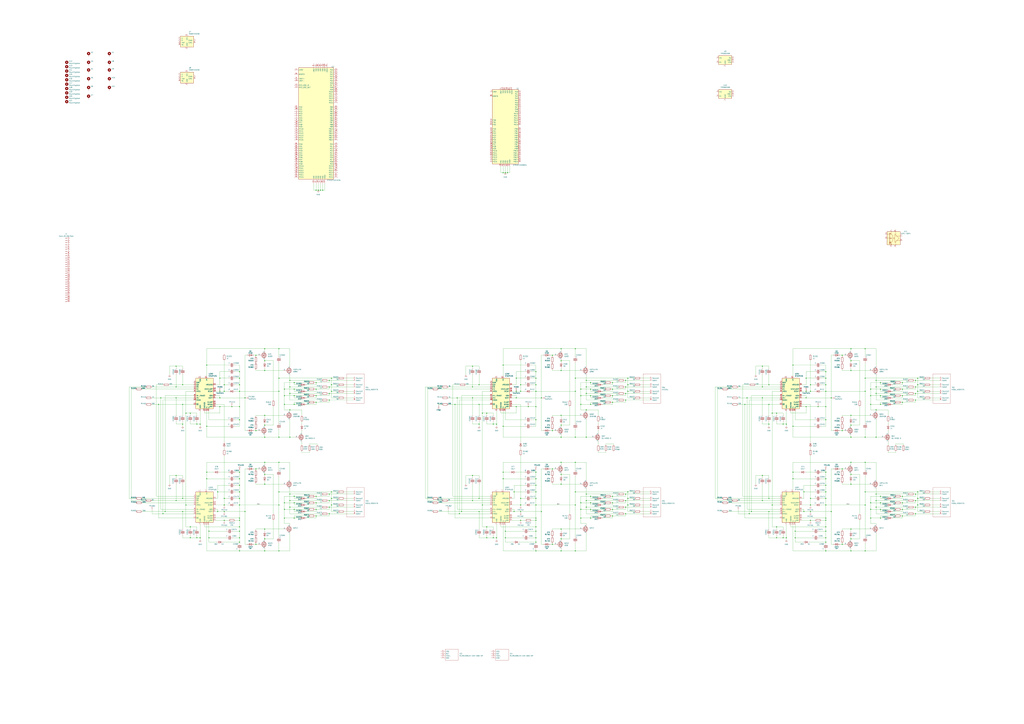
<source format=kicad_sch>
(kicad_sch (version 20231120) (generator "eeschema") (generator_version "8.0")
  (paper "A0")
  (junction (at 297.18 500.38))
  (junction (at 572.77 492.76))
  (junction (at 896.62 480.06))
  (junction (at 1065.53 454.66))
  (junction (at 330.2 601.98))
  (junction (at 1065.53 571.5))
  (junction (at 336.55 574.04))
  (junction (at 958.85 617.22))
  (junction (at 668.02 537.21))
  (junction (at 341.63 452.12))
  (junction (at 1047.75 576.58))
  (junction (at 977.9 632.46))
  (junction (at 215.9 586.74))
  (junction (at 923.29 617.22))
  (junction (at 628.65 462.28))
  (junction (at 711.2 584.2))
  (junction (at 367.03 459.74))
  (junction (at 284.48 462.28))
  (junction (at 1065.53 579.12))
  (junction (at 958.85 604.52))
  (junction (at 622.3 439.42))
  (junction (at 260.35 447.04))
  (junction (at 307.34 494.03))
  (junction (at 668.02 571.5))
  (junction (at 622.3 601.98))
  (junction (at 212.09 594.36))
  (junction (at 668.02 439.42))
  (junction (at 622.3 629.92))
  (junction (at 864.87 469.9))
  (junction (at 367.03 591.82))
  (junction (at 278.13 601.98))
  (junction (at 988.06 562.61))
  (junction (at 1017.27 508))
  (junction (at 913.13 492.76))
  (junction (at 1004.57 405.13))
  (junction (at 533.4 596.9))
  (junction (at 278.13 640.08))
  (junction (at 1047.75 591.82))
  (junction (at 909.32 624.84))
  (junction (at 278.13 447.04))
  (junction (at 220.98 612.14))
  (junction (at 212.09 492.76))
  (junction (at 872.49 594.36))
  (junction (at 1010.92 584.2))
  (junction (at 920.75 495.3))
  (junction (at 920.75 556.26))
  (junction (at 958.85 601.98))
  (junction (at 728.98 571.5))
  (junction (at 220.98 624.84))
  (junction (at 589.28 200.66))
  (junction (at 728.98 439.42))
  (junction (at 685.8 591.82))
  (junction (at 323.85 508))
  (junction (at 622.3 640.08))
  (junction (at 278.13 612.14))
  (junction (at 622.3 624.84))
  (junction (at 382.27 441.96))
  (junction (at 901.7 480.06))
  (junction (at 680.72 449.58))
  (junction (at 232.41 492.76))
  (junction (at 651.51 640.08))
  (junction (at 885.19 462.28))
  (junction (at 1010.92 601.98))
  (junction (at 933.45 594.36))
  (junction (at 726.44 596.9))
  (junction (at 297.18 632.46))
  (junction (at 958.85 563.88))
  (junction (at 1047.75 452.12))
  (junction (at 674.37 601.98))
  (junction (at 576.58 624.84))
  (junction (at 278.13 629.92))
  (junction (at 885.19 581.66))
  (junction (at 711.2 599.44))
  (junction (at 584.2 556.26))
  (junction (at 935.99 454.66))
  (junction (at 307.34 419.1))
  (junction (at 958.85 472.44))
  (junction (at 330.2 584.2))
  (junction (at 204.47 462.28))
  (junction (at 204.47 425.45))
  (junction (at 186.69 462.28))
  (junction (at 586.74 624.84))
  (junction (at 651.51 494.03))
  (junction (at 560.07 480.06))
  (junction (at 556.26 447.04))
  (junction (at 685.8 584.2))
  (junction (at 599.44 454.66))
  (junction (at 651.51 537.21))
  (junction (at 1004.57 454.66))
  (junction (at 674.37 452.12))
  (junction (at 958.85 640.08))
  (junction (at 958.85 439.42))
  (junction (at 726.44 574.04))
  (junction (at 584.2 424.18))
  (junction (at 240.03 424.18))
  (junction (at 958.85 612.14))
  (junction (at 1062.99 449.58))
  (junction (at 548.64 425.45))
  (junction (at 1010.92 469.9))
  (junction (at 336.55 581.66))
  (junction (at 622.3 472.44))
  (junction (at 341.63 601.98))
  (junction (at 711.2 459.74))
  (junction (at 565.15 612.14))
  (junction (at 240.03 548.64))
  (junction (at 726.44 581.66))
  (junction (at 255.27 439.42))
  (junction (at 668.02 640.08))
  (junction (at 604.52 579.12))
  (junction (at 668.02 405.13))
  (junction (at 556.26 492.76))
  (junction (at 535.94 594.36))
  (junction (at 958.85 431.8))
  (junction (at 242.57 617.22))
  (junction (at 1022.35 584.2))
  (junction (at 1017.27 574.04))
  (junction (at 869.95 596.9))
  (junction (at 215.9 480.06))
  (junction (at 920.75 424.18))
  (junction (at 958.85 579.12))
  (junction (at 297.18 412.75))
  (junction (at 1022.35 459.74))
  (junction (at 323.85 439.42))
  (junction (at 892.81 447.04))
  (junction (at 336.55 457.2))
  (junction (at 711.2 591.82))
  (junction (at 255.27 472.44))
  (junction (at 622.3 586.74))
  (junction (at 885.19 449.58))
  (junction (at 367.03 576.58))
  (junction (at 892.81 579.12))
  (junction (at 651.51 614.68))
  (junction (at 1004.57 571.5))
  (junction (at 367.03 467.36))
  (junction (at 988.06 419.1))
  (junction (at 933.45 571.5))
  (junction (at 622.3 454.66))
  (junction (at 622.3 487.68))
  (junction (at 278.13 604.52))
  (junction (at 726.44 449.58))
  (junction (at 728.98 447.04))
  (junction (at 726.44 441.96))
  (junction (at 909.32 492.76))
  (junction (at 941.07 447.04))
  (junction (at 323.85 586.74))
  (junction (at 586.74 617.22))
  (junction (at 1010.92 459.74))
  (junction (at 680.72 589.28))
  (junction (at 548.64 581.66))
  (junction (at 1017.27 449.58))
  (junction (at 278.13 431.8))
  (junction (at 1062.99 581.66))
  (junction (at 548.64 449.58))
  (junction (at 988.06 640.08))
  (junction (at 382.27 457.2))
  (junction (at 867.41 462.28))
  (junction (at 341.63 469.9))
  (junction (at 1017.27 441.96))
  (junction (at 941.07 579.12))
  (junction (at 941.07 454.66))
  (junction (at 548.64 552.45))
  (junction (at 367.03 599.44))
  (junction (at 622.3 563.88))
  (junction (at 336.55 449.58))
  (junction (at 685.8 601.98))
  (junction (at 1047.75 444.5))
  (junction (at 674.37 584.2))
  (junction (at 685.8 576.58))
  (junction (at 628.65 594.36))
  (junction (at 604.52 594.36))
  (junction (at 323.85 640.08))
  (junction (at 596.9 594.36))
  (junction (at 965.2 594.36))
  (junction (at 228.6 624.84))
  (junction (at 341.63 584.2))
  (junction (at 556.26 579.12))
  (junction (at 336.55 441.96))
  (junction (at 255.27 462.28))
  (junction (at 958.85 629.92))
  (junction (at 1065.53 439.42))
  (junction (at 278.13 548.64))
  (junction (at 278.13 563.88))
  (junction (at 367.03 584.2))
  (junction (at 220.98 480.06))
  (junction (at 307.34 551.18))
  (junction (at 651.51 508))
  (junction (at 988.06 614.68))
  (junction (at 1017.27 476.25))
  (junction (at 307.34 640.08))
  (junction (at 384.81 586.74))
  (junction (at 367.03 444.5))
  (junction (at 384.81 571.5))
  (junction (at 336.55 508))
  (junction (at 341.63 591.82))
  (junction (at 935.99 439.42))
  (junction (at 556.26 594.36))
  (junction (at 1022.35 452.12))
  (junction (at 680.72 508))
  (junction (at 307.34 405.13))
  (junction (at 651.51 405.13))
  (junction (at 584.2 495.3))
  (junction (at 641.35 632.46))
  (junction (at 674.37 469.9))
  (junction (at 988.06 626.11))
  (junction (at 651.51 430.53))
  (junction (at 1017.27 581.66))
  (junction (at 604.52 454.66))
  (junction (at 651.51 482.6))
  (junction (at 576.58 492.76))
  (junction (at 284.48 594.36))
  (junction (at 622.3 431.8))
  (junction (at 367.03 452.12))
  (junction (at 1022.35 469.9))
  (junction (at 896.62 586.74))
  (junction (at 560.07 586.74))
  (junction (at 651.51 551.18))
  (junction (at 1004.57 640.08))
  (junction (at 1062.99 574.04))
  (junction (at 189.23 596.9))
  (junction (at 949.96 472.44))
  (junction (at 958.85 556.26))
  (junction (at 1062.99 596.9))
  (junction (at 204.47 581.66))
  (junction (at 958.85 624.84))
  (junction (at 240.03 556.26))
  (junction (at 572.77 624.84))
  (junction (at 323.85 454.66))
  (junction (at 278.13 624.84))
  (junction (at 240.03 495.3))
  (junction (at 622.3 447.04))
  (junction (at 622.3 604.52))
  (junction (at 584.2 200.66))
  (junction (at 232.41 624.84))
  (junction (at 1065.53 586.74))
  (junction (at 728.98 579.12))
  (junction (at 252.73 571.5))
  (junction (at 384.81 447.04))
  (junction (at 382.27 596.9))
  (junction (at 958.85 454.66))
  (junction (at 988.06 405.13))
  (junction (at 1022.35 576.58))
  (junction (at 892.81 492.76))
  (junction (at 1062.99 589.28))
  (junction (at 260.35 594.36))
  (junction (at 278.13 571.5))
  (junction (at 382.27 464.82))
  (junction (at 191.77 594.36))
  (junction (at 685.8 452.12))
  (junction (at 935.99 462.28))
  (junction (at 920.75 548.64))
  (junction (at 622.3 617.22))
  (junction (at 367.03 220.98))
  (junction (at 988.06 482.6))
  (junction (at 885.19 552.45))
  (junction (at 242.57 624.84))
  (junction (at 530.86 462.28))
  (junction (at 1022.35 601.98))
  (junction (at 278.13 487.68))
  (junction (at 269.24 472.44))
  (junction (at 674.37 459.74))
  (junction (at 584.2 548.64))
  (junction (at 988.06 551.18))
  (junction (at 726.44 457.2))
  (junction (at 336.55 476.25))
  (junction (at 1010.92 452.12))
  (junction (at 622.3 571.5))
  (junction (at 988.06 537.21))
  (junction (at 341.63 459.74))
  (junction (at 278.13 454.66))
  (junction (at 711.2 467.36))
  (junction (at 711.2 444.5))
  (junction (at 1047.75 467.36))
  (junction (at 622.3 548.64))
  (junction (at 977.9 500.38))
  (junction (at 668.02 508))
  (junction (at 599.44 472.44))
  (junction (at 622.3 556.26))
  (junction (at 1062.99 457.2))
  (junction (at 680.72 457.2))
  (junction (at 330.2 452.12))
  (junction (at 374.65 220.98))
  (junction (at 548.64 462.28))
  (junction (at 685.8 469.9))
  (junction (at 382.27 589.28))
  (junction (at 252.73 594.36))
  (junction (at 260.35 586.74))
  (junction (at 330.2 591.82))
  (junction (at 1010.92 591.82))
  (junction (at 384.81 579.12))
  (junction (at 260.35 579.12))
  (junction (at 297.18 544.83))
  (junction (at 1022.35 444.5))
  (junction (at 528.32 469.9))
  (junction (at 680.72 574.04))
  (junction (at 680.72 441.96))
  (junction (at 958.85 571.5))
  (junction (at 641.35 544.83))
  (junction (at 935.99 472.44))
  (junction (at 307.34 626.11))
  (junction (at 278.13 556.26))
  (junction (at 885.19 425.45))
  (junction (at 323.85 405.13))
  (junction (at 668.02 586.74))
  (junction (at 307.34 482.6))
  (junction (at 330.2 459.74))
  (junction (at 212.09 579.12))
  (junction (at 1004.57 537.21))
  (junction (at 604.52 586.74))
  (junction (at 336.55 589.28))
  (junction (at 565.15 480.06))
  (junction (at 668.02 454.66))
  (junction (at 680.72 476.25))
  (junction (at 1022.35 591.82))
  (junction (at 726.44 464.82))
  (junction (at 728.98 586.74))
  (junction (at 556.26 469.9))
  (junction (at 204.47 449.58))
  (junction (at 1047.75 599.44))
  (junction (at 260.35 454.66))
  (junction (at 1047.75 459.74))
  (junction (at 726.44 589.28))
  (junction (at 941.07 586.74))
  (junction (at 1004.57 508))
  (junction (at 988.06 508))
  (junction (at 1017.27 589.28))
  (junction (at 323.85 571.5))
  (junction (at 586.74 200.66))
  (junction (at 278.13 586.74))
  (junction (at 613.41 472.44))
  (junction (at 711.2 452.12))
  (junction (at 958.85 447.04))
  (junction (at 711.2 576.58))
  (junction (at 651.51 626.11))
  (junction (at 596.9 571.5))
  (junction (at 228.6 492.76))
  (junction (at 369.57 220.98))
  (junction (at 599.44 439.42))
  (junction (at 1004.57 586.74))
  (junction (at 941.07 604.52))
  (junction (at 977.9 412.75))
  (junction (at 212.09 447.04))
  (junction (at 728.98 454.66))
  (junction (at 278.13 617.22))
  (junction (at 382.27 581.66))
  (junction (at 1062.99 441.96))
  (junction (at 1004.57 439.42))
  (junction (at 913.13 624.84))
  (junction (at 307.34 614.68))
  (junction (at 901.7 612.14))
  (junction (at 892.81 594.36))
  (junction (at 651.51 562.61))
  (junction (at 323.85 537.21))
  (junction (at 565.15 624.84))
  (junction (at 382.27 574.04))
  (junction (at 278.13 579.12))
  (junction (at 977.9 544.83))
  (junction (at 901.7 624.84))
  (junction (at 384.81 454.66))
  (junction (at 604.52 604.52))
  (junction (at 255.27 454.66))
  (junction (at 958.85 487.68))
  (junction (at 341.63 576.58))
  (junction (at 641.35 500.38))
  (junction (at 278.13 439.42))
  (junction (at 958.85 586.74))
  (junction (at 988.06 494.03))
  (junction (at 965.2 462.28))
  (junction (at 372.11 220.98))
  (junction (at 674.37 591.82))
  (junction (at 1047.75 584.2))
  (junction (at 1065.53 447.04))
  (junction (at 260.35 604.52))
  (junction (at 604.52 447.04))
  (junction (at 384.81 439.42))
  (junction (at 307.34 537.21))
  (junction (at 278.13 472.44))
  (junction (at 641.35 412.75))
  (junction (at 622.3 579.12))
  (junction (at 307.34 508))
  (junction (at 184.15 469.9))
  (junction (at 958.85 548.64))
  (junction (at 622.3 612.14))
  (junction (at 941.07 594.36))
  (junction (at 988.06 430.53))
  (junction (at 892.81 469.9))
  (junction (at 651.51 419.1))
  (junction (at 330.2 469.9))
  (junction (at 680.72 581.66))
  (junction (at 685.8 444.5))
  (junction (at 204.47 552.45))
  (junction (at 307.34 562.61))
  (junction (at 1017.27 457.2))
  (junction (at 212.09 469.9))
  (junction (at 1062.99 464.82))
  (junction (at 923.29 624.84))
  (junction (at 599.44 462.28))
  (junction (at 307.34 430.53))
  (junction (at 341.63 444.5))
  (junction (at 685.8 459.74))
  (junction (at 382.27 449.58))
  (wire (pts (xy 617.22 563.88) (xy 622.3 563.88)))
  (wire (pts (xy 204.47 462.28) (xy 204.47 482.6)))
  (wire (pts (xy 685.8 579.12) (xy 685.8 576.58)))
  (wire (pts (xy 1022.35 467.36) (xy 1038.86 467.36)))
  (wire (pts (xy 680.72 608.33) (xy 680.72 609.6)))
  (wire (pts (xy 186.69 591.82) (xy 224.79 591.82)))
  (wire (pts (xy 382.27 596.9) (xy 410.21 596.9)))
  (wire (pts (xy 382.27 459.74) (xy 382.27 457.2)))
  (wire (pts (xy 674.37 459.74) (xy 685.8 459.74)))
  (wire (pts (xy 641.35 500.38) (xy 643.89 500.38)))
  (wire (pts (xy 341.63 576.58) (xy 330.2 576.58)))
  (wire (pts (xy 265.43 579.12) (xy 260.35 579.12)))
  (wire (pts (xy 240.03 405.13) (xy 240.03 424.18)))
  (wire (pts (xy 680.72 441.96) (xy 717.55 441.96)))
  (wire (pts (xy 270.51 617.22) (xy 278.13 617.22)))
  (wire (pts (xy 530.86 462.28) (xy 548.64 462.28)))
  (wire (pts (xy 946.15 548.64) (xy 935.99 548.64)))
  (wire (pts (xy 323.85 537.21) (xy 323.85 546.1)))
  (wire (pts (xy 622.3 424.18) (xy 622.3 431.8)))
  (wire (pts (xy 685.8 599.44) (xy 702.31 599.44)))
  (wire (pts (xy 307.34 419.1) (xy 307.34 420.37)))
  (wire (pts (xy 599.44 472.44) (xy 613.41 472.44)))
  (wire (pts (xy 709.93 599.44) (xy 711.2 599.44)))
  (wire (pts (xy 496.57 581.66) (xy 513.08 581.66)))
  (wire (pts (xy 941.07 529.59) (xy 941.07 579.12)))
  (wire (pts (xy 278.13 586.74) (xy 278.13 601.98)))
  (wire (pts (xy 641.35 500.38) (xy 641.35 499.11)))
  (wire (pts (xy 896.62 454.66) (xy 896.62 480.06)))
  (wire (pts (xy 341.63 469.9) (xy 341.63 467.36)))
  (wire (pts (xy 668.02 586.74) (xy 668.02 623.57)))
  (wire (pts (xy 336.55 589.28) (xy 373.38 589.28)))
  (wire (pts (xy 1004.57 537.21) (xy 1017.27 537.21)))
  (wire (pts (xy 988.06 637.54) (xy 988.06 640.08)))
  (wire (pts (xy 680.72 508) (xy 680.72 487.68)))
  (wire (pts (xy 186.69 462.28) (xy 204.47 462.28)))
  (wire (pts (xy 709.93 459.74) (xy 711.2 459.74)))
  (wire (pts (xy 901.7 480.06) (xy 901.7 482.6)))
  (wire (pts (xy 228.6 492.76) (xy 232.41 492.76)))
  (wire (pts (xy 622.3 640.08) (xy 651.51 640.08)))
  (wire (pts (xy 382.27 441.96) (xy 410.21 441.96)))
  (wire (pts (xy 953.77 556.26) (xy 958.85 556.26)))
  (wire (pts (xy 885.19 449.58) (xy 905.51 449.58)))
  (wire (pts (xy 594.36 472.44) (xy 599.44 472.44)))
  (wire (pts (xy 939.8 629.92) (xy 958.85 629.92)))
  (wire (pts (xy 341.63 452.12) (xy 358.14 452.12)))
  (wire (pts (xy 1017.27 449.58) (xy 1054.1 449.58)))
  (wire (pts (xy 278.13 617.22) (xy 278.13 624.84)))
  (wire (pts (xy 384.81 454.66) (xy 384.81 447.04)))
  (wire (pts (xy 1047.75 586.74) (xy 1047.75 584.2)))
  (wire (pts (xy 548.64 462.28) (xy 548.64 482.6)))
  (wire (pts (xy 297.18 483.87) (xy 297.18 482.6)))
  (wire (pts (xy 988.06 640.08) (xy 1004.57 640.08)))
  (wire (pts (xy 1062.99 581.66) (xy 1090.93 581.66)))
  (wire (pts (xy 1022.35 452.12) (xy 1038.86 452.12)))
  (wire (pts (xy 692.15 601.98) (xy 685.8 601.98)))
  (wire (pts (xy 284.48 500.38) (xy 287.02 500.38)))
  (wire (pts (xy 703.58 525.78) (xy 694.69 525.78)))
  (wire (pts (xy 509.27 452.12) (xy 568.96 452.12)))
  (wire (pts (xy 1010.92 476.25) (xy 1017.27 476.25)))
  (wire (pts (xy 181.61 447.04) (xy 189.23 447.04)))
  (wire (pts (xy 323.85 553.72) (xy 323.85 571.5)))
  (wire (pts (xy 255.27 462.28) (xy 255.27 459.74)))
  (wire (pts (xy 680.72 640.08) (xy 680.72 619.76)))
  (wire (pts (xy 685.8 454.66) (xy 685.8 452.12)))
  (wire (pts (xy 1036.32 579.12) (xy 1047.75 579.12)))
  (wire (pts (xy 1022.35 599.44) (xy 1038.86 599.44)))
  (wire (pts (xy 953.77 487.68) (xy 958.85 487.68)))
  (wire (pts (xy 278.13 439.42) (xy 278.13 447.04)))
  (wire (pts (xy 1017.27 640.08) (xy 1017.27 619.76)))
  (wire (pts (xy 367.03 452.12) (xy 382.27 452.12)))
  (wire (pts (xy 367.03 599.44) (xy 382.27 599.44)))
  (wire (pts (xy 920.75 405.13) (xy 988.06 405.13)))
  (wire (pts (xy 278.13 586.74) (xy 323.85 586.74)))
  (wire (pts (xy 958.85 629.92) (xy 958.85 631.19)))
  (wire (pts (xy 604.52 529.59) (xy 604.52 579.12)))
  (wire (pts (xy 622.3 586.74) (xy 668.02 586.74)))
  (wire (pts (xy 307.34 614.68) (xy 328.93 614.68)))
  (wire (pts (xy 278.13 604.52) (xy 278.13 612.14)))
  (wire (pts (xy 1004.57 571.5) (xy 1065.53 571.5)))
  (wire (pts (xy 617.22 495.3) (xy 622.3 495.3)))
  (wire (pts (xy 998.22 472.44) (xy 998.22 494.03)))
  (wire (pts (xy 372.11 220.98) (xy 374.65 220.98)))
  (wire (pts (xy 641.35 632.46) (xy 643.89 632.46)))
  (wire (pts (xy 255.27 447.04) (xy 250.19 447.04)))
  (wire (pts (xy 901.7 612.14) (xy 901.7 614.68)))
  (wire (pts (xy 845.82 579.12) (xy 892.81 579.12)))
  (wire (pts (xy 1047.75 454.66) (xy 1047.75 452.12)))
  (wire (pts (xy 674.37 584.2) (xy 674.37 591.82)))
  (wire (pts (xy 988.06 508) (xy 1004.57 508)))
  (wire (pts (xy 581.66 480.06) (xy 581.66 477.52)))
  (wire (pts (xy 260.35 454.66) (xy 265.43 454.66)))
  (wire (pts (xy 1031.24 490.22) (xy 1031.24 492.76)))
  (wire (pts (xy 533.4 596.9) (xy 520.7 596.9)))
  (wire (pts (xy 556.26 579.12) (xy 568.96 579.12)))
  (wire (pts (xy 1017.27 476.25) (xy 1017.27 477.52)))
  (wire (pts (xy 668.02 571.5) (xy 668.02 586.74)))
  (wire (pts (xy 1017.27 589.28) (xy 1054.1 589.28)))
  (wire (pts (xy 548.64 552.45) (xy 541.02 552.45)))
  (wire (pts (xy 165.1 579.12) (xy 212.09 579.12)))
  (wire (pts (xy 242.57 624.84) (xy 242.57 629.92)))
  (wire (pts (xy 581.66 612.14) (xy 622.3 612.14)))
  (wire (pts (xy 668.02 537.21) (xy 680.72 537.21)))
  (wire (pts (xy 725.17 441.96) (xy 726.44 441.96)))
  (wire (pts (xy 176.53 596.9) (xy 176.53 593.09)))
  (wire (pts (xy 336.55 464.82) (xy 336.55 457.2)))
  (wire (pts (xy 584.2 424.18) (xy 609.6 424.18)))
  (wire (pts (xy 228.6 482.6) (xy 228.6 480.06)))
  (wire (pts (xy 641.35 544.83) (xy 641.35 546.1)))
  (wire (pts (xy 1010.92 469.9) (xy 1010.92 476.25)))
  (wire (pts (xy 330.2 576.58) (xy 330.2 584.2)))
  (wire (pts (xy 237.49 612.14) (xy 237.49 609.6)))
  (wire (pts (xy 651.51 419.1) (xy 651.51 420.37)))
  (wire (pts (xy 668.02 571.5) (xy 728.98 571.5)))
  (wire (pts (xy 1062.99 596.9) (xy 1090.93 596.9)))
  (wire (pts (xy 149.86 449.58) (xy 149.86 579.12)))
  (wire (pts (xy 668.02 631.19) (xy 668.02 640.08)))
  (wire (pts (xy 845.82 594.36) (xy 872.49 594.36)))
  (wire (pts (xy 685.8 586.74) (xy 685.8 584.2)))
  (wire (pts (xy 867.41 462.28) (xy 885.19 462.28)))
  (wire (pts (xy 728.98 579.12) (xy 728.98 571.5)))
  (wire (pts (xy 273.05 579.12) (xy 278.13 579.12)))
  (wire (pts (xy 901.7 622.3) (xy 901.7 624.84)))
  (wire (pts (xy 1047.75 584.2) (xy 1062.99 584.2)))
  (wire (pts (xy 284.48 462.28) (xy 284.48 500.38)))
  (wire (pts (xy 651.51 614.68) (xy 651.51 617.22)))
  (wire (pts (xy 596.9 571.5) (xy 596.9 579.12)))
  (wire (pts (xy 628.65 594.36) (xy 628.65 632.46)))
  (wire (pts (xy 204.47 462.28) (xy 224.79 462.28)))
  (wire (pts (xy 711.2 591.82) (xy 726.44 591.82)))
  (wire (pts (xy 1073.15 594.36) (xy 1065.53 594.36)))
  (wire (pts (xy 909.32 480.06) (xy 901.7 480.06)))
  (wire (pts (xy 680.72 537.21) (xy 680.72 557.53)))
  (wire (pts (xy 651.51 537.21) (xy 651.51 539.75)))
  (wire (pts (xy 307.34 508) (xy 323.85 508)))
  (wire (pts (xy 651.51 482.6) (xy 673.1 482.6)))
  (wire (pts (xy 273.05 548.64) (xy 278.13 548.64)))
  (wire (pts (xy 212.09 469.9) (xy 212.09 482.6)))
  (wire (pts (xy 920.75 424.18) (xy 946.15 424.18)))
  (wire (pts (xy 1080.77 571.5) (xy 1090.93 571.5)))
  (wire (pts (xy 382.27 591.82) (xy 382.27 589.28)))
  (wire (pts (xy 307.34 551.18) (xy 307.34 552.45)))
  (wire (pts (xy 692.15 469.9) (xy 685.8 469.9)))
  (wire (pts (xy 240.03 556.26) (xy 240.03 568.96)))
  (wire (pts (xy 284.48 632.46) (xy 287.02 632.46)))
  (wire (pts (xy 1004.57 421.64) (xy 1004.57 439.42)))
  (wire (pts (xy 367.03 462.28) (xy 367.03 459.74)))
  (wire (pts (xy 565.15 622.3) (xy 565.15 624.84)))
  (wire (pts (xy 614.68 617.22) (xy 622.3 617.22)))
  (wire (pts (xy 1046.48 599.44) (xy 1047.75 599.44)))
  (wire (pts (xy 584.2 508) (xy 651.51 508)))
  (wire (pts (xy 341.63 462.28) (xy 341.63 459.74)))
  (wire (pts (xy 255.27 439.42) (xy 255.27 447.04)))
  (wire (pts (xy 278.13 556.26) (xy 278.13 563.88)))
  (wire (pts (xy 977.9 615.95) (xy 977.9 614.68)))
  (wire (pts (xy 347.98 601.98) (xy 341.63 601.98)))
  (wire (pts (xy 975.36 632.46) (xy 977.9 632.46)))
  (wire (pts (xy 699.77 447.04) (xy 711.2 447.04)))
  (wire (pts (xy 165.1 452.12) (xy 224.79 452.12)))
  (wire (pts (xy 212.09 579.12) (xy 224.79 579.12)))
  (wire (pts (xy 1031.24 513.08) (xy 1031.24 516.89)))
  (wire (pts (xy 946.15 447.04) (xy 941.07 447.04)))
  (wire (pts (xy 988.06 417.83) (xy 988.06 419.1)))
  (wire (pts (xy 930.91 594.36) (xy 933.45 594.36)))
  (wire (pts (xy 1022.35 576.58) (xy 1038.86 576.58)))
  (wire (pts (xy 857.25 469.9) (xy 864.87 469.9)))
  (wire (pts (xy 941.07 520.7) (xy 941.07 521.97)))
  (wire (pts (xy 622.3 495.3) (xy 622.3 487.68)))
  (wire (pts (xy 584.2 424.18) (xy 584.2 436.88)))
  (wire (pts (xy 830.58 579.12) (xy 838.2 579.12)))
  (wire (pts (xy 297.18 412.75) (xy 297.18 414.02)))
  (wire (pts (xy 958.85 548.64) (xy 958.85 556.26)))
  (wire (pts (xy 1040.13 525.78) (xy 1040.13 524.51)))
  (wire (pts (xy 744.22 454.66) (xy 754.38 454.66)))
  (wire (pts (xy 1031.24 524.51) (xy 1031.24 525.78)))
  (wire (pts (xy 215.9 612.14) (xy 220.98 612.14)))
  (wire (pts (xy 604.52 454.66) (xy 609.6 454.66)))
  (wire (pts (xy 307.34 494.03) (xy 307.34 495.3)))
  (wire (pts (xy 330.2 591.82) (xy 341.63 591.82)))
  (wire (pts (xy 204.47 552.45) (xy 196.85 552.45)))
  (wire (pts (xy 885.19 552.45) (xy 877.57 552.45)))
  (wire (pts (xy 392.43 586.74) (xy 384.81 586.74)))
  (wire (pts (xy 355.6 454.66) (xy 367.03 454.66)))
  (wire (pts (xy 726.44 591.82) (xy 726.44 589.28)))
  (wire (pts (xy 599.44 454.66) (xy 604.52 454.66)))
  (wire (pts (xy 176.53 581.66) (xy 204.47 581.66)))
  (wire (pts (xy 330.2 452.12) (xy 330.2 459.74)))
  (wire (pts (xy 661.67 551.18) (xy 661.67 596.9)))
  (wire (pts (xy 548.64 554.99) (xy 548.64 552.45)))
  (wire (pts (xy 556.26 435.61) (xy 556.26 447.04)))
  (wire (pts (xy 1036.32 601.98) (xy 1047.75 601.98)))
  (wire (pts (xy 525.78 447.04) (xy 525.78 576.58)))
  (wire (pts (xy 674.37 459.74) (xy 674.37 469.9)))
  (wire (pts (xy 680.72 449.58) (xy 717.55 449.58)))
  (wire (pts (xy 278.13 563.88) (xy 278.13 571.5)))
  (wire (pts (xy 628.65 462.28) (xy 628.65 500.38)))
  (wire (pts (xy 958.85 556.26) (xy 958.85 563.88)))
  (wire (pts (xy 367.03 594.36) (xy 367.03 591.82)))
  (wire (pts (xy 617.22 556.26) (xy 622.3 556.26)))
  (wire (pts (xy 382.27 464.82) (xy 410.21 464.82)))
  (wire (pts (xy 877.57 425.45) (xy 877.57 435.61)))
  (wire (pts (xy 609.6 579.12) (xy 604.52 579.12)))
  (wire (pts (xy 1022.35 601.98) (xy 1022.35 599.44)))
  (wire (pts (xy 220.98 480.06) (xy 220.98 482.6)))
  (wire (pts (xy 692.15 462.28) (xy 685.8 462.28)))
  (wire (pts (xy 365.76 584.2) (xy 367.03 584.2)))
  (wire (pts (xy 189.23 596.9) (xy 189.23 464.82)))
  (wire (pts (xy 603.25 629.92) (xy 622.3 629.92)))
  (wire (pts (xy 641.35 632.46) (xy 641.35 631.19)))
  (wire (pts (xy 528.32 469.9) (xy 528.32 601.98)))
  (wire (pts (xy 651.51 417.83) (xy 651.51 419.1)))
  (wire (pts (xy 862.33 576.58) (xy 905.51 576.58)))
  (wire (pts (xy 250.19 591.82) (xy 252.73 591.82)))
  (wire (pts (xy 935.99 439.42) (xy 935.99 447.04)))
  (wire (pts (xy 725.17 574.04) (xy 726.44 574.04)))
  (wire (pts (xy 565.15 480.06) (xy 565.15 482.6)))
  (wire (pts (xy 651.51 494.03) (xy 651.51 495.3)))
  (wire (pts (xy 628.65 500.38) (xy 631.19 500.38)))
  (wire (pts (xy 260.35 529.59) (xy 260.35 579.12)))
  (wire (pts (xy 1047.75 444.5) (xy 1062.99 444.5)))
  (wire (pts (xy 958.85 604.52) (xy 958.85 612.14)))
  (wire (pts (xy 584.2 556.26) (xy 609.6 556.26)))
  (wire (pts (xy 977.9 544.83) (xy 980.44 544.83)))
  (wire (pts (xy 920.75 548.64) (xy 920.75 556.26)))
  (wire (pts (xy 355.6 594.36) (xy 367.03 594.36)))
  (wire (pts (xy 278.13 629.92) (xy 278.13 631.19)))
  (wire (pts (xy 260.35 586.74) (xy 265.43 586.74)))
  (wire (pts (xy 958.85 638.81) (xy 958.85 640.08)))
  (wire (pts (xy 1022.35 594.36) (xy 1022.35 591.82)))
  (wire (pts (xy 862.33 447.04) (xy 862.33 576.58)))
  (wire (pts (xy 728.98 454.66) (xy 728.98 447.04)))
  (wire (pts (xy 584.2 477.52) (xy 584.2 495.3)))
  (wire (pts (xy 317.5 472.44) (xy 317.5 494.03)))
  (wire (pts (xy 1017.27 405.13) (xy 1017.27 425.45)))
  (wire (pts (xy 307.34 637.54) (xy 307.34 640.08)))
  (wire (pts (xy 367.03 459.74) (xy 382.27 459.74)))
  (wire (pts (xy 341.63 599.44) (xy 358.14 599.44)))
  (wire (pts (xy 845.82 584.2) (xy 905.51 584.2)))
  (wire (pts (xy 496.57 452.12) (xy 496.57 581.66)))
  (wire (pts (xy 1036.32 586.74) (xy 1047.75 586.74)))
  (wire (pts (xy 744.22 571.5) (xy 754.38 571.5)))
  (wire (pts (xy 1022.35 447.04) (xy 1022.35 444.5)))
  (wire (pts (xy 212.09 469.9) (xy 224.79 469.9)))
  (wire (pts (xy 930.91 604.52) (xy 941.07 604.52)))
  (wire (pts (xy 278.13 640.08) (xy 307.34 640.08)))
  (wire (pts (xy 237.49 612.14) (xy 278.13 612.14)))
  (wire (pts (xy 680.72 405.13) (xy 680.72 425.45)))
  (wire (pts (xy 1062.99 589.28) (xy 1090.93 589.28)))
  (wire (pts (xy 680.72 581.66) (xy 680.72 589.28)))
  (wire (pts (xy 885.19 427.99) (xy 885.19 425.45)))
  (wire (pts (xy 204.47 554.99) (xy 204.47 552.45)))
  (wire (pts (xy 572.77 612.14) (xy 565.15 612.14)))
  (wire (pts (xy 617.22 579.12) (xy 622.3 579.12)))
  (wire (pts (xy 350.52 476.25) (xy 350.52 482.6)))
  (wire (pts (xy 323.85 631.19) (xy 323.85 640.08)))
  (wire (pts (xy 651.51 537.21) (xy 584.2 537.21)))
  (wire (pts (xy 674.37 591.82) (xy 674.37 601.98)))
  (wire (pts (xy 977.9 500.38) (xy 977.9 499.11)))
  (wire (pts (xy 596.9 571.5) (xy 609.6 571.5)))
  (wire (pts (xy 622.3 447.04) (xy 622.3 454.66)))
  (wire (pts (xy 228.6 614.68) (xy 228.6 612.14)))
  (wire (pts (xy 965.2 500.38) (xy 967.74 500.38)))
  (wire (pts (xy 599.44 462.28) (xy 599.44 459.74)))
  (wire (pts (xy 584.2 548.64) (xy 584.2 556.26)))
  (wire (pts (xy 250.19 454.66) (xy 255.27 454.66)))
  (wire (pts (xy 744.22 439.42) (xy 754.38 439.42)))
  (wire (pts (xy 918.21 612.14) (xy 958.85 612.14)))
  (wire (pts (xy 736.6 462.28) (xy 728.98 462.28)))
  (wire (pts (xy 586.74 193.04) (xy 586.74 200.66)))
  (wire (pts (xy 711.2 459.74) (xy 726.44 459.74)))
  (wire (pts (xy 355.6 601.98) (xy 367.03 601.98)))
  (wire (pts (xy 242.57 617.22) (xy 262.89 617.22)))
  (wire (pts (xy 1061.72 589.28) (xy 1062.99 589.28)))
  (wire (pts (xy 1062.99 452.12) (xy 1062.99 449.58)))
  (wire (pts (xy 591.82 193.04) (xy 591.82 200.66)))
  (wire (pts (xy 228.6 622.3) (xy 228.6 624.84)))
  (wire (pts (xy 341.63 601.98) (xy 341.63 599.44)))
  (wire (pts (xy 367.03 220.98) (xy 369.57 220.98)))
  (wire (pts (xy 638.81 412.75) (xy 641.35 412.75)))
  (wire (pts (xy 920.75 609.6) (xy 920.75 640.08)))
  (wire (pts (xy 958.85 472.44) (xy 958.85 454.66)))
  (wire (pts (xy 341.63 447.04) (xy 341.63 444.5)))
  (wire (pts (xy 336.55 476.25) (xy 336.55 477.52)))
  (wire (pts (xy 323.85 537.21) (xy 336.55 537.21)))
  (wire (pts (xy 933.45 594.36) (xy 933.45 591.82)))
  (wire (pts (xy 622.3 638.81) (xy 622.3 640.08)))
  (wire (pts (xy 1036.32 462.28) (xy 1047.75 462.28)))
  (wire (pts (xy 909.32 492.76) (xy 913.13 492.76)))
  (wire (pts (xy 901.7 490.22) (xy 901.7 492.76)))
  (wire (pts (xy 1040.13 525.78) (xy 1031.24 525.78)))
  (wire (pts (xy 699.77 579.12) (xy 711.2 579.12)))
  (wire (pts (xy 240.03 477.52) (xy 240.03 495.3)))
  (wire (pts (xy 1010.92 459.74) (xy 1010.92 469.9)))
  (wire (pts (xy 323.85 571.5) (xy 384.81 571.5)))
  (wire (pts (xy 323.85 640.08) (xy 336.55 640.08)))
  (wire (pts (xy 1046.48 459.74) (xy 1047.75 459.74)))
  (wire (pts (xy 599.44 447.04) (xy 594.36 447.04)))
  (wire (pts (xy 1061.72 581.66) (xy 1062.99 581.66)))
  (wire (pts (xy 651.51 560.07) (xy 651.51 562.61)))
  (wire (pts (xy 892.81 469.9) (xy 905.51 469.9)))
  (wire (pts (xy 728.98 594.36) (xy 728.98 586.74)))
  (wire (pts (xy 933.45 594.36) (xy 941.07 594.36)))
  (wire (pts (xy 872.49 459.74) (xy 872.49 594.36)))
  (wire (pts (xy 535.94 459.74) (xy 568.96 459.74)))
  (wire (pts (xy 867.41 462.28) (xy 867.41 591.82)))
  (wire (pts (xy 609.6 487.68) (xy 586.74 487.68)))
  (wire (pts (xy 336.55 508) (xy 336.55 487.68)))
  (wire (pts (xy 572.77 490.22) (xy 572.77 492.76)))
  (wire (pts (xy 250.19 586.74) (xy 260.35 586.74)))
  (wire (pts (xy 977.9 562.61) (xy 988.06 562.61)))
  (wire (pts (xy 520.7 596.9) (xy 520.7 593.09)))
  (wire (pts (xy 494.03 449.58) (xy 494.03 579.12)))
  (wire (pts (xy 680.72 449.58) (xy 680.72 457.2)))
  (wire (pts (xy 965.2 544.83) (xy 965.2 594.36)))
  (wire (pts (xy 307.34 626.11) (xy 307.34 627.38)))
  (wire (pts (xy 535.94 459.74) (xy 535.94 594.36)))
  (wire (pts (xy 923.29 624.84) (xy 943.61 624.84)))
  (wire (pts (xy 680.72 464.82) (xy 680.72 457.2)))
  (wire (pts (xy 240.03 424.18) (xy 265.43 424.18)))
  (wire (pts (xy 556.26 562.61) (xy 556.26 579.12)))
  (wire (pts (xy 736.6 571.5) (xy 728.98 571.5)))
  (wire (pts (xy 896.62 586.74) (xy 896.62 612.14)))
  (wire (pts (xy 365.76 452.12) (xy 367.03 452.12)))
  (wire (pts (xy 560.07 586.74) (xy 568.96 586.74)))
  (wire (pts (xy 631.19 544.83) (xy 628.65 544.83)))
  (wire (pts (xy 341.63 576.58) (xy 358.14 576.58)))
  (wire (pts (xy 307.34 427.99) (xy 307.34 430.53)))
  (wire (pts (xy 152.4 452.12) (xy 152.4 581.66)))
  (wire (pts (xy 958.85 495.3) (xy 958.85 487.68)))
  (wire (pts (xy 307.34 482.6) (xy 307.34 485.14)))
  (wire (pts (xy 638.81 544.83) (xy 641.35 544.83)))
  (wire (pts (xy 1010.92 469.9) (xy 1022.35 469.9)))
  (wire (pts (xy 220.98 622.3) (xy 220.98 624.84)))
  (wire (pts (xy 967.74 412.75) (xy 965.2 412.75)))
  (wire (pts (xy 1061.72 449.58) (xy 1062.99 449.58)))
  (wire (pts (xy 680.72 574.04) (xy 680.72 581.66)))
  (wire (pts (xy 1022.35 469.9) (xy 1022.35 467.36)))
  (wire (pts (xy 317.5 604.52) (xy 317.5 626.11)))
  (wire (pts (xy 584.2 405.13) (xy 584.2 424.18)))
  (wire (pts (xy 680.72 464.82) (xy 717.55 464.82)))
  (wire (pts (xy 215.9 480.06) (xy 220.98 480.06)))
  (wire (pts (xy 1010.92 591.82) (xy 1010.92 601.98)))
  (wire (pts (xy 699.77 586.74) (xy 711.2 586.74)))
  (wire (pts (xy 1017.27 435.61) (xy 1017.27 441.96)))
  (wire (pts (xy 892.81 427.99) (xy 892.81 425.45)))
  (wire (pts (xy 1047.75 576.58) (xy 1062.99 576.58)))
  (wire (pts (xy 680.72 476.25) (xy 694.69 476.25)))
  (wire (pts (xy 709.93 467.36) (xy 711.2 467.36)))
  (wire (pts (xy 958.85 640.08) (xy 988.06 640.08)))
  (wire (pts (xy 1046.48 452.12) (xy 1047.75 452.12)))
  (wire (pts (xy 892.81 624.84) (xy 901.7 624.84)))
  (wire (pts (xy 725.17 449.58) (xy 726.44 449.58)))
  (wire (pts (xy 184.15 601.98) (xy 224.79 601.98)))
  (wire (pts (xy 240.03 495.3) (xy 240.03 508)))
  (wire (pts (xy 594.36 601.98) (xy 622.3 601.98)))
  (wire (pts (xy 1080.77 594.36) (xy 1090.93 594.36)))
  (wire (pts (xy 365.76 576.58) (xy 367.03 576.58)))
  (wire (pts (xy 1073.15 579.12) (xy 1065.53 579.12)))
  (wire (pts (xy 953.77 579.12) (xy 958.85 579.12)))
  (wire (pts (xy 614.68 624.84) (xy 622.3 624.84)))
  (wire (pts (xy 336.55 435.61) (xy 336.55 441.96)))
  (wire (pts (xy 255.27 480.06) (xy 255.27 472.44)))
  (wire (pts (xy 622.3 454.66) (xy 668.02 454.66)))
  (wire (pts (xy 668.02 640.08) (xy 680.72 640.08)))
  (wire (pts (xy 736.6 579.12) (xy 728.98 579.12)))
  (wire (pts (xy 509.27 579.12) (xy 556.26 579.12)))
  (wire (pts (xy 651.51 537.21) (xy 668.02 537.21)))
  (wire (pts (xy 294.64 632.46) (xy 297.18 632.46)))
  (wire (pts (xy 892.81 490.22) (xy 892.81 492.76)))
  (wire (pts (xy 191.77 459.74) (xy 191.77 594.36)))
  (wire (pts (xy 273.05 571.5) (xy 278.13 571.5)))
  (wire (pts (xy 509.27 469.9) (xy 513.08 469.9)))
  (wire (pts (xy 1065.53 462.28) (xy 1065.53 454.66)))
  (wire (pts (xy 220.98 492.76) (xy 228.6 492.76)))
  (wire (pts (xy 958.85 546.1) (xy 958.85 548.64)))
  (wire (pts (xy 572.77 614.68) (xy 572.77 612.14)))
  (wire (pts (xy 232.41 492.76) (xy 232.41 495.3)))
  (wire (pts (xy 297.18 632.46) (xy 299.72 632.46)))
  (wire (pts (xy 622.3 629.92) (xy 622.3 631.19)))
  (wire (pts (xy 833.12 452.12) (xy 833.12 581.66)))
  (wire (pts (xy 556.26 624.84) (xy 565.15 624.84)))
  (wire (pts (xy 165.1 584.2) (xy 224.79 584.2)))
  (wire (pts (xy 1004.57 405.13) (xy 1017.27 405.13)))
  (wire (pts (xy 1062.99 599.44) (xy 1062.99 596.9)))
  (wire (pts (xy 535.94 594.36) (xy 556.26 594.36)))
  (wire (pts (xy 560.07 586.74) (xy 560.07 612.14)))
  (wire (pts (xy 568.96 596.9) (xy 533.4 596.9)))
  (wire (pts (xy 297.18 544.83) (xy 299.72 544.83)))
  (wire (pts (xy 988.06 405.13) (xy 988.06 407.67)))
  (wire (pts (xy 560.07 454.66) (xy 560.07 480.06)))
  (wire (pts (xy 685.8 459.74) (xy 702.31 459.74)))
  (wire (pts (xy 581.66 200.66) (xy 581.66 193.04)))
  (wire (pts (xy 661.67 494.03) (xy 651.51 494.03)))
  (wire (pts (xy 336.55 476.25) (xy 350.52 476.25)))
  (wire (pts (xy 703.58 516.89) (xy 703.58 515.62)))
  (wire (pts (xy 935.99 454.66) (xy 941.07 454.66)))
  (wire (pts (xy 1062.99 444.5) (xy 1062.99 441.96)))
  (wire (pts (xy 307.34 505.46) (xy 307.34 508)))
  (wire (pts (xy 857.25 596.9) (xy 857.25 593.09)))
  (wire (pts (xy 988.06 626.11) (xy 988.06 627.38)))
  (wire (pts (xy 913.13 624.84) (xy 913.13 627.38)))
  (wire (pts (xy 1028.7 447.04) (xy 1022.35 447.04)))
  (wire (pts (xy 896.62 612.14) (xy 901.7 612.14)))
  (wire (pts (xy 977.9 562.61) (xy 977.9 561.34)))
  (wire (pts (xy 726.44 457.2) (xy 754.38 457.2)))
  (wire (pts (xy 392.43 447.04) (xy 384.81 447.04)))
  (wire (pts (xy 255.27 439.42) (xy 265.43 439.42)))
  (wire (pts (xy 965.2 412.75) (xy 965.2 462.28)))
  (wire (pts (xy 905.51 454.66) (xy 896.62 454.66)))
  (wire (pts (xy 317.5 419.1) (xy 317.5 464.82)))
  (wire (pts (xy 998.22 604.52) (xy 998.22 626.11)))
  (wire (pts (xy 323.85 454.66) (xy 323.85 491.49)))
  (wire (pts (xy 622.3 586.74) (xy 622.3 601.98)))
  (wire (pts (xy 1017.27 464.82) (xy 1054.1 464.82)))
  (wire (pts (xy 622.3 439.42) (xy 622.3 447.04)))
  (wire (pts (xy 744.22 594.36) (xy 754.38 594.36)))
  (wire (pts (xy 977.9 430.53) (xy 977.9 429.26)))
  (wire (pts (xy 726.44 589.28) (xy 754.38 589.28)))
  (wire (pts (xy 1073.15 586.74) (xy 1065.53 586.74)))
  (wire (pts (xy 367.03 447.04) (xy 367.03 444.5)))
  (wire (pts (xy 941.07 579.12) (xy 941.07 586.74)))
  (wire (pts (xy 157.48 452.12) (xy 152.4 452.12)))
  (wire (pts (xy 323.85 421.64) (xy 323.85 439.42)))
  (wire (pts (xy 556.26 552.45) (xy 548.64 552.45)))
  (wire (pts (xy 260.35 469.9) (xy 250.19 469.9)))
  (wire (pts (xy 935.99 439.42) (xy 946.15 439.42)))
  (wire (pts (xy 336.55 537.21) (xy 336.55 557.53)))
  (wire (pts (xy 923.29 624.84) (xy 923.29 629.92)))
  (wire (pts (xy 651.51 640.08) (xy 668.02 640.08)))
  (wire (pts (xy 586.74 624.84) (xy 607.06 624.84)))
  (wire (pts (xy 1080.77 579.12) (xy 1090.93 579.12)))
  (wire (pts (xy 604.52 579.12) (xy 604.52 586.74)))
  (wire (pts (xy 920.75 556.26) (xy 946.15 556.26)))
  (wire (pts (xy 909.32 622.3) (xy 909.32 624.84)))
  (wire (pts (xy 726.44 581.66) (xy 754.38 581.66)))
  (wire (pts (xy 661.67 551.18) (xy 651.51 551.18)))
  (wire (pts (xy 278.13 431.8) (xy 278.13 439.42)))
  (wire (pts (xy 250.19 462.28) (xy 255.27 462.28)))
  (wire (pts (xy 252.73 563.88) (xy 252.73 571.5)))
  (wire (pts (xy 711.2 594.36) (xy 711.2 591.82)))
  (wire (pts (xy 599.44 439.42) (xy 599.44 447.04)))
  (wire (pts (xy 372.11 213.36) (xy 372.11 220.98)))
  (wire (pts (xy 1028.7 579.12) (xy 1022.35 579.12)))
  (wire (pts (xy 392.43 439.42) (xy 384.81 439.42)))
  (wire (pts (xy 287.02 544.83) (xy 284.48 544.83)))
  (wire (pts (xy 935.99 462.28) (xy 935.99 459.74)))
  (wire (pts (xy 204.47 581.66) (xy 224.79 581.66)))
  (wire (pts (xy 168.91 449.58) (xy 149.86 449.58)))
  (wire (pts (xy 1080.77 454.66) (xy 1090.93 454.66)))
  (wire (pts (xy 278.13 546.1) (xy 278.13 548.64)))
  (wire (pts (xy 725.17 581.66) (xy 726.44 581.66)))
  (wire (pts (xy 1031.24 500.38) (xy 1031.24 502.92)))
  (wire (pts (xy 273.05 431.8) (xy 278.13 431.8)))
  (wire (pts (xy 307.34 405.13) (xy 323.85 405.13)))
  (wire (pts (xy 923.29 617.22) (xy 943.61 617.22)))
  (wire (pts (xy 365.76 591.82) (xy 367.03 591.82)))
  (wire (pts (xy 297.18 632.46) (xy 297.18 631.19)))
  (wire (pts (xy 323.85 508) (xy 336.55 508)))
  (wire (pts (xy 953.77 571.5) (xy 958.85 571.5)))
  (wire (pts (xy 685.8 462.28) (xy 685.8 459.74)))
  (wire (pts (xy 711.2 601.98) (xy 711.2 599.44)))
  (wire (pts (xy 584.2 556.26) (xy 584.2 568.96)))
  (wire (pts (xy 1010.92 459.74) (xy 1022.35 459.74)))
  (wire (pts (xy 548.64 562.61) (xy 548.64 581.66)))
  (wire (pts (xy 1046.48 444.5) (xy 1047.75 444.5)))
  (wire (pts (xy 572.77 624.84) (xy 576.58 624.84)))
  (wire (pts (xy 250.19 601.98) (xy 278.13 601.98)))
  (wire (pts (xy 699.77 601.98) (xy 711.2 601.98)))
  (wire (pts (xy 965.2 594.36) (xy 965.2 632.46)))
  (wire (pts (xy 364.49 220.98) (xy 367.03 220.98)))
  (wire (pts (xy 988.06 537.21) (xy 920.75 537.21)))
  (wire (pts (xy 270.51 624.84) (xy 278.13 624.84)))
  (wire (pts (xy 599.44 462.28) (xy 628.65 462.28)))
  (wire (pts (xy 382.27 574.04) (xy 410.21 574.04)))
  (wire (pts (xy 297.18 562.61) (xy 307.34 562.61)))
  (wire (pts (xy 215.9 454.66) (xy 215.9 480.06)))
  (wire (pts (xy 661.67 604.52) (xy 661.67 626.11)))
  (wire (pts (xy 212.09 554.99) (xy 212.09 552.45)))
  (wire (pts (xy 382.27 576.58) (xy 382.27 574.04)))
  (wire (pts (xy 977.9 614.68) (xy 988.06 614.68)))
  (wire (pts (xy 336.55 441.96) (xy 373.38 441.96)))
  (wire (pts (xy 726.44 576.58) (xy 726.44 574.04)))
  (wire (pts (xy 604.52 419.1) (xy 604.52 447.04)))
  (wire (pts (xy 1004.57 553.72) (xy 1004.57 571.5)))
  (wire (pts (xy 556.26 490.22) (xy 556.26 492.76)))
  (wire (pts (xy 977.9 412.75) (xy 977.9 414.02)))
  (wire (pts (xy 953.77 548.64) (xy 958.85 548.64)))
  (wire (pts (xy 892.81 594.36) (xy 905.51 594.36)))
  (wire (pts (xy 330.2 469.9) (xy 330.2 476.25)))
  (wire (pts (xy 347.98 454.66) (xy 341.63 454.66)))
  (wire (pts (xy 909.32 612.14) (xy 901.7 612.14)))
  (wire (pts (xy 1036.32 447.04) (xy 1047.75 447.04)))
  (wire (pts (xy 933.45 571.5) (xy 946.15 571.5)))
  (wire (pts (xy 186.69 462.28) (xy 186.69 591.82)))
  (wire (pts (xy 680.72 574.04) (xy 717.55 574.04)))
  (wire (pts (xy 872.49 459.74) (xy 905.51 459.74)))
  (wire (pts (xy 680.72 476.25) (xy 680.72 477.52)))
  (wire (pts (xy 1017.27 537.21) (xy 1017.27 557.53)))
  (wire (pts (xy 988.06 614.68) (xy 988.06 617.22)))
  (wire (pts (xy 297.18 430.53) (xy 297.18 429.26)))
  (wire (pts (xy 988.06 427.99) (xy 988.06 430.53)))
  (wire (pts (xy 988.06 494.03) (xy 988.06 495.3)))
  (wire (pts (xy 958.85 431.8) (xy 958.85 439.42)))
  (wire (pts (xy 885.19 562.61) (xy 885.19 581.66)))
  (wire (pts (xy 668.02 537.21) (xy 668.02 546.1)))
  (wire (pts (xy 259.08 629.92) (xy 278.13 629.92)))
  (wire (pts (xy 525.78 447.04) (xy 533.4 447.04)))
  (wire (pts (xy 1004.57 508) (xy 1017.27 508)))
  (wire (pts (xy 212.09 490.22) (xy 212.09 492.76)))
  (wire (pts (xy 1022.35 576.58) (xy 1010.92 576.58)))
  (wire (pts (xy 228.6 624.84) (xy 232.41 624.84)))
  (wire (pts (xy 668.02 499.11) (xy 668.02 508)))
  (wire (pts (xy 1004.57 439.42) (xy 1065.53 439.42)))
  (wire (pts (xy 711.2 467.36) (xy 726.44 467.36)))
  (wire (pts (xy 680.72 441.96) (xy 680.72 449.58)))
  (wire (pts (xy 572.77 482.6) (xy 572.77 480.06)))
  (wire (pts (xy 1028.7 454.66) (xy 1022.35 454.66)))
  (wire (pts (xy 668.02 439.42) (xy 728.98 439.42)))
  (wire (pts (xy 668.02 508) (xy 680.72 508)))
  (wire (pts (xy 323.85 405.13) (xy 323.85 414.02)))
  (wire (pts (xy 212.09 552.45) (xy 204.47 552.45)))
  (wire (pts (xy 909.32 490.22) (xy 909.32 492.76)))
  (wire (pts (xy 622.3 546.1) (xy 622.3 548.64)))
  (wire (pts (xy 520.7 462.28) (xy 530.86 462.28)))
  (wire (pts (xy 988.06 505.46) (xy 988.06 508)))
  (wire (pts (xy 711.2 579.12) (xy 711.2 576.58)))
  (wire (pts (xy 668.02 439.42) (xy 668.02 454.66)))
  (wire (pts (xy 711.2 599.44) (xy 726.44 599.44)))
  (wire (pts (xy 556.26 554.99) (xy 556.26 552.45)))
  (wire (pts (xy 988.06 482.6) (xy 988.06 485.14)))
  (wire (pts (xy 685.8 444.5) (xy 702.31 444.5)))
  (wire (pts (xy 958.85 612.14) (xy 958.85 617.22)))
  (wire (pts (xy 260.35 419.1) (xy 260.35 447.04)))
  (wire (pts (xy 586.74 617.22) (xy 586.74 624.84)))
  (wire (pts (xy 617.22 439.42) (xy 622.3 439.42)))
  (wire (pts (xy 336.55 596.9) (xy 336.55 589.28)))
  (wire (pts (xy 252.73 594.36) (xy 252.73 591.82)))
  (wire (pts (xy 278.13 454.66) (xy 323.85 454.66)))
  (wire (pts (xy 953.77 447.04) (xy 958.85 447.04)))
  (wire (pts (xy 953.77 563.88) (xy 958.85 563.88)))
  (wire (pts (xy 622.3 624.84) (xy 622.3 629.92)))
  (wire (pts (xy 909.32 614.68) (xy 909.32 612.14)))
  (wire (pts (xy 744.22 447.04) (xy 754.38 447.04)))
  (wire (pts (xy 1022.35 584.2) (xy 1038.86 584.2)))
  (wire (pts (xy 617.22 431.8) (xy 622.3 431.8)))
  (wire (pts (xy 1047.75 459.74) (xy 1062.99 459.74)))
  (wire (pts (xy 341.63 584.2) (xy 358.14 584.2)))
  (wire (pts (xy 330.2 476.25) (xy 336.55 476.25)))
  (wire (pts (xy 556.26 447.04) (xy 568.96 447.04)))
  (wire (pts (xy 913.13 492.76) (xy 913.13 495.3)))
  (wire (pts (xy 958.85 563.88) (xy 958.85 571.5)))
  (wire (pts (xy 988.06 614.68) (xy 1009.65 614.68)))
  (wire (pts (xy 674.37 452.12) (xy 685.8 452.12)))
  (wire (pts (xy 930.91 586.74) (xy 941.07 586.74)))
  (wire (pts (xy 204.47 490.22) (xy 204.47 492.76)))
  (wire (pts (xy 323.85 439.42) (xy 323.85 454.66)))
  (wire (pts (xy 336.55 640.08) (xy 336.55 619.76)))
  (wire (pts (xy 330.2 584.2) (xy 330.2 591.82)))
  (wire (pts (xy 604.52 469.9) (xy 594.36 469.9)))
  (wire (pts (xy 685.8 452.12) (xy 702.31 452.12)))
  (wire (pts (xy 586.74 617.22) (xy 607.06 617.22)))
  (wire (pts (xy 273.05 447.04) (xy 278.13 447.04)))
  (wire (pts (xy 176.53 449.58) (xy 204.47 449.58)))
  (wire (pts (xy 728.98 586.74) (xy 728.98 579.12)))
  (wire (pts (xy 336.55 581.66) (xy 336.55 589.28)))
  (wire (pts (xy 1017.27 441.96) (xy 1054.1 441.96)))
  (wire (pts (xy 220.98 624.84) (xy 228.6 624.84)))
  (wire (pts (xy 1062.99 584.2) (xy 1062.99 581.66)))
  (wire (pts (xy 712.47 515.62) (xy 703.58 515.62)))
  (wire (pts (xy 617.22 447.04) (xy 622.3 447.04)))
  (wire (pts (xy 1065.53 594.36) (xy 1065.53 586.74)))
  (wire (pts (xy 381 464.82) (xy 382.27 464.82)))
  (wire (pts (xy 977.9 430.53) (xy 988.06 430.53)))
  (wire (pts (xy 604.52 604.52) (xy 609.6 604.52)))
  (wire (pts (xy 584.2 193.04) (xy 584.2 200.66)))
  (wire (pts (xy 1022.35 591.82) (xy 1038.86 591.82)))
  (wire (pts (xy 933.45 571.5) (xy 933.45 579.12)))
  (wire (pts (xy 364.49 213.36) (xy 364.49 220.98)))
  (wire (pts (xy 668.02 421.64) (xy 668.02 439.42)))
  (wire (pts (xy 265.43 487.68) (xy 242.57 487.68)))
  (wire (pts (xy 196.85 425.45) (xy 196.85 435.61)))
  (wire (pts (xy 622.3 612.14) (xy 622.3 617.22)))
  (wire (pts (xy 586.74 629.92) (xy 595.63 629.92)))
  (wire (pts (xy 920.75 556.26) (xy 920.75 568.96)))
  (wire (pts (xy 736.6 439.42) (xy 728.98 439.42)))
  (wire (pts (xy 953.77 439.42) (xy 958.85 439.42)))
  (wire (pts (xy 1004.57 571.5) (xy 1004.57 586.74)))
  (wire (pts (xy 224.79 596.9) (xy 189.23 596.9)))
  (wire (pts (xy 674.37 584.2) (xy 685.8 584.2)))
  (wire (pts (xy 946.15 563.88) (xy 933.45 563.88)))
  (wire (pts (xy 725.17 589.28) (xy 726.44 589.28)))
  (wire (pts (xy 240.03 609.6) (xy 240.03 640.08)))
  (wire (pts (xy 381 457.2) (xy 382.27 457.2)))
  (wire (pts (xy 1047.75 462.28) (xy 1047.75 459.74)))
  (wire (pts (xy 1047.75 599.44) (xy 1062.99 599.44)))
  (wire (pts (xy 1047.75 591.82) (xy 1062.99 591.82)))
  (wire (pts (xy 726.44 584.2) (xy 726.44 581.66)))
  (wire (pts (xy 1062.99 459.74) (xy 1062.99 457.2)))
  (wire (pts (xy 1010.92 576.58) (xy 1010.92 584.2)))
  (wire (pts (xy 520.7 581.66) (xy 548.64 581.66)))
  (wire (pts (xy 336.55 405.13) (xy 336.55 425.45)))
  (wire (pts (xy 336.55 574.04) (xy 336.55 581.66)))
  (wire (pts (xy 712.47 515.62) (xy 712.47 516.89)))
  (wire (pts (xy 359.41 525.78) (xy 350.52 525.78)))
  (wire (pts (xy 341.63 591.82) (xy 358.14 591.82)))
  (wire (pts (xy 392.43 462.28) (xy 384.81 462.28)))
  (wire (pts (xy 685.8 447.04) (xy 685.8 444.5)))
  (wire (pts (xy 651.51 505.46) (xy 651.51 508)))
  (wire (pts (xy 215.9 480.06) (xy 215.9 586.74)))
  (wire (pts (xy 918.21 480.06) (xy 935.99 480.06)))
  (wire (pts (xy 651.51 427.99) (xy 651.51 430.53)))
  (wire (pts (xy 520.7 449.58) (xy 548.64 449.58)))
  (wire (pts (xy 599.44 480.06) (xy 599.44 472.44)))
  (wire (pts (xy 165.1 594.36) (xy 191.77 594.36)))
  (wire (pts (xy 204.47 427.99) (xy 204.47 425.45)))
  (wire (pts (xy 260.35 513.08) (xy 260.35 469.9)))
  (wire (pts (xy 913.13 609.6) (xy 913.13 624.84)))
  (wire (pts (xy 317.5 551.18) (xy 307.34 551.18)))
  (wire (pts (xy 232.41 609.6) (xy 232.41 624.84)))
  (wire (pts (xy 565.15 624.84) (xy 572.77 624.84)))
  (wire (pts (xy 1073.15 454.66) (xy 1065.53 454.66)))
  (wire (pts (xy 651.51 624.84) (xy 651.51 626.11)))
  (wire (pts (xy 212.09 425.45) (xy 204.47 425.45)))
  (wire (pts (xy 674.37 608.33) (xy 680.72 608.33)))
  (wire (pts (xy 631.19 412.75) (xy 628.65 412.75)))
  (wire (pts (xy 330.2 584.2) (xy 341.63 584.2)))
  (wire (pts (xy 725.17 464.82) (xy 726.44 464.82)))
  (wire (pts (xy 641.35 482.6) (xy 651.51 482.6)))
  (wire (pts (xy 369.57 213.36) (xy 369.57 220.98)))
  (wire (pts (xy 869.95 596.9) (xy 869.95 464.82)))
  (wire (pts (xy 212.09 435.61) (xy 212.09 447.04)))
  (wire (pts (xy 556.26 427.99) (xy 556.26 425.45)))
  (wire (pts (xy 576.58 624.84) (xy 576.58 627.38)))
  (wire (pts (xy 548.64 427.99) (xy 548.64 425.45)))
  (wire (pts (xy 528.32 601.98) (xy 568.96 601.98)))
  (wire (pts (xy 494.03 579.12) (xy 501.65 579.12)))
  (wire (pts (xy 935.99 472.44) (xy 949.96 472.44)))
  (wire (pts (xy 359.41 516.89) (xy 359.41 515.62)))
  (wire (pts (xy 935.99 480.06) (xy 935.99 472.44)))
  (wire (pts (xy 692.15 454.66) (xy 685.8 454.66)))
  (wire (pts (xy 703.58 525.78) (xy 703.58 524.51)))
  (wire (pts (xy 998.22 626.11) (xy 988.06 626.11)))
  (wire (pts (xy 347.98 447.04) (xy 341.63 447.04)))
  (wire (pts (xy 297.18 430.53) (xy 307.34 430.53)))
  (wire (pts (xy 1022.35 459.74) (xy 1038.86 459.74)))
  (wire (pts (xy 604.52 447.04) (xy 604.52 454.66)))
  (wire (pts (xy 367.03 584.2) (xy 382.27 584.2)))
  (wire (pts (xy 381 441.96) (xy 382.27 441.96)))
  (wire (pts (xy 273.05 439.42) (xy 278.13 439.42)))
  (wire (pts (xy 365.76 467.36) (xy 367.03 467.36)))
  (wire (pts (xy 1062.99 467.36) (xy 1062.99 464.82)))
  (wire (pts (xy 323.85 586.74) (xy 323.85 623.57)))
  (wire (pts (xy 568.96 454.66) (xy 560.07 454.66)))
  (wire (pts (xy 548.64 492.76) (xy 556.26 492.76)))
  (wire (pts (xy 885.19 490.22) (xy 885.19 492.76)))
  (wire (pts (xy 680.72 435.61) (xy 680.72 441.96)))
  (wire (pts (xy 692.15 594.36) (xy 685.8 594.36)))
  (wire (pts (xy 988.06 405.13) (xy 1004.57 405.13)))
  (wire (pts (xy 400.05 571.5) (xy 410.21 571.5)))
  (wire (pts (xy 885.19 435.61) (xy 885.19 449.58)))
  (wire (pts (xy 581.66 612.14) (xy 581.66 609.6)))
  (wire (pts (xy 998.22 494.03) (xy 988.06 494.03)))
  (wire (pts (xy 530.86 462.28) (xy 530.86 591.82)))
  (wire (pts (xy 864.87 469.9) (xy 892.81 469.9)))
  (wire (pts (xy 330.2 591.82) (xy 330.2 601.98)))
  (wire (pts (xy 265.43 563.88) (xy 252.73 563.88)))
  (wire (pts (xy 307.34 537.21) (xy 240.03 537.21)))
  (wire (pts (xy 951.23 624.84) (xy 958.85 624.84)))
  (wire (pts (xy 265.43 447.04) (xy 260.35 447.04)))
  (wire (pts (xy 359.41 525.78) (xy 359.41 524.51)))
  (wire (pts (xy 212.09 447.04) (xy 224.79 447.04)))
  (wire (pts (xy 920.75 424.18) (xy 920.75 436.88)))
  (wire (pts (xy 367.03 586.74) (xy 367.03 584.2)))
  (wire (pts (xy 1010.92 601.98) (xy 1010.92 608.33)))
  (wire (pts (xy 367.03 454.66) (xy 367.03 452.12)))
  (wire (pts (xy 988.06 537.21) (xy 1004.57 537.21)))
  (wire (pts (xy 622.3 472.44) (xy 622.3 454.66)))
  (wire (pts (xy 184.15 469.9) (xy 212.09 469.9)))
  (wire (pts (xy 965.2 632.46) (xy 967.74 632.46)))
  (wire (pts (xy 1010.92 452.12) (xy 1022.35 452.12)))
  (wire (pts (xy 1073.15 447.04) (xy 1065.53 447.04)))
  (wire (pts (xy 1036.32 594.36) (xy 1047.75 594.36)))
  (wire (pts (xy 622.3 601.98) (xy 622.3 604.52)))
  (wire (pts (xy 941.07 469.9) (xy 930.91 469.9)))
  (wire (pts (xy 149.86 579.12) (xy 157.48 579.12)))
  (wire (pts (xy 857.25 581.66) (xy 885.19 581.66)))
  (wire (pts (xy 958.85 617.22) (xy 958.85 624.84)))
  (wire (pts (xy 1010.92 584.2) (xy 1022.35 584.2)))
  (wire (pts (xy 958.85 601.98) (xy 958.85 604.52)))
  (wire (pts (xy 692.15 579.12) (xy 685.8 579.12)))
  (wire (pts (xy 336.55 574.04) (xy 373.38 574.04)))
  (wire (pts (xy 958.85 624.84) (xy 958.85 629.92)))
  (wire (pts (xy 1028.7 601.98) (xy 1022.35 601.98)))
  (wire (pts (xy 711.2 576.58) (xy 726.44 576.58)))
  (wire (pts (xy 586.74 200.66) (xy 584.2 200.66)))
  (wire (pts (xy 1010.92 444.5) (xy 1010.92 452.12)))
  (wire (pts (xy 946.15 487.68) (xy 923.29 487.68)))
  (wire (pts (xy 1017.27 567.69) (xy 1017.27 574.04)))
  (wire (pts (xy 252.73 571.5) (xy 252.73 579.12)))
  (wire (pts (xy 965.2 462.28) (xy 965.2 500.38)))
  (wire (pts (xy 586.74 200.66) (xy 589.28 200.66)))
  (wire (pts (xy 294.64 412.75) (xy 297.18 412.75)))
  (wire (pts (xy 260.35 594.36) (xy 284.48 594.36)))
  (wire (pts (xy 287.02 412.75) (xy 284.48 412.75)))
  (wire (pts (xy 661.67 419.1) (xy 651.51 419.1)))
  (wire (pts (xy 323.85 439.42) (xy 384.81 439.42)))
  (wire (pts (xy 240.03 495.3) (xy 265.43 495.3)))
  (wire (pts (xy 1004.57 499.11) (xy 1004.57 508)))
  (wire (pts (xy 548.64 462.28) (xy 568.96 462.28)))
  (wire (pts (xy 680.72 567.69) (xy 680.72 574.04)))
  (wire (pts (xy 920.75 405.13) (xy 920.75 424.18)))
  (wire (pts (xy 278.13 424.18) (xy 278.13 431.8)))
  (wire (pts (xy 641.35 430.53) (xy 651.51 430.53)))
  (wire (pts (xy 930.91 472.44) (xy 935.99 472.44)))
  (wire (pts (xy 273.05 495.3) (xy 278.13 495.3)))
  (wire (pts (xy 641.35 544.83) (xy 643.89 544.83)))
  (wire (pts (xy 278.13 638.81) (xy 278.13 640.08)))
  (wire (pts (xy 384.81 594.36) (xy 384.81 586.74)))
  (wire (pts (xy 252.73 579.12) (xy 250.19 579.12)))
  (wire (pts (xy 307.34 482.6) (xy 328.93 482.6)))
  (wire (pts (xy 278.13 601.98) (xy 278.13 604.52)))
  (wire (pts (xy 930.91 454.66) (xy 935.99 454.66)))
  (wire (pts (xy 596.9 594.36) (xy 596.9 591.82)))
  (wire (pts (xy 501.65 452.12) (xy 496.57 452.12)))
  (wire (pts (xy 367.03 576.58) (xy 382.27 576.58)))
  (wire (pts (xy 892.81 425.45) (xy 885.19 425.45)))
  (wire (pts (xy 533.4 464.82) (xy 568.96 464.82)))
  (wire (pts (xy 307.34 624.84) (xy 307.34 626.11)))
  (wire (pts (xy 1049.02 515.62) (xy 1040.13 515.62)))
  (wire (pts (xy 651.51 405.13) (xy 668.02 405.13)))
  (wire (pts (xy 1010.92 591.82) (xy 1022.35 591.82)))
  (wire (pts (xy 576.58 609.6) (xy 576.58 624.84)))
  (wire (pts (xy 341.63 586.74) (xy 341.63 584.2)))
  (wire (pts (xy 278.13 472.44) (xy 278.13 454.66)))
  (wire (pts (xy 726.44 449.58) (xy 754.38 449.58)))
  (wire (pts (xy 685.8 576.58) (xy 674.37 576.58)))
  (wire (pts (xy 273.05 454.66) (xy 278.13 454.66)))
  (wire (pts (xy 674.37 469.9) (xy 674.37 476.25)))
  (wire (pts (xy 347.98 462.28) (xy 341.63 462.28)))
  (wire (pts (xy 242.57 487.68) (xy 242.57 477.52)))
  (wire (pts (xy 240.03 424.18) (xy 240.03 436.88)))
  (wire (pts (xy 674.37 576.58) (xy 674.37 584.2)))
  (wire (pts (xy 1010.92 452.12) (xy 1010.92 459.74)))
  (wire (pts (xy 1022.35 444.5) (xy 1010.92 444.5)))
  (wire (pts (xy 923.29 487.68) (xy 923.29 477.52)))
  (wire (pts (xy 930.91 459.74) (xy 935.99 459.74)))
  (wire (pts (xy 255.27 431.8) (xy 255.27 439.42)))
  (wire (pts (xy 240.03 405.13) (xy 307.34 405.13)))
  (wire (pts (xy 692.15 586.74) (xy 685.8 586.74)))
  (wire (pts (xy 382.27 584.2) (xy 382.27 581.66)))
  (wire (pts (xy 336.55 457.2) (xy 373.38 457.2)))
  (wire (pts (xy 330.2 608.33) (xy 336.55 608.33)))
  (wire (pts (xy 556.26 425.45) (xy 548.64 425.45)))
  (wire (pts (xy 556.26 492.76) (xy 556.26 495.3)))
  (wire (pts (xy 260.35 520.7) (xy 260.35 521.97)))
  (wire (pts (xy 400.05 579.12) (xy 410.21 579.12)))
  (wire (pts (xy 892.81 554.99) (xy 892.81 552.45)))
  (wire (pts (xy 297.18 615.95) (xy 297.18 614.68)))
  (wire (pts (xy 341.63 467.36) (xy 358.14 467.36)))
  (wire (pts (xy 355.6 469.9) (xy 367.03 469.9)))
  (wire (pts (xy 604.52 513.08) (xy 604.52 469.9)))
  (wire (pts (xy 920.75 640.08) (xy 958.85 640.08)))
  (wire (pts (xy 381 596.9) (xy 382.27 596.9)))
  (wire (pts (xy 215.9 586.74) (xy 224.79 586.74)))
  (wire (pts (xy 699.77 462.28) (xy 711.2 462.28)))
  (wire (pts (xy 977.9 483.87) (xy 977.9 482.6)))
  (wire (pts (xy 930.91 601.98) (xy 958.85 601.98)))
  (wire (pts (xy 651.51 549.91) (xy 651.51 551.18)))
  (wire (pts (xy 694.69 476.25) (xy 694.69 482.6)))
  (wire (pts (xy 307.34 537.21) (xy 323.85 537.21)))
  (wire (pts (xy 685.8 584.2) (xy 702.31 584.2)))
  (wire (pts (xy 941.07 513.08) (xy 941.07 469.9)))
  (wire (pts (xy 622.3 579.12) (xy 622.3 586.74)))
  (wire (pts (xy 998.22 419.1) (xy 988.06 419.1)))
  (wire (pts (xy 392.43 594.36) (xy 384.81 594.36)))
  (wire (pts (xy 711.2 469.9) (xy 711.2 467.36)))
  (wire (pts (xy 594.36 586.74) (xy 604.52 586.74)))
  (wire (pts (xy 977.9 544.83) (xy 977.9 546.1)))
  (wire (pts (xy 307.34 549.91) (xy 307.34 551.18)))
  (wire (pts (xy 872.49 594.36) (xy 892.81 594.36)))
  (wire (pts (xy 988.06 537.21) (xy 988.06 539.75)))
  (wire (pts (xy 1010.92 608.33) (xy 1017.27 608.33)))
  (wire (pts (xy 260.35 447.04) (xy 260.35 454.66)))
  (wire (pts (xy 1047.75 594.36) (xy 1047.75 591.82)))
  (wire (pts (xy 323.85 571.5) (xy 323.85 586.74)))
  (wire (pts (xy 317.5 551.18) (xy 317.5 596.9)))
  (wire (pts (xy 556.26 594.36) (xy 568.96 594.36)))
  (wire (pts (xy 509.27 594.36) (xy 535.94 594.36)))
  (wire (pts (xy 556.26 469.9) (xy 568.96 469.9)))
  (wire (pts (xy 975.36 544.83) (xy 977.9 544.83)))
  (wire (pts (xy 596.9 594.36) (xy 604.52 594.36)))
  (wire (pts (xy 381 449.58) (xy 382.27 449.58)))
  (wire (pts (xy 622.3 604.52) (xy 622.3 612.14)))
  (wire (pts (xy 896.62 480.06) (xy 901.7 480.06)))
  (wire (pts (xy 641.35 562.61) (xy 651.51 562.61)))
  (wire (pts (xy 953.77 424.18) (xy 958.85 424.18)))
  (wire (pts (xy 1028.7 586.74) (xy 1022.35 586.74)))
  (wire (pts (xy 307.34 405.13) (xy 307.34 407.67)))
  (wire (pts (xy 392.43 571.5) (xy 384.81 571.5)))
  (wire (pts (xy 599.44 439.42) (xy 609.6 439.42)))
  (wire (pts (xy 726.44 452.12) (xy 726.44 449.58)))
  (wire (pts (xy 617.22 424.18) (xy 622.3 424.18)))
  (wire (pts (xy 584.2 609.6) (xy 584.2 640.08)))
  (wire (pts (xy 920.75 495.3) (xy 920.75 508)))
  (wire (pts (xy 278.13 472.44) (xy 278.13 487.68)))
  (wire (pts (xy 711.2 586.74) (xy 711.2 584.2)))
  (wire (pts (xy 278.13 447.04) (xy 278.13 454.66)))
  (wire (pts (xy 958.85 586.74) (xy 1004.57 586.74)))
  (wire (pts (xy 651.51 508) (xy 668.02 508)))
  (wire (pts (xy 680.72 596.9) (xy 717.55 596.9)))
  (wire (pts (xy 584.2 640.08) (xy 622.3 640.08)))
  (wire (pts (xy 589.28 200.66) (xy 591.82 200.66)))
  (wire (pts (xy 833.12 581.66) (xy 849.63 581.66)))
  (wire (pts (xy 988.06 549.91) (xy 988.06 551.18)))
  (wire (pts (xy 212.09 622.3) (xy 212.09 624.84)))
  (wire (pts (xy 709.93 452.12) (xy 711.2 452.12)))
  (wire (pts (xy 323.85 405.13) (xy 336.55 405.13)))
  (wire (pts (xy 341.63 459.74) (xy 358.14 459.74)))
  (wire (pts (xy 307.34 417.83) (xy 307.34 419.1)))
  (wire (pts (xy 885.19 462.28) (xy 885.19 482.6)))
  (wire (pts (xy 560.07 612.14) (xy 565.15 612.14)))
  (wire (pts (xy 1062.99 591.82) (xy 1062.99 589.28)))
  (wire (pts (xy 1065.53 447.04) (xy 1065.53 439.42)))
  (wire (pts (xy 355.6 579.12) (xy 367.03 579.12)))
  (wire (pts (xy 1062.99 576.58) (xy 1062.99 574.04)))
  (wire (pts (xy 651.51 482.6) (xy 651.51 485.14)))
  (wire (pts (xy 685.8 444.5) (xy 674.37 444.5)))
  (wire (pts (xy 367.03 591.82) (xy 382.27 591.82)))
  (wire (pts (xy 400.05 462.28) (xy 410.21 462.28)))
  (wire (pts (xy 1004.57 586.74) (xy 1004.57 623.57)))
  (wire (pts (xy 204.47 492.76) (xy 212.09 492.76)))
  (wire (pts (xy 905.51 596.9) (xy 869.95 596.9)))
  (wire (pts (xy 728.98 447.04) (xy 728.98 439.42)))
  (wire (pts (xy 617.22 604.52) (xy 622.3 604.52)))
  (wire (pts (xy 330.2 459.74) (xy 330.2 469.9)))
  (wire (pts (xy 977.9 632.46) (xy 977.9 631.19)))
  (wire (pts (xy 347.98 594.36) (xy 341.63 594.36)))
  (wire (pts (xy 367.03 213.36) (xy 367.03 220.98)))
  (wire (pts (xy 599.44 431.8) (xy 599.44 439.42)))
  (wire (pts (xy 541.02 447.04) (xy 556.26 447.04)))
  (wire (pts (xy 336.55 441.96) (xy 336.55 449.58)))
  (wire (pts (xy 1017.27 596.9) (xy 1017.27 589.28)))
  (wire (pts (xy 560.07 480.06) (xy 560.07 586.74)))
  (wire (pts (xy 204.47 425.45) (xy 196.85 425.45)))
  (wire (pts (xy 384.81 579.12) (xy 384.81 571.5)))
  (wire (pts (xy 1049.02 515.62) (xy 1049.02 516.89)))
  (wire (pts (xy 384.81 586.74) (xy 384.81 579.12)))
  (wire (pts (xy 269.24 472.44) (xy 278.13 472.44)))
  (wire (pts (xy 307.34 640.08) (xy 323.85 640.08)))
  (wire (pts (xy 347.98 579.12) (xy 341.63 579.12)))
  (wire (pts (xy 232.41 624.84) (xy 232.41 627.38)))
  (wire (pts (xy 265.43 431.8) (xy 255.27 431.8)))
  (wire (pts (xy 317.5 494.03) (xy 307.34 494.03)))
  (wire (pts (xy 212.09 427.99) (xy 212.09 425.45)))
  (wire (pts (xy 1017.27 476.25) (xy 1031.24 476.25)))
  (wire (pts (xy 189.23 464.82) (xy 224.79 464.82)))
  (wire (pts (xy 541.02 552.45) (xy 541.02 562.61)))
  (wire (pts (xy 628.65 632.46) (xy 631.19 632.46)))
  (wire (pts (xy 1047.75 469.9) (xy 1047.75 467.36)))
  (wire (pts (xy 941.07 604.52) (xy 946.15 604.52)))
  (wire (pts (xy 367.03 601.98) (xy 367.03 599.44)))
  (wire (pts (xy 255.27 472.44) (xy 269.24 472.44)))
  (wire (pts (xy 726.44 467.36) (xy 726.44 464.82)))
  (wire (pts (xy 1004.57 405.13) (xy 1004.57 414.02)))
  (wire (pts (xy 548.64 581.66) (xy 568.96 581.66)))
  (wire (pts (xy 1017.27 457.2) (xy 1054.1 457.2)))
  (wire (pts (xy 711.2 444.5) (xy 726.44 444.5)))
  (wire (pts (xy 392.43 579.12) (xy 384.81 579.12)))
  (wire (pts (xy 651.51 626.11) (xy 651.51 627.38)))
  (wire (pts (xy 556.26 594.36) (xy 556.26 614.68)))
  (wire (pts (xy 594.36 594.36) (xy 596.9 594.36)))
  (wire (pts (xy 294.64 500.38) (xy 297.18 500.38)))
  (wire (pts (xy 885.19 554.99) (xy 885.19 552.45)))
  (wire (pts (xy 661.67 626.11) (xy 651.51 626.11)))
  (wire (pts (xy 176.53 462.28) (xy 186.69 462.28)))
  (wire (pts (xy 958.85 454.66) (xy 1004.57 454.66)))
  (wire (pts (xy 641.35 430.53) (xy 641.35 429.26)))
  (wire (pts (xy 699.77 454.66) (xy 711.2 454.66)))
  (wire (pts (xy 528.32 469.9) (xy 556.26 469.9)))
  (wire (pts (xy 237.49 480.06) (xy 237.49 477.52)))
  (wire (pts (xy 181.61 447.04) (xy 181.61 576.58)))
  (wire (pts (xy 613.41 472.44) (xy 622.3 472.44)))
  (wire (pts (xy 1022.35 579.12) (xy 1022.35 576.58)))
  (wire (pts (xy 1017.27 608.33) (xy 1017.27 609.6)))
  (wire (pts (xy 242.57 624.84) (xy 262.89 624.84)))
  (wire (pts (xy 341.63 454.66) (xy 341.63 452.12)))
  (wire (pts (xy 709.93 584.2) (xy 711.2 584.2)))
  (wire (pts (xy 382.27 467.36) (xy 382.27 464.82)))
  (wire (pts (xy 953.77 495.3) (xy 958.85 495.3)))
  (wire (pts (xy 622.3 556.26) (xy 622.3 563.88)))
  (wire (pts (xy 941.07 447.04) (xy 941.07 454.66)))
  (wire (pts (xy 581.66 480.06) (xy 599.44 480.06)))
  (wire (pts (xy 988.06 482.6) (xy 1009.65 482.6)))
  (wire (pts (xy 699.77 469.9) (xy 711.2 469.9)))
  (wire (pts (xy 1061.72 574.04) (xy 1062.99 574.04)))
  (wire (pts (xy 1017.27 464.82) (xy 1017.27 457.2)))
  (wire (pts (xy 377.19 220.98) (xy 377.19 213.36)))
  (wire (pts (xy 933.45 579.12) (xy 930.91 579.12)))
  (wire (pts (xy 382.27 449.58) (xy 410.21 449.58)))
  (wire (pts (xy 336.55 608.33) (xy 336.55 609.6)))
  (wire (pts (xy 1065.53 579.12) (xy 1065.53 571.5)))
  (wire (pts (xy 572.77 480.06) (xy 565.15 480.06)))
  (wire (pts (xy 896.62 480.06) (xy 896.62 586.74)))
  (wire (pts (xy 350.52 500.38) (xy 350.52 502.92)))
  (wire (pts (xy 556.26 469.9) (xy 556.26 482.6)))
  (wire (pts (xy 885.19 581.66) (xy 905.51 581.66)))
  (wire (pts (xy 953.77 604.52) (xy 958.85 604.52)))
  (wire (pts (xy 918.21 480.06) (xy 918.21 477.52)))
  (wire (pts (xy 674.37 469.9) (xy 685.8 469.9)))
  (wire (pts (xy 278.13 548.64) (xy 278.13 556.26)))
  (wire (pts (xy 988.06 560.07) (xy 988.06 562.61)))
  (wire (pts (xy 1046.48 467.36) (xy 1047.75 467.36)))
  (wire (pts (xy 307.34 537.21) (xy 307.34 539.75)))
  (wire (pts (xy 685.8 469.9) (xy 685.8 467.36)))
  (wire (pts (xy 1022.35 444.5) (xy 1038.86 444.5)))
  (wire (pts (xy 382.27 599.44) (xy 382.27 596.9)))
  (wire (pts (xy 726.44 464.82) (xy 754.38 464.82)))
  (wire (pts (xy 530.86 591.82) (xy 568.96 591.82)))
  (wire (pts (xy 685.8 601.98) (xy 685.8 599.44)))
  (wire (pts (xy 838.2 452.12) (xy 833.12 452.12)))
  (wire (pts (xy 212.09 624.84) (xy 220.98 624.84)))
  (wire (pts (xy 330.2 459.74) (xy 341.63 459.74)))
  (wire (pts (xy 400.05 594.36) (xy 410.21 594.36)))
  (wire (pts (xy 307.34 614.68) (xy 307.34 617.22)))
  (wire (pts (xy 744.22 579.12) (xy 754.38 579.12)))
  (wire (pts (xy 617.22 571.5) (xy 622.3 571.5)))
  (wire (pts (xy 350.52 513.08) (xy 350.52 516.89)))
  (wire (pts (xy 347.98 586.74) (xy 341.63 586.74)))
  (wire (pts (xy 382.27 581.66) (xy 410.21 581.66)))
  (wire (pts (xy 355.6 462.28) (xy 367.03 462.28)))
  (wire (pts (xy 323.85 499.11) (xy 323.85 508)))
  (wire (pts (xy 674.37 476.25) (xy 680.72 476.25)))
  (wire (pts (xy 212.09 594.36) (xy 224.79 594.36)))
  (wire (pts (xy 946.15 579.12) (xy 941.07 579.12)))
  (wire (pts (xy 694.69 513.08) (xy 694.69 516.89)))
  (wire (pts (xy 628.65 412.75) (xy 628.65 462.28)))
  (wire (pts (xy 228.6 480.06) (xy 220.98 480.06)))
  (wire (pts (xy 400.05 439.42) (xy 410.21 439.42)))
  (wire (pts (xy 1028.7 594.36) (xy 1022.35 594.36)))
  (wire (pts (xy 709.93 576.58) (xy 711.2 576.58)))
  (wire (pts (xy 191.77 594.36) (xy 212.09 594.36)))
  (wire (pts (xy 609.6 431.8) (xy 599.44 431.8)))
  (wire (pts (xy 694.69 490.22) (xy 694.69 492.76)))
  (wire (pts (xy 220.98 490.22) (xy 220.98 492.76)))
  (wire (pts (xy 273.05 424.18) (xy 278.13 424.18)))
  (wire (pts (xy 1022.35 454.66) (xy 1022.35 452.12)))
  (wire (pts (xy 548.64 490.22) (xy 548.64 492.76)))
  (wire (pts (xy 628.65 544.83) (xy 628.65 594.36)))
  (wire (pts (xy 930.91 462.28) (xy 935.99 462.28)))
  (wire (pts (xy 661.67 472.44) (xy 661.67 494.03)))
  (wire (pts (xy 589.28 193.04) (xy 589.28 200.66)))
  (wire (pts (xy 923.29 629.92) (xy 932.18 629.92)))
  (wire (pts (xy 674.37 591.82) (xy 685.8 591.82)))
  (wire (pts (xy 594.36 591.82) (xy 596.9 591.82)))
  (wire (pts (xy 958.85 439.42) (xy 958.85 447.04)))
  (wire (pts (xy 1017.27 508) (xy 1023.62 508)))
  (wire (pts (xy 400.05 454.66) (xy 410.21 454.66)))
  (wire (pts (xy 896.62 586.74) (xy 905.51 586.74)))
  (wire (pts (xy 273.05 604.52) (xy 278.13 604.52)))
  (wire (pts (xy 617.22 487.68) (xy 622.3 487.68)))
  (wire (pts (xy 674.37 452.12) (xy 674.37 459.74)))
  (wire (pts (xy 350.52 524.51) (xy 350.52 525.78)))
  (wire (pts (xy 381 589.28) (xy 382.27 589.28)))
  (wire (pts (xy 228.6 612.14) (xy 220.98 612.14)))
  (wire (pts (xy 641.35 562.61) (xy 641.35 561.34)))
  (wire (pts (xy 594.36 459.74) (xy 599.44 459.74)))
  (wire (pts (xy 520.7 469.9) (xy 528.32 469.9)))
  (wire (pts (xy 604.52 586.74) (xy 609.6 586.74)))
  (wire (pts (xy 317.5 419.1) (xy 307.34 419.1)))
  (wire (pts (xy 1073.15 439.42) (xy 1065.53 439.42)))
  (wire (pts (xy 892.81 447.04) (xy 905.51 447.04)))
  (wire (pts (xy 565.15 612.14) (xy 565.15 614.68)))
  (wire (pts (xy 892.81 552.45) (xy 885.19 552.45)))
  (wire (pts (xy 638.81 632.46) (xy 641.35 632.46)))
  (wire (pts (xy 892.81 579.12) (xy 905.51 579.12)))
  (wire (pts (xy 674.37 601.98) (xy 674.37 608.33)))
  (wire (pts (xy 330.2 601.98) (xy 341.63 601.98)))
  (wire (pts (xy 260.35 579.12) (xy 260.35 586.74)))
  (wire (pts (xy 736.6 586.74) (xy 728.98 586.74)))
  (wire (pts (xy 1004.57 537.21) (xy 1004.57 546.1)))
  (wire (pts (xy 641.35 483.87) (xy 641.35 482.6)))
  (wire (pts (xy 400.05 586.74) (xy 410.21 586.74)))
  (wire (pts (xy 586.74 487.68) (xy 586.74 477.52)))
  (wire (pts (xy 250.19 459.74) (xy 255.27 459.74)))
  (wire (pts (xy 330.2 601.98) (xy 330.2 608.33)))
  (wire (pts (xy 307.34 430.53) (xy 328.93 430.53)))
  (wire (pts (xy 1046.48 584.2) (xy 1047.75 584.2)))
  (wire (pts (xy 204.47 435.61) (xy 204.47 449.58)))
  (wire (pts (xy 367.03 444.5) (xy 382.27 444.5)))
  (wire (pts (xy 596.9 579.12) (xy 594.36 579.12)))
  (wire (pts (xy 1017.27 596.9) (xy 1054.1 596.9)))
  (wire (pts (xy 711.2 454.66) (xy 711.2 452.12)))
  (wire (pts (xy 297.18 500.38) (xy 299.72 500.38)))
  (wire (pts (xy 255.27 454.66) (xy 260.35 454.66)))
  (wire (pts (xy 923.29 617.22) (xy 923.29 624.84)))
  (wire (pts (xy 215.9 586.74) (xy 215.9 612.14)))
  (wire (pts (xy 709.93 591.82) (xy 711.2 591.82)))
  (wire (pts (xy 622.3 472.44) (xy 622.3 487.68)))
  (wire (pts (xy 336.55 596.9) (xy 373.38 596.9)))
  (wire (pts (xy 988.06 492.76) (xy 988.06 494.03)))
  (wire (pts (xy 317.5 626.11) (xy 307.34 626.11)))
  (wire (pts (xy 685.8 591.82) (xy 702.31 591.82)))
  (wire (pts (xy 336.55 449.58) (xy 336.55 457.2)))
  (wire (pts (xy 347.98 469.9) (xy 341.63 469.9)))
  (wire (pts (xy 584.2 537.21) (xy 584.2 548.64)))
  (wire (pts (xy 711.2 584.2) (xy 726.44 584.2)))
  (wire (pts (xy 307.34 560.07) (xy 307.34 562.61)))
  (wire (pts (xy 341.63 594.36) (xy 341.63 591.82)))
  (wire (pts (xy 382.27 589.28) (xy 410.21 589.28)))
  (wire (pts (xy 250.19 604.52) (xy 260.35 604.52)))
  (wire (pts (xy 384.81 462.28) (xy 384.81 454.66)))
  (wire (pts (xy 392.43 454.66) (xy 384.81 454.66)))
  (wire (pts (xy 951.23 617.22) (xy 958.85 617.22)))
  (wire (pts (xy 694.69 524.51) (xy 694.69 525.78)))
  (wire (pts (xy 864.87 469.9) (xy 864.87 601.98)))
  (wire (pts (xy 1017.27 441.96) (xy 1017.27 449.58)))
  (wire (pts (xy 1062.99 574.04) (xy 1090.93 574.04)))
  (wire (pts (xy 975.36 500.38) (xy 977.9 500.38)))
  (wire (pts (xy 892.81 622.3) (xy 892.81 624.84)))
  (wire (pts (xy 1017.27 581.66) (xy 1054.1 581.66)))
  (wire (pts (xy 336.55 567.69) (xy 336.55 574.04)))
  (wire (pts (xy 617.22 586.74) (xy 622.3 586.74)))
  (wire (pts (xy 988.06 624.84) (xy 988.06 626.11)))
  (wire (pts (xy 935.99 462.28) (xy 965.2 462.28)))
  (wire (pts (xy 958.85 447.04) (xy 958.85 454.66)))
  (wire (pts (xy 576.58 492.76) (xy 576.58 495.3)))
  (wire (pts (xy 374.65 220.98) (xy 377.19 220.98)))
  (wire (pts (xy 381 581.66) (xy 382.27 581.66)))
  (wire (pts (xy 918.21 612.14) (xy 918.21 609.6)))
  (wire (pts (xy 297.18 544.83) (xy 297.18 546.1)))
  (wire (pts (xy 278.13 624.84) (xy 278.13 629.92)))
  (wire (pts (xy 330.2 469.9) (xy 341.63 469.9)))
  (wire (pts (xy 381 574.04) (xy 382.27 574.04)))
  (wire (pts (xy 1062.99 449.58) (xy 1090.93 449.58)))
  (wire (pts (xy 330.2 444.5) (xy 330.2 452.12)))
  (wire (pts (xy 273.05 556.26) (xy 278.13 556.26)))
  (wire (pts (xy 1022.35 586.74) (xy 1022.35 584.2)))
  (wire (pts (xy 726.44 599.44) (xy 726.44 596.9)))
  (wire (pts (xy 576.58 477.52) (xy 576.58 492.76)))
  (wire (pts (xy 284.48 412.75) (xy 284.48 462.28)))
  (wire (pts (xy 1004.57 454.66) (xy 1004.57 491.49)))
  (wire (pts (xy 941.07 586.74) (xy 946.15 586.74)))
  (wire (pts (xy 901.7 624.84) (xy 909.32 624.84)))
  (wire (pts (xy 509.27 584.2) (xy 568.96 584.2)))
  (wire (pts (xy 278.13 495.3) (xy 278.13 487.68)))
  (wire (pts (xy 744.22 586.74) (xy 754.38 586.74)))
  (wire (pts (xy 284.48 594.36) (xy 284.48 632.46)))
  (wire (pts (xy 958.85 586.74) (xy 958.85 601.98)))
  (wire (pts (xy 1028.7 469.9) (xy 1022.35 469.9)))
  (wire (pts (xy 892.81 492.76) (xy 892.81 495.3)))
  (wire (pts (xy 232.41 477.52) (xy 232.41 492.76)))
  (wire (pts (xy 1065.53 586.74) (xy 1065.53 579.12)))
  (wire (pts (xy 1010.92 584.2) (xy 1010.92 591.82)))
  (wire (pts (xy 594.36 604.52) (xy 604.52 604.52)))
  (wire (pts (xy 594.36 454.66) (xy 599.44 454.66)))
  (wire (pts (xy 892.81 594.36) (xy 892.81 614.68)))
  (wire (pts (xy 953.77 431.8) (xy 958.85 431.8)))
  (wire (pts (xy 725.17 457.2) (xy 726.44 457.2)))
  (wire (pts (xy 341.63 444.5) (xy 358.14 444.5)))
  (wire (pts (xy 1047.75 452.12) (xy 1062.99 452.12)))
  (wire (pts (xy 725.17 596.9) (xy 726.44 596.9)))
  (wire (pts (xy 958.85 571.5) (xy 958.85 579.12)))
  (wire (pts (xy 1017.27 574.04) (xy 1017.27 581.66)))
  (wire (pts (xy 685.8 594.36) (xy 685.8 591.82)))
  (wire (pts (xy 341.63 579.12) (xy 341.63 576.58)))
  (wire (pts (xy 668.02 454.66) (xy 668.02 491.49)))
  (wire (pts (xy 622.3 617.22) (xy 622.3 624.84)))
  (wire (pts (xy 242.57 629.92) (xy 251.46 629.92)))
  (wire (pts (xy 1080.77 586.74) (xy 1090.93 586.74)))
  (wire (pts (xy 988.06 419.1) (xy 988.06 420.37)))
  (wire (pts (xy 941.07 454.66) (xy 946.15 454.66)))
  (wire (pts (xy 1061.72 596.9) (xy 1062.99 596.9)))
  (wire (pts (xy 1017.27 574.04) (xy 1054.1 574.04)))
  (wire (pts (xy 368.3 515.62) (xy 359.41 515.62)))
  (wire (pts (xy 949.96 472.44) (xy 958.85 472.44)))
  (wire (pts (xy 977.9 500.38) (xy 980.44 500.38)))
  (wire (pts (xy 355.6 586.74) (xy 367.03 586.74)))
  (wire (pts (xy 533.4 596.9) (xy 533.4 464.82)))
  (wire (pts (xy 920.75 495.3) (xy 946.15 495.3)))
  (wire (pts (xy 240.03 537.21) (xy 240.03 548.64)))
  (wire (pts (xy 196.85 447.04) (xy 212.09 447.04)))
  (wire (pts (xy 572.77 492.76) (xy 576.58 492.76)))
  (wire (pts (xy 1061.72 457.2) (xy 1062.99 457.2)))
  (wire (pts (xy 849.63 449.58) (xy 830.58 449.58)))
  (wire (pts (xy 674.37 601.98) (xy 685.8 601.98)))
  (wire (pts (xy 726.44 444.5) (xy 726.44 441.96)))
  (wire (pts (xy 252.73 594.36) (xy 260.35 594.36)))
  (wire (pts (xy 726.44 459.74) (xy 726.44 457.2)))
  (wire (pts (xy 586.74 624.84) (xy 586.74 629.92)))
  (wire (pts (xy 967.74 544.83) (xy 965.2 544.83)))
  (wire (pts (xy 513.08 449.58) (xy 494.03 449.58)))
  (wire (pts (xy 953.77 586.74) (xy 958.85 586.74)))
  (wire (pts (xy 661.67 419.1) (xy 661.67 464.82)))
  (wire (pts (xy 572.77 622.3) (xy 572.77 624.84)))
  (wire (pts (xy 350.52 490.22) (xy 350.52 492.76)))
  (wire (pts (xy 692.15 447.04) (xy 685.8 447.04)))
  (wire (pts (xy 1062.99 457.2) (xy 1090.93 457.2)))
  (wire (pts (xy 297.18 614.68) (xy 307.34 614.68)))
  (wire (pts (xy 525.78 576.58) (xy 568.96 576.58)))
  (wire (pts (xy 668.02 553.72) (xy 668.02 571.5)))
  (wire (pts (xy 1017.27 581.66) (xy 1017.27 589.28)))
  (wire (pts (xy 330.2 452.12) (xy 341.63 452.12)))
  (wire (pts (xy 680.72 457.2) (xy 717.55 457.2)))
  (wire (pts (xy 892.81 435.61) (xy 892.81 447.04)))
  (wire (pts (xy 237.49 480.06) (xy 255.27 480.06)))
  (wire (pts (xy 265.43 548.64) (xy 255.27 548.64)))
  (wire (pts (xy 224.79 454.66) (xy 215.9 454.66)))
  (wire (pts (xy 240.03 508) (xy 307.34 508)))
  (wire (pts (xy 857.25 462.28) (xy 867.41 462.28)))
  (wire (pts (xy 365.76 459.74) (xy 367.03 459.74)))
  (wire (pts (xy 892.81 469.9) (xy 892.81 482.6)))
  (wire (pts (xy 1031.24 476.25) (xy 1031.24 482.6)))
  (wire (pts (xy 923.29 609.6) (xy 923.29 617.22)))
  (wire (pts (xy 367.03 467.36) (xy 382.27 467.36)))
  (wire (pts (xy 933.45 563.88) (xy 933.45 571.5)))
  (wire (pts (xy 622.3 571.5) (xy 622.3 579.12)))
  (wire (pts (xy 845.82 452.12) (xy 905.51 452.12)))
  (wire (pts (xy 1062.99 464.82) (xy 1090.93 464.82)))
  (wire (pts (xy 651.51 492.76) (xy 651.51 494.03)))
  (wire (pts (xy 1022.35 462.28) (xy 1022.35 459.74)))
  (wire (pts (xy 297.18 412.75) (xy 299.72 412.75)))
  (wire (pts (xy 565.15 490.22) (xy 565.15 492.76)))
  (wire (pts (xy 341.63 444.5) (xy 330.2 444.5)))
  (wire (pts (xy 857.25 449.58) (xy 885.19 449.58)))
  (wire (pts (xy 958.85 579.12) (xy 958.85 586.74)))
  (wire (pts (xy 240.03 640.08) (xy 278.13 640.08)))
  (wire (pts (xy 920.75 548.64) (xy 928.37 548.64)))
  (wire (pts (xy 668.02 405.13) (xy 668.02 414.02)))
  (wire (pts (xy 273.05 487.68) (xy 278.13 487.68)))
  (wire (pts (xy 297.18 500.38) (xy 297.18 499.11)))
  (wire (pts (xy 240.03 548.64) (xy 247.65 548.64)))
  (wire (pts (xy 977.9 482.6) (xy 988.06 482.6)))
  (wire (pts (xy 651.51 614.68) (xy 673.1 614.68)))
  (wire (pts (xy 958.85 424.18) (xy 958.85 431.8)))
  (wire (pts (xy 1062.99 441.96) (xy 1090.93 441.96)))
  (wire (pts (xy 584.2 200.66) (xy 581.66 200.66)))
  (wire (pts (xy 204.47 449.58) (xy 224.79 449.58)))
  (wire (pts (xy 191.77 459.74) (xy 224.79 459.74)))
  (wire (pts (xy 1046.48 591.82) (xy 1047.75 591.82)))
  (wire (pts (xy 204.47 562.61) (xy 204.47 581.66)))
  (wire (pts (xy 594.36 462.28) (xy 599.44 462.28)))
  (wire (pts (xy 728.98 462.28) (xy 728.98 454.66)))
  (wire (pts (xy 699.77 594.36) (xy 711.2 594.36)))
  (wire (pts (xy 885.19 462.28) (xy 905.51 462.28)))
  (wire (pts (xy 977.9 632.46) (xy 980.44 632.46)))
  (wire (pts (xy 584.2 405.13) (xy 651.51 405.13)))
  (wire (pts (xy 641.35 614.68) (xy 651.51 614.68)))
  (wire (pts (xy 1080.77 447.04) (xy 1090.93 447.04)))
  (wire (pts (xy 278.13 612.14) (xy 278.13 617.22)))
  (wire (pts (xy 685.8 576.58) (xy 702.31 576.58)))
  (wire (pts (xy 278.13 571.5) (xy 278.13 579.12)))
  (wire (pts (xy 651.51 430.53) (xy 673.1 430.53)))
  (wire (pts (xy 548.64 435.61) (xy 548.64 449.58)))
  (wire (pts (xy 212.09 562.61) (xy 212.09 579.12)))
  (wire (pts (xy 674.37 444.5) (xy 674.37 452.12)))
  (wire (pts (xy 946.15 431.8) (xy 935.99 431.8)))
  (wire (pts (xy 1046.48 576.58) (xy 1047.75 576.58)))
  (wire (pts (xy 609.6 548.64) (xy 599.44 548.64)))
  (wire (pts (xy 711.2 452.12) (xy 726.44 452.12)))
  (wire (pts (xy 685.8 467.36) (xy 702.31 467.36)))
  (wire (pts (xy 958.85 472.44) (xy 958.85 487.68)))
  (wire (pts (xy 228.6 490.22) (xy 228.6 492.76)))
  (wire (pts (xy 196.85 552.45) (xy 196.85 562.61)))
  (wire (pts (xy 284.48 544.83) (xy 284.48 594.36)))
  (wire (pts (xy 355.6 447.04) (xy 367.03 447.04)))
  (wire (pts (xy 736.6 454.66) (xy 728.98 454.66)))
  (wire (pts (xy 367.03 469.9) (xy 367.03 467.36)))
  (wire (pts (xy 617.22 454.66) (xy 622.3 454.66)))
  (wire (pts (xy 212.09 492.76) (xy 212.09 495.3)))
  (wire (pts (xy 998.22 551.18) (xy 998.22 596.9)))
  (wire (pts (xy 400.05 447.04) (xy 410.21 447.04)))
  (wire (pts (xy 1010.92 601.98) (xy 1022.35 601.98)))
  (wire (pts (xy 726.44 596.9) (xy 754.38 596.9)))
  (wire (pts (xy 367.03 579.12) (xy 367.03 576.58)))
  (wire (pts (xy 297.18 562.61) (xy 297.18 561.34)))
  (wire (pts (xy 604.52 520.7) (xy 604.52 521.97)))
  (wire (pts (xy 651.51 562.61) (xy 673.1 562.61)))
  (wire (pts (xy 651.51 637.54) (xy 651.51 640.08)))
  (wire (pts (xy 736.6 447.04) (xy 728.98 447.04)))
  (wire (pts (xy 869.95 596.9) (xy 857.25 596.9)))
  (wire (pts (xy 374.65 213.36) (xy 374.65 220.98)))
  (wire (pts (xy 935.99 447.04) (xy 930.91 447.04)))
  (wire (pts (xy 935.99 431.8) (xy 935.99 439.42)))
  (wire (pts (xy 365.76 444.5) (xy 367.03 444.5)))
  (wire (pts (xy 307.34 562.61) (xy 328.93 562.61)))
  (wire (pts (xy 336.55 449.58) (xy 373.38 449.58)))
  (wire (pts (xy 336.55 464.82) (xy 373.38 464.82)))
  (wire (pts (xy 365.76 599.44) (xy 367.03 599.44)))
  (wire (pts (xy 867.41 591.82) (xy 905.51 591.82)))
  (wire (pts (xy 382.27 444.5) (xy 382.27 441.96)))
  (wire (pts (xy 862.33 447.04) (xy 869.95 447.04)))
  (wire (pts (xy 885.19 492.76) (xy 892.81 492.76)))
  (wire (pts (xy 930.91 591.82) (xy 933.45 591.82)))
  (wire (pts (xy 998.22 419.1) (xy 998.22 464.82)))
  (wire (pts (xy 877.57 552.45) (xy 877.57 562.61)))
  (wire (pts (xy 240.03 556.26) (xy 265.43 556.26)))
  (wire (pts (xy 382.27 452.12) (xy 382.27 449.58)))
  (wire (pts (xy 680.72 589.28) (xy 717.55 589.28)))
  (wire (pts (xy 181.61 576.58) (xy 224.79 576.58)))
  (wire (pts (xy 920.75 537.21) (xy 920.75 548.64)))
  (wire (pts (xy 1036.32 454.66) (xy 1047.75 454.66)))
  (wire (pts (xy 189.23 596.9) (xy 176.53 596.9)))
  (wire (pts (xy 250.19 472.44) (xy 255.27 472.44)))
  (wire (pts (xy 1080.77 439.42) (xy 1090.93 439.42)))
  (wire (pts (xy 736.6 594.36) (xy 728.98 594.36)))
  (wire (pts (xy 622.3 548.64) (xy 622.3 556.26)))
  (wire (pts (xy 694.69 500.38) (xy 694.69 502.92)))
  (wire (pts (xy 384.81 447.04) (xy 384.81 439.42)))
  (wire (pts (xy 1047.75 447.04) (xy 1047.75 444.5)))
  (wire (pts (xy 250.19 594.36) (xy 252.73 594.36)))
  (wire (pts (xy 273.05 586.74) (xy 278.13 586.74)))
  (wire (pts (xy 242.57 617.22) (xy 242.57 624.84)))
  (wire (pts (xy 307.34 492.76) (xy 307.34 494.03)))
  (wire (pts (xy 913.13 477.52) (xy 913.13 492.76)))
  (wire (pts (xy 565.15 492.76) (xy 572.77 492.76)))
  (wire (pts (xy 584.2 495.3) (xy 584.2 508)))
  (wire (pts (xy 152.4 581.66) (xy 168.91 581.66)))
  (wire (pts (xy 252.73 571.5) (xy 265.43 571.5)))
  (wire (pts (xy 901.7 492.76) (xy 909.32 492.76)))
  (wire (pts (xy 885.19 425.45) (xy 877.57 425.45)))
  (wire (pts (xy 382.27 457.2) (xy 410.21 457.2)))
  (wire (pts (xy 680.72 508) (xy 687.07 508)))
  (wire (pts (xy 212.09 594.36) (xy 212.09 614.68)))
  (wire (pts (xy 1061.72 464.82) (xy 1062.99 464.82)))
  (wire (pts (xy 1061.72 441.96) (xy 1062.99 441.96)))
  (wire (pts (xy 1073.15 571.5) (xy 1065.53 571.5)))
  (wire (pts (xy 1028.7 462.28) (xy 1022.35 462.28)))
  (wire (pts (xy 920.75 508) (xy 988.06 508)))
  (wire (pts (xy 273.05 563.88) (xy 278.13 563.88)))
  (wire (pts (xy 1004.57 439.42) (xy 1004.57 454.66)))
  (wire (pts (xy 176.53 469.9) (xy 184.15 469.9)))
  (wire (pts (xy 641.35 615.95) (xy 641.35 614.68)))
  (wire (pts (xy 560.07 480.06) (xy 565.15 480.06)))
  (wire (pts (xy 975.36 412.75) (xy 977.9 412.75)))
  (wire (pts (xy 998.22 551.18) (xy 988.06 551.18)))
  (wire (pts (xy 680.72 581.66) (xy 717.55 581.66)))
  (wire (pts (xy 909.32 624.84) (xy 913.13 624.84)))
  (wire (pts (xy 220.98 612.14) (xy 220.98 614.68)))
  (wire (pts (xy 941.07 594.36) (xy 965.2 594.36)))
  (wire (pts (xy 548.64 425.45) (xy 541.02 425.45)))
  (wire (pts (xy 1017.27 449.58) (xy 1017.27 457.2)))
  (wire (pts (xy 336.55 508) (xy 342.9 508)))
  (wire (pts (xy 369.57 220.98) (xy 372.11 220.98)))
  (wire (pts (xy 1017.27 508) (xy 1017.27 487.68)))
  (wire (pts (xy 509.27 471.17) (xy 509.27 469.9)))
  (wire (pts (xy 711.2 462.28) (xy 711.2 459.74)))
  (wire (pts (xy 1040.13 516.89) (xy 1040.13 515.62)))
  (wire (pts (xy 596.9 563.88) (xy 596.9 571.5)))
  (wire (pts (xy 1073.15 462.28) (xy 1065.53 462.28)))
  (wire (pts (xy 278.13 579.12) (xy 278.13 586.74)))
  (wire (pts (xy 1047.75 579.12) (xy 1047.75 576.58)))
  (wire (pts (xy 680.72 596.9) (xy 680.72 589.28)))
  (wire (pts (xy 1047.75 601.98) (xy 1047.75 599.44)))
  (wire (pts (xy 1080.77 462.28) (xy 1090.93 462.28)))
  (wire (pts (xy 240.03 548.64) (xy 240.03 556.26)))
  (wire (pts (xy 548.64 449.58) (xy 568.96 449.58)))
  (wire (pts (xy 892.81 562.61) (xy 892.81 579.12)))
  (wire (pts (xy 869.95 464.82) (xy 905.51 464.82)))
  (wire (pts (xy 297.18 482.6) (xy 307.34 482.6)))
  (wire (pts (xy 242.57 609.6) (xy 242.57 617.22)))
  (wire (pts (xy 1004.57 640.08) (xy 1017.27 640.08)))
  (wire (pts (xy 977.9 412.75) (xy 980.44 412.75)))
  (wire (pts (xy 1047.75 467.36) (xy 1062.99 467.36)))
  (wire (pts (xy 988.06 551.18) (xy 988.06 552.45)))
  (wire (pts (xy 988.06 430.53) (xy 1009.65 430.53)))
  (wire (pts (xy 1036.32 469.9) (xy 1047.75 469.9)))
  (wire (pts (xy 609.6 447.04) (xy 604.52 447.04)))
  (wire (pts (xy 668.02 405.13) (xy 680.72 405.13)))
  (wire (pts (xy 609.6 563.88) (xy 596.9 563.88)))
  (wire (pts (xy 556.26 622.3) (xy 556.26 624.84)))
  (wire (pts (xy 711.2 447.04) (xy 711.2 444.5)))
  (wire (pts (xy 651.51 405.13) (xy 651.51 407.67)))
  (wire (pts (xy 920.75 477.52) (xy 920.75 495.3)))
  (wire (pts (xy 726.44 441.96) (xy 754.38 441.96)))
  (wire (pts (xy 617.22 548.64) (xy 622.3 548.64)))
  (wire (pts (xy 641.35 412.75) (xy 643.89 412.75)))
  (wire (pts (xy 909.32 482.6) (xy 909.32 480.06)))
  (wire (pts (xy 622.3 563.88) (xy 622.3 571.5)))
  (wire (pts (xy 586.74 609.6) (xy 586.74 617.22)))
  (wire (pts (xy 864.87 601.98) (xy 905.51 601.98)))
  (wire (pts (xy 622.3 431.8) (xy 622.3 439.42)))
  (wire (pts (xy 641.35 412.75) (xy 641.35 414.02)))
  (wire (pts (xy 294.64 544.83) (xy 297.18 544.83)))
  (wire (pts (xy 604.52 594.36) (xy 628.65 594.36)))
  (wire (pts (xy 541.02 425.45) (xy 541.02 435.61)))
  (wire (pts (xy 830.58 449.58) (xy 830.58 579.12)))
  (wire (pts (xy 726.44 574.04) (xy 754.38 574.04)))
  (wire (pts (xy 709.93 444.5) (xy 711.2 444.5)))
  (wire (pts (xy 1004.57 631.19) (xy 1004.57 640.08)))
  (wire (pts (xy 336.55 581.66) (xy 373.38 581.66)))
  (wire (pts (xy 651.51 551.18) (xy 651.51 552.45)))
  (wire (pts (xy 584.2 495.3) (xy 609.6 495.3)))
  (wire (pts (xy 988.06 562.61) (xy 1009.65 562.61)))
  (wire (pts (xy 953.77 454.66) (xy 958.85 454.66)))
  (wire (pts (xy 877.57 447.04) (xy 892.81 447.04)))
  (wire (pts (xy 638.81 500.38) (xy 641.35 500.38)))
  (wire (pts (xy 260.35 604.52) (xy 265.43 604.52)))
  (wire (pts (xy 744.22 462.28) (xy 754.38 462.28)))
  (wire (pts (xy 941.07 419.1) (xy 941.07 447.04)))
  (wire (pts (xy 255.27 462.28) (xy 284.48 462.28)))
  (wire (pts (xy 184.15 469.9) (xy 184.15 601.98)))
  (wire (pts (xy 368.3 515.62) (xy 368.3 516.89)))
  (wire (pts (xy 1065.53 454.66) (xy 1065.53 447.04)))
  (wire (pts (xy 584.2 548.64) (xy 591.82 548.64)))
  (label "HV-" (at 982.98 586.74 0))
  (label "HV-" (at 298.45 586.74 0))
  (label "HV-" (at 646.43 586.74 0))
  (symbol (lib_id "Connector:TestPoint") (at 622.3 546.1 0) (unit 1)
    (property "Reference" "TP1432" (at 620.014 540.512 0) (effects (justify left)))
    (property "Value" "TestPoint" (effects (hide yes)))
    (property "Footprint" "Tesla:TestPoint_Pad_D1.5mm" (effects (hide yes)))
    (property "Description" "test point" (effects (hide yes)))
  )
  (symbol (lib_id "Device:C") (at 947.42 617.22 90) (unit 1)
    (property "Reference" "C2571" (at 955.548 615.188 90) (effects (justify left)))
    (property "Value" "C" (at 944.88 615.188 90) (effects (justify left)))
    (property "Footprint" "Tesla:C_0805_2012Metric" (effects (hide yes)))
    (property "Description" "Unpolarized capacitor" (effects (hide yes)))
  )
  (symbol (lib_id "Device:R") (at 172.72 449.58 270) (unit 1)
    (property "Reference" "R1463" (at 166.624 448.564 90))
    (property "Value" "1k" (at 177.8 448.564 90))
    (property "Footprint" "Tesla:R_0603_1608Metric" (effects (hide yes)))
    (property "Description" "Resistor" (effects (hide yes)))
  )
  (symbol (lib_id "Device:R") (at 1042.67 591.82 90) (unit 1)
    (property "Reference" "R5061" (at 1036.574 590.55 90))
    (property "Value" "10" (at 1038.352 593.09 90))
    (property "Footprint" "Tesla:R_1210_3225Metric" (effects (hide yes)))
    (property "Description" "Resistor" (effects (hide yes)))
  )
  (symbol (lib_id "Device:D") (at 1032.51 462.28 180) (unit 1)
    (property "Reference" "D1021" (at 1027.684 461.01 0))
    (property "Value" "2H2" (at 1028.7 463.55 0))
    (property "Footprint" "Tesla:D_SMA" (effects (hide yes)))
    (property "Description" "2H2 15 M" (effects (hide yes)))
    (property "Sim.Device" "D" (effects (hide yes)))
    (property "Sim.Pins" "1=K 2=A" (effects (hide yes)))
  )
  (symbol (lib_id "Device:D_Zener") (at 290.83 632.46 0) (unit 1)
    (property "Reference" "Z243" (at 290.83 635.254 0))
    (property "Value" "OH" (at 290.83 637.286 0))
    (property "Footprint" "Tesla:D_SOD-323" (effects (hide yes)))
    (property "Description" "Zener diode" (effects (hide yes)))
    (property "Sim.Device" "D" (effects (hide yes)))
    (property "Sim.Pins" "1=K 2=A" (effects (hide yes)))
  )
  (symbol (lib_id "Device:C") (at 548.64 486.41 0) (unit 1)
    (property "Reference" "C2392" (at 545.338 486.41 90))
    (property "Value" "C" (at 547.624 483.87 90))
    (property "Footprint" "Tesla:C_0603_1608Metric" (effects (hide yes)))
    (property "Description" "Unpolarized capacitor" (effects (hide yes)))
  )
  (symbol (lib_id "Device:C") (at 212.09 486.41 0) (unit 1)
    (property "Reference" "C2443" (at 208.788 486.41 90))
    (property "Value" "C" (at 211.074 483.87 90))
    (property "Footprint" "Tesla:C_0603_1608Metric" (effects (hide yes)))
    (property "Description" "Unpolarized capacitor" (effects (hide yes)))
  )
  (symbol (lib_id "Device:C") (at 949.96 571.5 270) (mirror x) (unit 1)
    (property "Reference" "C2001" (at 951.738 569.468 90) (effects (justify left)))
    (property "Value" "C" (at 946.15 569.468 90) (effects (justify left)))
    (property "Footprint" "Tesla:C_0603_1608Metric" (effects (hide yes)))
    (property "Description" "Unpolarized capacitor" (effects (hide yes)))
  )
  (symbol (lib_id "Device:R") (at 1042.67 576.58 90) (unit 1)
    (property "Reference" "R5041" (at 1036.828 575.31 90))
    (property "Value" "10" (at 1038.352 577.85 90))
    (property "Footprint" "Tesla:R_1210_3225Metric" (effects (hide yes)))
    (property "Description" "Resistor" (effects (hide yes)))
  )
  (symbol (lib_id "Device:D_Zener") (at 651.51 621.03 90) (unit 1)
    (property "Reference" "Z252" (at 653.288 619.76 90) (effects (justify right)))
    (property "Value" "OH" (at 653.288 622.3 90) (effects (justify right)))
    (property "Footprint" "Tesla:D_SOD-323" (effects (hide yes)))
    (property "Description" "Zener diode" (effects (hide yes)))
    (property "Sim.Device" "D" (effects (hide yes)))
    (property "Sim.Pins" "1=K 2=A" (effects (hide yes)))
  )
  (symbol (lib_id "Connector:TestPoint") (at 599.44 454.66 0) (unit 1)
    (property "Reference" "TP292" (at 596.392 449.58 0) (effects (justify left)))
    (property "Value" "TestPoint" (at 595.122 456.692 0) (effects (justify left)))
    (property "Footprint" "Tesla:TestPoint_Via" (effects (hide yes)))
    (property "Description" "test point" (effects (hide yes)))
  )
  (symbol (lib_id "Device:R") (at 842.01 579.12 270) (unit 1)
    (property "Reference" "R1531" (at 835.914 578.104 90))
    (property "Value" "100" (at 847.344 578.104 90))
    (property "Footprint" "Tesla:R_0603_1608Metric" (effects (hide yes)))
    (property "Description" "Resistor" (effects (hide yes)))
  )
  (symbol (lib_id "Device:C") (at 668.02 495.3 0) (unit 1)
    (property "Reference" "C2432" (at 668.782 489.966 0) (effects (justify left)))
    (property "Value" "C" (at 668.782 492.506 0) (effects (justify left)))
    (property "Footprint" "Tesla:C_1210_3225Metric" (effects (hide yes)))
    (property "Description" "Unpolarized capacitor" (effects (hide yes)))
  )
  (symbol (lib_id "Device:R") (at 661.67 600.71 0) (mirror y) (unit 1)
    (property "Reference" "R1712" (at 659.13 599.4399 0) (effects (justify left)))
    (property "Value" "100" (at 659.13 601.9799 0) (effects (justify left)))
    (property "Footprint" "Tesla:R_0603_1608Metric" (effects (hide yes)))
    (property "Description" "Resistor" (effects (hide yes)))
  )
  (symbol (lib_name "GND_1") (lib_id "power:GND") (at 196.85 435.61 0) (unit 1)
    (property "Reference" "#PWR07" (effects (hide yes)))
    (property "Value" "GND" (at 196.85 440.69 0))
    (property "Description" "Power symbol creates a global label with name \"GND\" , ground" (effects (hide yes)))
  )
  (symbol (lib_id "Device:C") (at 613.41 556.26 90) (unit 1)
    (property "Reference" "C2502" (at 618.49 553.974 90))
    (property "Value" "C" (at 610.362 553.974 90))
    (property "Footprint" "Tesla:C_0805_2012Metric" (effects (hide yes)))
    (property "Description" "Unpolarized capacitor" (effects (hide yes)))
  )
  (symbol (lib_id "Device:R") (at 1042.67 599.44 90) (unit 1)
    (property "Reference" "R5071" (at 1036.574 598.17 90))
    (property "Value" "10" (at 1038.352 600.71 90))
    (property "Footprint" "Tesla:R_1210_3225Metric" (effects (hide yes)))
    (property "Description" "Resistor" (effects (hide yes)))
  )
  (symbol (lib_id "Connector:TestPoint") (at 269.24 472.44 0) (unit 1)
    (property "Reference" "TP1413" (at 265.684 467.106 0) (effects (justify left)))
    (property "Value" "TestPoint" (effects (hide yes)))
    (property "Footprint" "Tesla:TestPoint_Pad_D1.5mm" (effects (hide yes)))
    (property "Description" "test point" (effects (hide yes)))
  )
  (symbol (lib_id "Device:C") (at 949.96 548.64 90) (unit 1)
    (property "Reference" "C293" (at 958.088 546.608 90) (effects (justify left)))
    (property "Value" "C" (at 947.42 546.608 90) (effects (justify left)))
    (property "Footprint" "Tesla:C_0805_2012Metric" (effects (hide yes)))
    (property "Description" "Unpolarized capacitor" (effects (hide yes)))
  )
  (symbol (lib_id "Device:D") (at 935.99 629.92 180) (unit 1)
    (property "Reference" "D53" (at 931.418 632.206 0))
    (property "Value" "G1" (at 939.292 632.206 0))
    (property "Footprint" "Tesla:D_SOD-323" (effects (hide yes)))
    (property "Description" "Diode" (effects (hide yes)))
    (property "Sim.Device" "D" (effects (hide yes)))
    (property "Sim.Pins" "1=K 2=A" (effects (hide yes)))
  )
  (symbol (lib_id "Device:R") (at 361.95 444.5 90) (unit 1)
    (property "Reference" "R5003" (at 356.108 443.23 90))
    (property "Value" "10" (at 357.632 445.77 90))
    (property "Footprint" "Tesla:R_1210_3225Metric" (effects (hide yes)))
    (property "Description" "Resistor" (effects (hide yes)))
  )
  (symbol (lib_name "3N0408_1") (lib_id "Tesla:3N0408") (at 1014.73 482.6 0) (unit 1)
    (property "Reference" "Q991" (at 1021.08 481.3299 0) (effects (justify left)))
    (property "Value" "3N0408" (at 1021.08 483.87 0) (effects (justify left)))
    (property "Footprint" "Tesla:TO-252-2" (effects (hide yes)))
    (property "Description" "N-MOSFET transistor, gate/drain/source" (effects (hide yes)))
    (property "Sim.Device" "NMOS" (effects (hide yes)))
    (property "Sim.Type" "VDMOS" (effects (hide yes)))
    (property "Sim.Pins" "1=G 2=D 3=S" (effects (hide yes)))
  )
  (symbol (lib_id "Tesla:STD45P4") (at 334.01 430.53 0) (mirror x) (unit 1)
    (property "Reference" "Q983" (at 340.36 431.8001 0) (effects (justify left)))
    (property "Value" "45P4LLF6" (at 340.36 429.2601 0) (effects (justify left)))
    (property "Footprint" "Tesla:TO-252-2" (effects (hide yes)))
    (property "Datasheet" "https://ngspice.sourceforge.io/docs/ngspice-html-manual/manual.xhtml#cha_MOSFETs" (effects (hide yes)))
    (property "Description" "P-MOSFET transistor, gate/drain/source" (effects (hide yes)))
    (property "Sim.Device" "PMOS" (effects (hide yes)))
    (property "Sim.Type" "VDMOS" (effects (hide yes)))
    (property "Sim.Pins" "1=G 2=D 3=S" (effects (hide yes)))
  )
  (symbol (lib_id "Device:C") (at 613.41 447.04 90) (unit 1)
    (property "Reference" "C2342" (at 618.49 445.008 90))
    (property "Value" "C" (at 610.362 445.008 90))
    (property "Footprint" "Tesla:C_0603_1608Metric" (effects (hide yes)))
    (property "Description" "Unpolarized capacitor" (effects (hide yes)))
  )
  (symbol (lib_id "Device:R") (at 396.24 439.42 90) (unit 1)
    (property "Reference" "R6003" (at 389.89 438.15 90))
    (property "Value" "56" (at 391.922 440.69 90))
    (property "Footprint" "Tesla:R_0805_2012Metric" (effects (hide yes)))
    (property "Description" "Resistor" (effects (hide yes)))
  )
  (symbol (lib_id "Device:R") (at 172.72 462.28 270) (unit 1)
    (property "Reference" "R1413" (at 166.624 461.264 90))
    (property "Value" "1k" (at 177.8 461.264 90))
    (property "Footprint" "Tesla:R_0603_1608Metric" (effects (hide yes)))
    (property "Description" "Resistor" (effects (hide yes)))
  )
  (symbol (lib_id "Device:R") (at 740.41 454.66 90) (unit 1)
    (property "Reference" "R6022" (at 734.06 453.39 90))
    (property "Value" "56" (at 736.092 455.93 90))
    (property "Footprint" "Tesla:R_0805_2012Metric" (effects (hide yes)))
    (property "Description" "Resistor" (effects (hide yes)))
  )
  (symbol (lib_id "Device:R") (at 721.36 596.9 90) (unit 1)
    (property "Reference" "R4072" (at 715.01 595.63 90))
    (property "Value" "12" (at 716.788 598.17 90))
    (property "Footprint" "Tesla:R_1210_3225Metric" (effects (hide yes)))
    (property "Description" "Resistor" (effects (hide yes)))
  )
  (symbol (lib_id "Device:R") (at 721.36 581.66 90) (unit 1)
    (property "Reference" "R4052" (at 715.01 580.39 90))
    (property "Value" "12" (at 716.788 582.93 90))
    (property "Footprint" "Tesla:R_1210_3225Metric" (effects (hide yes)))
    (property "Description" "Resistor" (effects (hide yes)))
  )
  (symbol (lib_id "Connector:TestPoint") (at 255.27 454.66 0) (unit 1)
    (property "Reference" "TP293" (at 252.222 449.58 0) (effects (justify left)))
    (property "Value" "TestPoint" (at 250.952 456.692 0) (effects (justify left)))
    (property "Footprint" "Tesla:TestPoint_Via" (effects (hide yes)))
    (property "Description" "test point" (effects (hide yes)))
  )
  (symbol (lib_id "Mechanical:MountingHole_Pad") (at 102.87 102.87 0) (unit 1)
    (property "Reference" "H6" (at 105.41 100.3299 0) (effects (justify left)))
    (property "Value" "MountingHole_Pad" (effects (hide yes)))
    (property "Footprint" "MountingHole:MountingHole_4.5mm_Pad_TopBottom" (effects (hide yes)))
  )
  (symbol (lib_name "GND_1") (lib_id "power:GND") (at 913.13 495.3 0) (unit 1)
    (property "Reference" "#PWR014" (effects (hide yes)))
    (property "Value" "GND" (at 913.13 500.38 0))
    (property "Description" "Power symbol creates a global label with name \"GND\" , ground" (effects (hide yes)))
  )
  (symbol (lib_id "Tesla:M3DU_MOSFETS") (at 1096.01 565.15 0) (unit 1)
    (property "Reference" "TR1" (at 1104.9 582.2949 0) (effects (justify left)))
    (property "Value" "M3DU_MOSFETS" (at 1104.9 584.8349 0) (effects (justify left)))
    (property "Footprint" "Tesla:M3DU_Mosfets" (effects (hide yes)))
  )
  (symbol (lib_id "Device:C") (at 269.24 424.18 90) (unit 1)
    (property "Reference" "C2363" (at 274.32 421.894 90))
    (property "Value" "C" (at 266.192 421.894 90))
    (property "Footprint" "Tesla:C_0805_2012Metric" (effects (hide yes)))
    (property "Description" "Unpolarized capacitor" (effects (hide yes)))
  )
  (symbol (lib_id "Device:R") (at 853.44 581.66 270) (unit 1)
    (property "Reference" "R1471" (at 847.344 580.644 90))
    (property "Value" "1k" (at 858.012 580.644 90))
    (property "Footprint" "Tesla:R_0603_1608Metric" (effects (hide yes)))
    (property "Description" "Resistor" (effects (hide yes)))
  )
  (symbol (lib_id "Device:D") (at 694.69 496.57 90) (unit 1)
    (property "Reference" "D702" (at 697.23 495.2999 90) (effects (justify right)))
    (property "Value" "JV" (at 697.23 497.8399 90) (effects (justify right)))
    (property "Footprint" "Tesla:D_SOD-323" (effects (hide yes)))
    (property "Description" "Diode" (effects (hide yes)))
    (property "Sim.Device" "D" (effects (hide yes)))
    (property "Sim.Pins" "1=K 2=A" (effects (hide yes)))
  )
  (symbol (lib_id "Device:R") (at 641.35 425.45 180) (unit 1)
    (property "Reference" "R1582" (at 638.81 426.7201 0) (effects (justify left)))
    (property "Value" "27K" (at 638.81 424.1801 0) (effects (justify left)))
    (property "Footprint" "Tesla:R_0603_1608Metric" (effects (hide yes)))
    (property "Description" "Resistor" (effects (hide yes)))
  )
  (symbol (lib_id "Device:D_Zener") (at 635 412.75 0) (mirror y) (unit 1)
    (property "Reference" "Z192" (at 635 410.21 0))
    (property "Value" "OH" (at 635 408.178 0))
    (property "Footprint" "Tesla:D_SOD-323" (effects (hide yes)))
    (property "Description" "Zener diode" (effects (hide yes)))
    (property "Sim.Device" "D" (effects (hide yes)))
    (property "Sim.Pins" "1=K 2=A" (effects (hide yes)))
  )
  (symbol (lib_id "Device:R") (at 317.5 468.63 0) (mirror y) (unit 1)
    (property "Reference" "R1643" (at 314.96 467.3599 0) (effects (justify left)))
    (property "Value" "100" (at 314.96 469.8999 0) (effects (justify left)))
    (property "Footprint" "Tesla:R_0603_1608Metric" (effects (hide yes)))
    (property "Description" "Resistor" (effects (hide yes)))
  )
  (symbol (lib_name "GND_1") (lib_id "power:GND") (at 576.58 627.38 0) (unit 1)
    (property "Reference" "#PWR06" (effects (hide yes)))
    (property "Value" "GND" (at 576.58 632.46 0))
    (property "Description" "Power symbol creates a global label with name \"GND\" , ground" (effects (hide yes)))
  )
  (symbol (lib_id "Device:R") (at 613.41 604.52 90) (unit 1)
    (property "Reference" "R3212" (at 613.41 607.568 90))
    (property "Value" "10k" (at 613.41 610.108 90))
    (property "Footprint" "Tesla:R_0603_1608Metric" (effects (hide yes)))
    (property "Description" "Resistor" (effects (hide yes)))
  )
  (symbol (lib_id "Device:R") (at 377.19 464.82 90) (unit 1)
    (property "Reference" "R4033" (at 370.84 463.55 90))
    (property "Value" "12" (at 372.618 466.09 90))
    (property "Footprint" "Tesla:R_1210_3225Metric" (effects (hide yes)))
    (property "Description" "Resistor" (effects (hide yes)))
  )
  (symbol (lib_id "Mechanical:MountingHole") (at 77.47 92.71 0) (unit 1)
    (property "Reference" "H16" (at 80.01 91.4399 0) (effects (justify left)))
    (property "Value" "MountingHole" (at 80.01 93.9799 0) (effects (justify left)))
    (property "Footprint" "MountingHole:MountingHole_3.7mm" (effects (hide yes)))
  )
  (symbol (lib_id "Device:R") (at 941.07 525.78 180) (unit 1)
    (property "Reference" "R1481" (at 943.61 524.5099 0) (effects (justify right)))
    (property "Value" "1k" (at 943.61 527.0499 0) (effects (justify right)))
    (property "Footprint" "Tesla:R_0603_1608Metric" (effects (hide yes)))
    (property "Description" "Resistor" (effects (hide yes)))
  )
  (symbol (lib_name "GND_1") (lib_id "power:GND") (at 232.41 627.38 0) (unit 1)
    (property "Reference" "#PWR010" (effects (hide yes)))
    (property "Value" "GND" (at 232.41 632.46 0))
    (property "Description" "Power symbol creates a global label with name \"GND\" , ground" (effects (hide yes)))
  )
  (symbol (lib_id "Device:R") (at 661.67 468.63 0) (mirror y) (unit 1)
    (property "Reference" "R1642" (at 659.13 467.3599 0) (effects (justify left)))
    (property "Value" "100" (at 659.13 469.8999 0) (effects (justify left)))
    (property "Footprint" "Tesla:R_0603_1608Metric" (effects (hide yes)))
    (property "Description" "Resistor" (effects (hide yes)))
  )
  (symbol (lib_id "Device:R") (at 1076.96 454.66 90) (unit 1)
    (property "Reference" "R6021" (at 1070.61 453.39 90))
    (property "Value" "56" (at 1072.642 455.93 90))
    (property "Footprint" "Tesla:R_0805_2012Metric" (effects (hide yes)))
    (property "Description" "Resistor" (effects (hide yes)))
  )
  (symbol (lib_name "GND_1") (lib_id "power:GND") (at 892.81 495.3 0) (unit 1)
    (property "Reference" "#PWR013" (effects (hide yes)))
    (property "Value" "GND" (at 892.81 500.38 0))
    (property "Description" "Power symbol creates a global label with name \"GND\" , ground" (effects (hide yes)))
  )
  (symbol (lib_id "Device:R") (at 1076.96 571.5 90) (unit 1)
    (property "Reference" "R6041" (at 1070.61 570.23 90))
    (property "Value" "56" (at 1072.642 572.77 90))
    (property "Footprint" "Tesla:R_0805_2012Metric" (effects (hide yes)))
    (property "Description" "Resistor" (effects (hide yes)))
  )
  (symbol (lib_id "Device:C") (at 901.7 486.41 180) (unit 1)
    (property "Reference" "C2371" (at 898.398 486.41 90))
    (property "Value" "C" (at 900.684 483.87 90))
    (property "Footprint" "Tesla:C_0603_1608Metric" (effects (hide yes)))
    (property "Description" "Unpolarized capacitor" (effects (hide yes)))
  )
  (symbol (lib_name "3N0408_1") (lib_id "Tesla:3N0408") (at 678.18 482.6 0) (unit 1)
    (property "Reference" "Q992" (at 684.53 481.3299 0) (effects (justify left)))
    (property "Value" "3N0408" (at 684.53 483.87 0) (effects (justify left)))
    (property "Footprint" "Tesla:TO-252-2" (effects (hide yes)))
    (property "Description" "N-MOSFET transistor, gate/drain/source" (effects (hide yes)))
    (property "Sim.Device" "NMOS" (effects (hide yes)))
    (property "Sim.Type" "VDMOS" (effects (hide yes)))
    (property "Sim.Pins" "1=G 2=D 3=S" (effects (hide yes)))
  )
  (symbol (lib_name "GND_1") (lib_id "power:GND") (at 196.85 562.61 0) (unit 1)
    (property "Reference" "#PWR08" (effects (hide yes)))
    (property "Value" "GND" (at 196.85 567.69 0))
    (property "Description" "Power symbol creates a global label with name \"GND\" , ground" (effects (hide yes)))
  )
  (symbol (lib_id "Device:C") (at 269.24 495.3 90) (unit 1)
    (property "Reference" "C2423" (at 277.368 493.014 90) (effects (justify left)))
    (property "Value" "C" (at 266.446 493.014 90) (effects (justify left)))
    (property "Footprint" "Tesla:C_0805_2012Metric" (effects (hide yes)))
    (property "Description" "Unpolarized capacitor" (effects (hide yes)))
  )
  (symbol (lib_id "Device:D_Zener") (at 307.34 488.95 90) (unit 1)
    (property "Reference" "Z213" (at 309.118 487.68 90) (effects (justify right)))
    (property "Value" "OH" (at 309.118 490.22 90) (effects (justify right)))
    (property "Footprint" "Tesla:D_SOD-323" (effects (hide yes)))
    (property "Description" "Zener diode" (effects (hide yes)))
    (property "Sim.Device" "D" (effects (hide yes)))
    (property "Sim.Pins" "1=K 2=A" (effects (hide yes)))
  )
  (symbol (lib_id "Mechanical:MountingHole_Pad") (at 127 73.66 0) (unit 1)
    (property "Reference" "H8" (at 129.54 71.1199 0) (effects (justify left)))
    (property "Value" "MountingHole_Pad" (effects (hide yes)))
    (property "Footprint" "MountingHole:MountingHole_4.5mm_Pad_TopBottom" (effects (hide yes)))
  )
  (symbol (lib_id "Device:R") (at 641.35 417.83 180) (unit 1)
    (property "Reference" "R1632" (at 638.81 419.1001 0) (effects (justify left)))
    (property "Value" "27K" (at 638.81 416.5601 0) (effects (justify left)))
    (property "Footprint" "Tesla:R_0603_1608Metric" (effects (hide yes)))
    (property "Description" "Resistor" (effects (hide yes)))
  )
  (symbol (lib_id "Connector:TestPoint") (at 520.7 593.09 0) (unit 1)
    (property "Reference" "TP1362" (at 517.144 587.756 0) (effects (justify left)))
    (property "Value" "TestPoint" (effects (hide yes)))
    (property "Footprint" "Tesla:TestPoint_Via" (effects (hide yes)))
    (property "Description" "test point" (effects (hide yes)))
  )
  (symbol (lib_id "Device:R") (at 161.29 452.12 270) (unit 1)
    (property "Reference" "R1293" (at 155.194 451.104 90))
    (property "Value" "189?" (at 166.37 451.104 90))
    (property "Footprint" "Tesla:R_0603_1608Metric" (effects (hide yes)))
    (property "Description" "Resistor" (effects (hide yes)))
  )
  (symbol (lib_id "Device:R") (at 842.01 584.2 270) (unit 1)
    (property "Reference" "R1561" (at 835.914 583.184 90))
    (property "Value" "189?" (at 847.852 583.184 90))
    (property "Footprint" "Tesla:R_0603_1608Metric" (effects (hide yes)))
    (property "Description" "Resistor" (effects (hide yes)))
  )
  (symbol (lib_id "Device:R") (at 396.24 447.04 90) (unit 1)
    (property "Reference" "R6013" (at 389.89 445.77 90))
    (property "Value" "56" (at 391.922 448.31 90))
    (property "Footprint" "Tesla:R_0805_2012Metric" (effects (hide yes)))
    (property "Description" "Resistor" (effects (hide yes)))
  )
  (symbol (lib_id "Device:D") (at 613.41 586.74 0) (unit 1)
    (property "Reference" "D472" (at 617.982 584.454 0))
    (property "Value" "JV" (at 610.108 584.454 0))
    (property "Footprint" "Tesla:D_SOD-323" (effects (hide yes)))
    (property "Description" "Diode" (effects (hide yes)))
    (property "Sim.Device" "D" (effects (hide yes)))
    (property "Sim.Pins" "1=K 2=A" (effects (hide yes)))
  )
  (symbol (lib_id "Device:D") (at 695.96 594.36 180) (unit 1)
    (property "Reference" "D1062" (at 691.134 593.09 0))
    (property "Value" "2H2" (at 692.15 595.63 0))
    (property "Footprint" "Tesla:D_SMA" (effects (hide yes)))
    (property "Description" "2H2 15 M" (effects (hide yes)))
    (property "Sim.Device" "D" (effects (hide yes)))
    (property "Sim.Pins" "1=K 2=A" (effects (hide yes)))
  )
  (symbol (lib_name "GND_1") (lib_id "power:GND") (at 877.57 435.61 0) (unit 1)
    (property "Reference" "#PWR011" (effects (hide yes)))
    (property "Value" "GND" (at 877.57 440.69 0))
    (property "Description" "Power symbol creates a global label with name \"GND\" , ground" (effects (hide yes)))
  )
  (symbol (lib_id "Device:D_Zener") (at 290.83 500.38 0) (unit 1)
    (property "Reference" "Z203" (at 290.83 503.174 0))
    (property "Value" "OH" (at 290.83 505.206 0))
    (property "Footprint" "Tesla:D_SOD-323" (effects (hide yes)))
    (property "Description" "Zener diode" (effects (hide yes)))
    (property "Sim.Device" "D" (effects (hide yes)))
    (property "Sim.Pins" "1=K 2=A" (effects (hide yes)))
  )
  (symbol (lib_id "Device:R") (at 706.12 452.12 90) (unit 1)
    (property "Reference" "R5012" (at 700.024 450.85 90))
    (property "Value" "10" (at 701.802 453.39 90))
    (property "Footprint" "Tesla:R_1210_3225Metric" (effects (hide yes)))
    (property "Description" "Resistor" (effects (hide yes)))
  )
  (symbol (lib_id "Device:R") (at 396.24 571.5 90) (unit 1)
    (property "Reference" "R6043" (at 389.89 570.23 90))
    (property "Value" "56" (at 391.922 572.77 90))
    (property "Footprint" "Tesla:R_0805_2012Metric" (effects (hide yes)))
    (property "Description" "Resistor" (effects (hide yes)))
  )
  (symbol (lib_id "Device:D") (at 350.52 496.57 90) (unit 1)
    (property "Reference" "D703" (at 353.06 495.2999 90) (effects (justify right)))
    (property "Value" "JV" (at 353.06 497.8399 90) (effects (justify right)))
    (property "Footprint" "Tesla:D_SOD-323" (effects (hide yes)))
    (property "Description" "Diode" (effects (hide yes)))
    (property "Sim.Device" "D" (effects (hide yes)))
    (property "Sim.Pins" "1=K 2=A" (effects (hide yes)))
  )
  (symbol (lib_id "Device:C") (at 613.41 431.8 270) (mirror x) (unit 1)
    (property "Reference" "C2692" (at 615.188 429.768 90) (effects (justify left)))
    (property "Value" "C" (at 609.6 429.768 90) (effects (justify left)))
    (property "Footprint" "Tesla:C_0805_2012Metric" (effects (hide yes)))
    (property "Description" "Unpolarized capacitor" (effects (hide yes)))
  )
  (symbol (lib_id "Connector:TestPoint") (at 958.85 546.1 0) (unit 1)
    (property "Reference" "TP1431" (at 956.564 540.512 0) (effects (justify left)))
    (property "Value" "TestPoint" (effects (hide yes)))
    (property "Footprint" "Tesla:TestPoint_Pad_D1.5mm" (effects (hide yes)))
    (property "Description" "test point" (effects (hide yes)))
  )
  (symbol (lib_id "Device:R") (at 740.41 462.28 90) (unit 1)
    (property "Reference" "R6032" (at 734.06 461.01 90))
    (property "Value" "56" (at 736.092 463.55 90))
    (property "Footprint" "Tesla:R_0805_2012Metric" (effects (hide yes)))
    (property "Description" "Resistor" (effects (hide yes)))
  )
  (symbol (lib_id "Device:R") (at 361.95 599.44 90) (unit 1)
    (property "Reference" "R5073" (at 355.854 598.17 90))
    (property "Value" "10" (at 357.632 600.71 90))
    (property "Footprint" "Tesla:R_1210_3225Metric" (effects (hide yes)))
    (property "Description" "Resistor" (effects (hide yes)))
  )
  (symbol (lib_id "Tesla:STD45P4") (at 1014.73 430.53 0) (mirror x) (unit 1)
    (property "Reference" "Q981" (at 1021.08 431.8001 0) (effects (justify left)))
    (property "Value" "45P4LLF6" (at 1021.08 429.2601 0) (effects (justify left)))
    (property "Footprint" "Tesla:TO-252-2" (effects (hide yes)))
    (property "Datasheet" "https://ngspice.sourceforge.io/docs/ngspice-html-manual/manual.xhtml#cha_MOSFETs" (effects (hide yes)))
    (property "Description" "P-MOSFET transistor, gate/drain/source" (effects (hide yes)))
    (property "Sim.Device" "PMOS" (effects (hide yes)))
    (property "Sim.Type" "VDMOS" (effects (hide yes)))
    (property "Sim.Pins" "1=G 2=D 3=S" (effects (hide yes)))
  )
  (symbol (lib_id "Connector:TestPoint") (at 604.52 586.74 180) (unit 1)
    (property "Reference" "TP1442" (at 608.076 592.328 0) (effects (justify left)))
    (property "Value" "TestPoint" (effects (hide yes)))
    (property "Footprint" "Tesla:TestPoint_Via" (effects (hide yes)))
    (property "Description" "test point" (effects (hide yes)))
  )
  (symbol (lib_id "Device:D_Zener") (at 651.51 488.95 90) (unit 1)
    (property "Reference" "Z212" (at 653.288 487.68 90) (effects (justify right)))
    (property "Value" "OH" (at 653.288 490.22 90) (effects (justify right)))
    (property "Footprint" "Tesla:D_SOD-323" (effects (hide yes)))
    (property "Description" "Zener diode" (effects (hide yes)))
    (property "Sim.Device" "D" (effects (hide yes)))
    (property "Sim.Pins" "1=K 2=A" (effects (hide yes)))
  )
  (symbol (lib_id "Device:R") (at 396.24 594.36 90) (unit 1)
    (property "Reference" "R6073" (at 389.89 593.09 90))
    (property "Value" "56" (at 391.922 595.63 90))
    (property "Footprint" "Tesla:R_0805_2012Metric" (effects (hide yes)))
    (property "Description" "Resistor" (effects (hide yes)))
  )
  (symbol (lib_id "Device:R") (at 172.72 581.66 270) (unit 1)
    (property "Reference" "R1473" (at 166.624 580.644 90))
    (property "Value" "1k" (at 177.292 580.644 90))
    (property "Footprint" "Tesla:R_0603_1608Metric" (effects (hide yes)))
    (property "Description" "Resistor" (effects (hide yes)))
  )
  (symbol (lib_id "Device:C") (at 266.7 617.22 90) (unit 1)
    (property "Reference" "C2573" (at 274.828 615.188 90) (effects (justify left)))
    (property "Value" "C" (at 264.16 615.188 90) (effects (justify left)))
    (property "Footprint" "Tesla:C_0805_2012Metric" (effects (hide yes)))
    (property "Description" "Unpolarized capacitor" (effects (hide yes)))
  )
  (symbol (lib_id "Device:R") (at 297.18 557.53 180) (unit 1)
    (property "Reference" "R1693" (at 294.64 558.8001 0) (effects (justify left)))
    (property "Value" "27K" (at 294.64 556.2601 0) (effects (justify left)))
    (property "Footprint" "Tesla:R_0603_1608Metric" (effects (hide yes)))
    (property "Description" "Resistor" (effects (hide yes)))
  )
  (symbol (lib_id "Device:R") (at 297.18 627.38 180) (unit 1)
    (property "Reference" "R1723" (at 294.64 628.6501 0) (effects (justify left)))
    (property "Value" "27K" (at 294.64 626.1101 0) (effects (justify left)))
    (property "Footprint" "Tesla:R_0603_1608Metric" (effects (hide yes)))
    (property "Description" "Resistor" (effects (hide yes)))
  )
  (symbol (lib_id "Tesla:M3DU_MOSFETS") (at 1096.01 433.07 0) (unit 1)
    (property "Reference" "TR2" (at 1104.9 450.2149 0) (effects (justify left)))
    (property "Value" "M3DU_MOSFETS" (at 1104.9 452.7549 0) (effects (justify left)))
    (property "Footprint" "Tesla:M3DU_Mosfets" (effects (hide yes)))
  )
  (symbol (lib_id "Device:R") (at 721.36 589.28 90) (unit 1)
    (property "Reference" "R4062" (at 715.01 588.01 90))
    (property "Value" "12" (at 716.788 590.55 90))
    (property "Footprint" "Tesla:R_1210_3225Metric" (effects (hide yes)))
    (property "Description" "Resistor" (effects (hide yes)))
  )
  (symbol (lib_id "Device:C") (at 613.41 579.12 90) (unit 1)
    (property "Reference" "C2472" (at 618.49 577.088 90))
    (property "Value" "C" (at 610.362 577.088 90))
    (property "Footprint" "Tesla:C_0603_1608Metric" (effects (hide yes)))
    (property "Description" "Unpolarized capacitor" (effects (hide yes)))
  )
  (symbol (lib_id "Mechanical:MountingHole") (at 77.47 77.47 0) (unit 1)
    (property "Reference" "H13" (at 80.01 76.1999 0) (effects (justify left)))
    (property "Value" "MountingHole" (at 80.01 78.7399 0) (effects (justify left)))
    (property "Footprint" "MountingHole:MountingHole_2.2mm_M2" (effects (hide yes)))
  )
  (symbol (lib_id "Tesla:SG_NMOS_Depletion") (at 347.98 508 0) (unit 1)
    (property "Reference" "Q53" (at 354.33 506.7299 0) (effects (justify left)))
    (property "Value" "SG NMOS D" (at 354.33 509.2699 0) (effects (justify left)))
    (property "Footprint" "Tesla:SOT-23" (effects (hide yes)))
    (property "Description" "Depletion-mode N-channel MOSFET gate/source/drain" (effects (hide yes)))
  )
  (symbol (lib_id "Device:C") (at 212.09 618.49 0) (unit 1)
    (property "Reference" "C2553" (at 208.534 618.236 90))
    (property "Value" "C" (at 210.566 615.95 90))
    (property "Footprint" "Tesla:C_0603_1608Metric" (effects (hide yes)))
    (property "Description" "Unpolarized capacitor" (effects (hide yes)))
  )
  (symbol (lib_id "Device:C") (at 269.24 431.8 270) (mirror x) (unit 1)
    (property "Reference" "C2693" (at 271.018 429.768 90) (effects (justify left)))
    (property "Value" "C" (at 265.43 429.768 90) (effects (justify left)))
    (property "Footprint" "Tesla:C_0805_2012Metric" (effects (hide yes)))
    (property "Description" "Unpolarized capacitor" (effects (hide yes)))
  )
  (symbol (lib_id "Device:D") (at 949.96 454.66 0) (unit 1)
    (property "Reference" "D411" (at 954.532 452.374 0))
    (property "Value" "JV" (at 946.658 452.374 0))
    (property "Footprint" "Tesla:D_SOD-323" (effects (hide yes)))
    (property "Description" "Diode" (effects (hide yes)))
    (property "Sim.Device" "D" (effects (hide yes)))
    (property "Sim.Pins" "1=K 2=A" (effects (hide yes)))
  )
  (symbol (lib_id "Device:D") (at 941.07 516.89 270) (unit 1)
    (property "Reference" "D481" (at 943.61 515.6199 90) (effects (justify left)))
    (property "Value" "VN17" (at 943.61 518.1599 90) (effects (justify left)))
    (property "Footprint" "Diode_SMD:D_SMA" (effects (hide yes)))
    (property "Description" "Diode" (effects (hide yes)))
    (property "Sim.Device" "D" (effects (hide yes)))
    (property "Sim.Pins" "1=K 2=A" (effects (hide yes)))
    (property "Manufacturer_Name" "ON Semiconductors" (effects (hide yes)))
  )
  (symbol (lib_name "3N0408_1") (lib_id "Tesla:3N0408") (at 678.18 614.68 0) (unit 1)
    (property "Reference" "Q212" (at 684.53 613.4099 0) (effects (justify left)))
    (property "Value" "3N0408" (effects (hide yes)))
    (property "Footprint" "Tesla:TO-252-2" (effects (hide yes)))
    (property "Description" "N-MOSFET transistor, gate/drain/source" (effects (hide yes)))
    (property "Sim.Device" "NMOS" (effects (hide yes)))
    (property "Sim.Type" "VDMOS" (effects (hide yes)))
    (property "Sim.Pins" "1=G 2=D 3=S" (effects (hide yes)))
  )
  (symbol (lib_id "Device:D_Zener") (at 290.83 412.75 0) (mirror y) (unit 1)
    (property "Reference" "Z193" (at 290.83 410.21 0))
    (property "Value" "OH" (at 290.83 408.178 0))
    (property "Footprint" "Tesla:D_SOD-323" (effects (hide yes)))
    (property "Description" "Zener diode" (effects (hide yes)))
    (property "Sim.Device" "D" (effects (hide yes)))
    (property "Sim.Pins" "1=K 2=A" (effects (hide yes)))
  )
  (symbol (lib_id "Device:C") (at 572.77 486.41 180) (unit 1)
    (property "Reference" "C2402" (at 569.468 486.41 90))
    (property "Value" "C" (at 571.754 483.87 90))
    (property "Footprint" "Tesla:C_0805_2012Metric" (effects (hide yes)))
    (property "Description" "Unpolarized capacitor" (effects (hide yes)))
  )
  (symbol (lib_id "Device:C") (at 204.47 486.41 0) (unit 1)
    (property "Reference" "C2393" (at 201.168 486.41 90))
    (property "Value" "C" (at 203.454 483.87 90))
    (property "Footprint" "Tesla:C_0603_1608Metric" (effects (hide yes)))
    (property "Description" "Unpolarized capacitor" (effects (hide yes)))
  )
  (symbol (lib_id "Tesla:STD45P4") (at 678.18 430.53 0) (mirror x) (unit 1)
    (property "Reference" "Q982" (at 684.53 431.8001 0) (effects (justify left)))
    (property "Value" "45P4LLF6" (at 684.53 429.2601 0) (effects (justify left)))
    (property "Footprint" "Tesla:TO-252-2" (effects (hide yes)))
    (property "Datasheet" "https://ngspice.sourceforge.io/docs/ngspice-html-manual/manual.xhtml#cha_MOSFETs" (effects (hide yes)))
    (property "Description" "P-MOSFET transistor, gate/drain/source" (effects (hide yes)))
    (property "Sim.Device" "PMOS" (effects (hide yes)))
    (property "Sim.Type" "VDMOS" (effects (hide yes)))
    (property "Sim.Pins" "1=G 2=D 3=S" (effects (hide yes)))
  )
  (symbol (lib_id "Device:C") (at 228.6 618.49 180) (unit 1)
    (property "Reference" "C2703" (at 225.044 618.49 90))
    (property "Value" "C" (at 227.076 616.204 90))
    (property "Footprint" "Tesla:C_0805_2012Metric" (effects (hide yes)))
    (property "Description" "Unpolarized capacitor" (effects (hide yes)))
  )
  (symbol (lib_id "Tesla:STGAP1AS") (at 581.66 589.28 0) (unit 1)
    (property "Reference" "U302" (at 586.2194 566.42 0) (effects (justify left)))
    (property "Value" "STGAP1AS" (at 586.2194 568.96 0) (effects (justify left)))
    (property "Footprint" "Package_SO:SOIC-24W_7.5x15.4mm_P1.27mm" (effects (hide yes)))
    (property "Datasheet" "https://www.st.com/resource/en/datasheet/stgap1as.pdf" (effects (hide yes)))
  )
  (symbol (lib_name "3N0408_1") (lib_id "Tesla:3N0408") (at 1014.73 614.68 0) (unit 1)
    (property "Reference" "Q211" (at 1021.08 613.4099 0) (effects (justify left)))
    (property "Value" "3N0408" (effects (hide yes)))
    (property "Footprint" "Tesla:TO-252-2" (effects (hide yes)))
    (property "Description" "N-MOSFET transistor, gate/drain/source" (effects (hide yes)))
    (property "Sim.Device" "NMOS" (effects (hide yes)))
    (property "Sim.Type" "VDMOS" (effects (hide yes)))
    (property "Sim.Pins" "1=G 2=D 3=S" (effects (hide yes)))
  )
  (symbol (lib_id "Device:D_Zener") (at 307.34 621.03 90) (unit 1)
    (property "Reference" "Z253" (at 309.118 619.76 90) (effects (justify right)))
    (property "Value" "OH" (at 309.118 622.3 90) (effects (justify right)))
    (property "Footprint" "Tesla:D_SOD-323" (effects (hide yes)))
    (property "Description" "Zener diode" (effects (hide yes)))
    (property "Sim.Device" "D" (effects (hide yes)))
    (property "Sim.Pins" "1=K 2=A" (effects (hide yes)))
  )
  (symbol (lib_id "Device:R") (at 396.24 586.74 90) (unit 1)
    (property "Reference" "R6063" (at 389.89 585.47 90))
    (property "Value" "56" (at 391.922 588.01 90))
    (property "Footprint" "Tesla:R_0805_2012Metric" (effects (hide yes)))
    (property "Description" "Resistor" (effects (hide yes)))
  )
  (symbol (lib_id "Interface_CAN_LIN:SN65HVD230") (at 217.17 46.99 0) (unit 1)
    (property "Reference" "U7" (at 219.1894 36.83 0) (effects (justify left)))
    (property "Value" "SN65HVD230" (at 219.1894 39.37 0) (effects (justify left)))
    (property "Footprint" "Package_SO:SOIC-8_3.9x4.9mm_P1.27mm" (effects (hide yes)))
    (property "Datasheet" "http://www.ti.com/lit/ds/symlink/sn65hvd230.pdf" (effects (hide yes)))
  )
  (symbol (lib_id "Tesla:STGAP1AS") (at 237.49 457.2 0) (unit 1)
    (property "Reference" "U293" (at 242.2241 434.34 0) (effects (justify left)))
    (property "Value" "STGAP1AS" (at 242.2241 436.88 0) (effects (justify left)))
    (property "Footprint" "Package_SO:SOIC-24W_7.5x15.4mm_P1.27mm" (effects (hide yes)))
    (property "Datasheet" "https://www.st.com/resource/en/datasheet/stgap1as.pdf" (effects (hide yes)))
  )
  (symbol (lib_id "Device:C") (at 622.3 635 180) (unit 1)
    (property "Reference" "C2582" (at 621.03 632.206 0) (effects (justify left)))
    (property "Value" "C" (at 620.014 637.794 0) (effects (justify left)))
    (property "Footprint" "Tesla:C_0805_2012Metric" (effects (hide yes)))
    (property "Description" "Unpolarized capacitor" (effects (hide yes)))
  )
  (symbol (lib_id "Device:D") (at 351.79 594.36 180) (unit 1)
    (property "Reference" "D1063" (at 346.964 593.09 0))
    (property "Value" "2H2" (at 347.98 595.63 0))
    (property "Footprint" "Tesla:D_SMA" (effects (hide yes)))
    (property "Description" "2H2 15 M" (effects (hide yes)))
    (property "Sim.Device" "D" (effects (hide yes)))
    (property "Sim.Pins" "1=K 2=A" (effects (hide yes)))
  )
  (symbol (lib_id "Mechanical:MountingHole_Pad") (at 127 102.87 0) (unit 1)
    (property "Reference" "H11" (at 129.54 100.3299 0) (effects (justify left)))
    (property "Value" "MountingHole_Pad" (effects (hide yes)))
    (property "Footprint" "MountingHole:MountingHole_4.5mm_Pad_TopBottom" (effects (hide yes)))
  )
  (symbol (lib_id "Tesla:M3DU_MOSFETS") (at 415.29 565.15 0) (unit 1)
    (property "Reference" "TR3" (at 424.18 582.2949 0) (effects (justify left)))
    (property "Value" "M3DU_MOSFETS" (at 424.18 584.8349 0) (effects (justify left)))
    (property "Footprint" "Tesla:M3DU_Mosfets" (effects (hide yes)))
  )
  (symbol (lib_id "Device:R") (at 721.36 574.04 90) (unit 1)
    (property "Reference" "R4042" (at 715.01 572.77 90))
    (property "Value" "12" (at 717.042 575.31 90))
    (property "Footprint" "Tesla:R_1210_3225Metric" (effects (hide yes)))
    (property "Description" "Resistor" (effects (hide yes)))
  )
  (symbol (lib_id "Connector:TestPoint") (at 949.96 472.44 0) (unit 1)
    (property "Reference" "TP1411" (at 946.404 467.106 0) (effects (justify left)))
    (property "Value" "TestPoint" (effects (hide yes)))
    (property "Footprint" "Tesla:TestPoint_Pad_D1.5mm" (effects (hide yes)))
    (property "Description" "test point" (effects (hide yes)))
  )
  (symbol (lib_id "Device:C") (at 556.26 558.8 180) (unit 1)
    (property "Reference" "C2512" (at 552.704 558.8 90))
    (property "Value" "C" (at 554.736 556.006 90))
    (property "Footprint" "Tesla:C_0603_1608Metric" (effects (hide yes)))
    (property "Description" "Unpolarized capacitor" (effects (hide yes)))
  )
  (symbol (lib_id "Device:D") (at 695.96 454.66 180) (unit 1)
    (property "Reference" "D1012" (at 691.134 453.39 0))
    (property "Value" "2H2" (at 692.15 455.93 0))
    (property "Footprint" "Tesla:D_SMA" (effects (hide yes)))
    (property "Description" "2H2 15 M" (effects (hide yes)))
    (property "Sim.Device" "D" (effects (hide yes)))
    (property "Sim.Pins" "1=K 2=A" (effects (hide yes)))
  )
  (symbol (lib_id "Tesla:WVS_PMOS") (at 304.8 544.83 0) (mirror x) (unit 1)
    (property "Reference" "Q313" (at 311.15 546.1001 0) (effects (justify left)))
    (property "Value" "WVS" (at 311.15 543.56 0) (effects (justify left)))
    (property "Footprint" "Tesla:SOT-23" (effects (hide yes)))
    (property "Description" "#P-MOSFET transistor, gate/source/drain" (effects (hide yes)))
    (property "Sim.Device" "PMOS" (effects (hide yes)))
    (property "Sim.Type" "VDMOS" (effects (hide yes)))
    (property "Sim.Pins" "1=G 2=S 3=D" (effects (hide yes)))
  )
  (symbol (lib_id "Device:R") (at 1040.13 520.7 180) (unit 1)
    (property "Reference" "R196" (at 1041.654 519.43 0) (effects (justify right)))
    (property "Value" "1004" (at 1041.654 521.97 0) (effects (justify right)))
    (property "Footprint" "Resistor_SMD:R_1206_3216Metric" (effects (hide yes)))
    (property "Description" "Resistor" (effects (hide yes)))
  )
  (symbol (lib_id "power:GND") (at 586.74 200.66 0) (unit 1)
    (property "Reference" "#PWR0101" (effects (hide yes)))
    (property "Value" "GND" (at 586.74 205.74 0))
  )
  (symbol (lib_id "Mechanical:MountingHole") (at 77.47 113.03 0) (unit 1)
    (property "Reference" "H20" (at 80.01 111.7599 0) (effects (justify left)))
    (property "Value" "MountingHole" (at 80.01 114.2999 0) (effects (justify left)))
    (property "Footprint" "MountingHole:MountingHole_2.2mm_M2" (effects (hide yes)))
  )
  (symbol (lib_id "Connector:TestPoint") (at 176.53 593.09 0) (unit 1)
    (property "Reference" "TP1363" (at 172.974 587.756 0) (effects (justify left)))
    (property "Value" "TestPoint" (effects (hide yes)))
    (property "Footprint" "Tesla:TestPoint_Via" (effects (hide yes)))
    (property "Description" "test point" (effects (hide yes)))
  )
  (symbol (lib_id "Tesla:WVS_PMOS") (at 985.52 412.75 0) (mirror x) (unit 1)
    (property "Reference" "Q181" (at 991.87 414.0201 0) (effects (justify left)))
    (property "Value" "WVS" (at 991.87 411.48 0) (effects (justify left)))
    (property "Footprint" "Tesla:SOT-23" (effects (hide yes)))
    (property "Description" "#P-MOSFET transistor, gate/source/drain" (effects (hide yes)))
    (property "Sim.Device" "PMOS" (effects (hide yes)))
    (property "Sim.Type" "VDMOS" (effects (hide yes)))
    (property "Sim.Pins" "1=G 2=S 3=D" (effects (hide yes)))
  )
  (symbol (lib_id "Device:R") (at 721.36 449.58 90) (unit 1)
    (property "Reference" "R4012" (at 715.01 448.31 90))
    (property "Value" "12" (at 716.788 450.85 90))
    (property "Footprint" "Tesla:R_1210_3225Metric" (effects (hide yes)))
    (property "Description" "Resistor" (effects (hide yes)))
  )
  (symbol (lib_id "Tesla:WSB_NMOS") (at 304.8 500.38 0) (unit 1)
    (property "Reference" "Q303" (at 311.15 499.1099 0) (effects (justify left)))
    (property "Value" "WSB" (at 311.15 501.6499 0) (effects (justify left)))
    (property "Footprint" "Tesla:SOT-23" (effects (hide yes)))
    (property "Description" "N-MOSFET transistor, gate/source/drain" (effects (hide yes)))
    (property "Sim.Device" "NMOS" (effects (hide yes)))
    (property "Sim.Type" "VDMOS" (effects (hide yes)))
    (property "Sim.Pins" "1=G 2=S 3=D" (effects (hide yes)))
  )
  (symbol (lib_id "Device:D") (at 932.18 548.64 0) (unit 1)
    (property "Reference" "D74" (at 932.18 542.29 0))
    (property "Value" "VN17" (at 932.18 544.83 0))
    (property "Footprint" "Diode_SMD:D_SMA" (effects (hide yes)))
    (property "Description" "Diode" (effects (hide yes)))
    (property "Sim.Device" "D" (effects (hide yes)))
    (property "Sim.Pins" "1=K 2=A" (effects (hide yes)))
    (property "Manufacturer_Name" "ON Semiconductors" (effects (hide yes)))
  )
  (symbol (lib_id "Device:D") (at 695.96 579.12 180) (unit 1)
    (property "Reference" "D1042" (at 691.134 577.85 0))
    (property "Value" "2H2" (at 692.15 580.39 0))
    (property "Footprint" "Tesla:D_SMA" (effects (hide yes)))
    (property "Description" "2H2 15 M" (effects (hide yes)))
    (property "Sim.Device" "D" (effects (hide yes)))
    (property "Sim.Pins" "1=K 2=A" (effects (hide yes)))
  )
  (symbol (lib_id "Device:R") (at 377.19 596.9 90) (unit 1)
    (property "Reference" "R4073" (at 370.84 595.63 90))
    (property "Value" "12" (at 372.618 598.17 90))
    (property "Footprint" "Tesla:R_1210_3225Metric" (effects (hide yes)))
    (property "Description" "Resistor" (effects (hide yes)))
  )
  (symbol (lib_id "Device:D") (at 1032.51 594.36 180) (unit 1)
    (property "Reference" "D1061" (at 1027.684 593.09 0))
    (property "Value" "2H2" (at 1028.7 595.63 0))
    (property "Footprint" "Tesla:D_SMA" (effects (hide yes)))
    (property "Description" "2H2 15 M" (effects (hide yes)))
    (property "Sim.Device" "D" (effects (hide yes)))
    (property "Sim.Pins" "1=K 2=A" (effects (hide yes)))
  )
  (symbol (lib_id "Connector:TestPoint") (at 284.48 462.28 270) (unit 1)
    (property "Reference" "TP1393" (at 288.29 461.0099 90) (effects (justify left)))
    (property "Value" "TestPoint" (at 288.29 463.5499 90) (effects (justify left)))
    (property "Footprint" "Tesla:TestPoint_Pad_D1.5mm" (effects (hide yes)))
    (property "Description" "test point" (effects (hide yes)))
  )
  (symbol (lib_id "Device:R") (at 1049.02 520.7 0) (unit 1)
    (property "Reference" "R267" (at 1055.878 522.224 0) (effects (justify right)))
    (property "Value" "1004" (at 1055.878 519.684 0) (effects (justify right)))
    (property "Footprint" "Resistor_SMD:R_1206_3216Metric" (effects (hide yes)))
    (property "Description" "Resistor" (effects (hide yes)))
  )
  (symbol (lib_id "Device:R") (at 297.18 417.83 180) (unit 1)
    (property "Reference" "R1633" (at 294.64 419.1001 0) (effects (justify left)))
    (property "Value" "27K" (at 294.64 416.5601 0) (effects (justify left)))
    (property "Footprint" "Tesla:R_0603_1608Metric" (effects (hide yes)))
    (property "Description" "Resistor" (effects (hide yes)))
  )
  (symbol (lib_id "Device:R") (at 706.12 467.36 90) (unit 1)
    (property "Reference" "R5032" (at 700.024 466.09 90))
    (property "Value" "10" (at 701.802 468.63 90))
    (property "Footprint" "Tesla:R_1210_3225Metric" (effects (hide yes)))
    (property "Description" "Resistor" (effects (hide yes)))
  )
  (symbol (lib_id "Connector:TestPoint") (at 935.99 454.66 0) (unit 1)
    (property "Reference" "TP291" (at 932.942 449.58 0) (effects (justify left)))
    (property "Value" "TestPoint" (at 931.672 456.692 0) (effects (justify left)))
    (property "Footprint" "Tesla:TestPoint_Via" (effects (hide yes)))
    (property "Description" "test point" (effects (hide yes)))
  )
  (symbol (lib_id "Device:R") (at 740.41 571.5 90) (unit 1)
    (property "Reference" "R6042" (at 734.06 570.23 90))
    (property "Value" "56" (at 736.092 572.77 90))
    (property "Footprint" "Tesla:R_0805_2012Metric" (effects (hide yes)))
    (property "Description" "Resistor" (effects (hide yes)))
  )
  (symbol (lib_id "Tesla:WSB_NMOS") (at 985.52 500.38 0) (unit 1)
    (property "Reference" "Q301" (at 991.87 499.1099 0) (effects (justify left)))
    (property "Value" "WSB" (at 991.87 501.6499 0) (effects (justify left)))
    (property "Footprint" "Tesla:SOT-23" (effects (hide yes)))
    (property "Description" "N-MOSFET transistor, gate/source/drain" (effects (hide yes)))
    (property "Sim.Device" "NMOS" (effects (hide yes)))
    (property "Sim.Type" "VDMOS" (effects (hide yes)))
    (property "Sim.Pins" "1=G 2=S 3=D" (effects (hide yes)))
  )
  (symbol (lib_id "Device:C") (at 949.96 495.3 90) (unit 1)
    (property "Reference" "C2421" (at 958.088 493.014 90) (effects (justify left)))
    (property "Value" "C" (at 947.166 493.014 90) (effects (justify left)))
    (property "Footprint" "Tesla:C_0805_2012Metric" (effects (hide yes)))
    (property "Description" "Unpolarized capacitor" (effects (hide yes)))
  )
  (symbol (lib_id "Device:C") (at 610.87 624.84 90) (unit 1)
    (property "Reference" "C301" (at 618.998 622.808 90) (effects (justify left)))
    (property "Value" "C" (at 608.33 622.808 90) (effects (justify left)))
    (property "Footprint" "Tesla:C_0805_2012Metric" (effects (hide yes)))
    (property "Description" "Unpolarized capacitor" (effects (hide yes)))
  )
  (symbol (lib_id "Device:D_Zener") (at 971.55 412.75 0) (mirror y) (unit 1)
    (property "Reference" "Z191" (at 971.55 410.21 0))
    (property "Value" "OH" (at 971.55 408.178 0))
    (property "Footprint" "Tesla:D_SOD-323" (effects (hide yes)))
    (property "Description" "Zener diode" (effects (hide yes)))
    (property "Sim.Device" "D" (effects (hide yes)))
    (property "Sim.Pins" "1=K 2=A" (effects (hide yes)))
  )
  (symbol (lib_id "Tesla:WSB_NMOS") (at 648.97 500.38 0) (unit 1)
    (property "Reference" "Q302" (at 655.32 499.1099 0) (effects (justify left)))
    (property "Value" "WSB" (at 655.32 501.6499 0) (effects (justify left)))
    (property "Footprint" "Tesla:SOT-23" (effects (hide yes)))
    (property "Description" "N-MOSFET transistor, gate/source/drain" (effects (hide yes)))
    (property "Sim.Device" "NMOS" (effects (hide yes)))
    (property "Sim.Type" "VDMOS" (effects (hide yes)))
    (property "Sim.Pins" "1=G 2=S 3=D" (effects (hide yes)))
  )
  (symbol (lib_id "Device:R") (at 842.01 452.12 270) (unit 1)
    (property "Reference" "R1291" (at 835.914 451.104 90))
    (property "Value" "189?" (at 847.09 451.104 90))
    (property "Footprint" "Tesla:R_0603_1608Metric" (effects (hide yes)))
    (property "Description" "Resistor" (effects (hide yes)))
  )
  (symbol (lib_id "Device:C") (at 613.41 563.88 270) (mirror x) (unit 1)
    (property "Reference" "C2722" (at 615.188 561.848 90) (effects (justify left)))
    (property "Value" "C" (at 609.6 561.848 90) (effects (justify left)))
    (property "Footprint" "Tesla:C_0805_2012Metric" (effects (hide yes)))
    (property "Description" "Unpolarized capacitor" (effects (hide yes)))
  )
  (symbol (lib_id "Connector:TestPoint") (at 278.13 546.1 0) (unit 1)
    (property "Reference" "TP1433" (at 275.844 540.512 0) (effects (justify left)))
    (property "Value" "TestPoint" (effects (hide yes)))
    (property "Footprint" "Tesla:TestPoint_Pad_D1.5mm" (effects (hide yes)))
    (property "Description" "test point" (effects (hide yes)))
  )
  (symbol (lib_name "GND_1") (lib_id "power:GND") (at 541.02 562.61 0) (unit 1)
    (property "Reference" "#PWR05" (effects (hide yes)))
    (property "Value" "GND" (at 541.02 567.69 0))
    (property "Description" "Power symbol creates a global label with name \"GND\" , ground" (effects (hide yes)))
  )
  (symbol (lib_id "Device:D") (at 351.79 579.12 180) (unit 1)
    (property "Reference" "D1043" (at 346.964 577.85 0))
    (property "Value" "2H2" (at 347.98 580.39 0))
    (property "Footprint" "Tesla:D_SMA" (effects (hide yes)))
    (property "Description" "2H2 15 M" (effects (hide yes)))
    (property "Sim.Device" "D" (effects (hide yes)))
    (property "Sim.Pins" "1=K 2=A" (effects (hide yes)))
  )
  (symbol (lib_id "Device:D_Zener") (at 651.51 424.18 90) (unit 1)
    (property "Reference" "Z182" (at 654.05 422.9099 90) (effects (justify right)))
    (property "Value" "OH" (at 654.05 425.4499 90) (effects (justify right)))
    (property "Footprint" "Tesla:D_SOD-323" (effects (hide yes)))
    (property "Description" "Zener diode" (effects (hide yes)))
    (property "Sim.Device" "D" (effects (hide yes)))
    (property "Sim.Pins" "1=K 2=A" (effects (hide yes)))
  )
  (symbol (lib_id "Device:R") (at 377.19 449.58 90) (unit 1)
    (property "Reference" "R4013" (at 370.84 448.31 90))
    (property "Value" "12" (at 372.618 450.85 90))
    (property "Footprint" "Tesla:R_1210_3225Metric" (effects (hide yes)))
    (property "Description" "Resistor" (effects (hide yes)))
  )
  (symbol (lib_id "Device:R") (at 361.95 584.2 90) (unit 1)
    (property "Reference" "R5053" (at 355.854 582.93 90))
    (property "Value" "10" (at 357.632 585.47 90))
    (property "Footprint" "Tesla:R_1210_3225Metric" (effects (hide yes)))
    (property "Description" "Resistor" (effects (hide yes)))
  )
  (symbol (lib_id "Device:D_Zener") (at 290.83 544.83 0) (mirror y) (unit 1)
    (property "Reference" "Z233" (at 290.83 542.036 0))
    (property "Value" "OH" (at 290.83 539.75 0))
    (property "Footprint" "Tesla:D_SOD-323" (effects (hide yes)))
    (property "Description" "Zener diode" (effects (hide yes)))
    (property "Sim.Device" "D" (effects (hide yes)))
    (property "Sim.Pins" "1=K 2=A" (effects (hide yes)))
  )
  (symbol (lib_id "MCU_ST_STM32F1:STM32F107VCTx") (at 367.03 142.24 0) (unit 1)
    (property "Reference" "IC2" (at 384.81 77.47 0) (effects (justify left)))
    (property "Value" "STM32F107VCT6" (at 379.73 209.55 0) (effects (justify left)))
    (property "Footprint" "Package_QFP:LQFP-100_14x14mm_P0.5mm" (effects (hide yes)))
    (property "Datasheet" "http://www.st.com/st-web-ui/static/active/en/resource/technical/document/datasheet/CD00220364.pdf" (effects (hide yes)))
  )
  (symbol (lib_id "Device:C") (at 909.32 618.49 180) (unit 1)
    (property "Reference" "C2701" (at 905.764 618.49 90))
    (property "Value" "C" (at 907.796 616.204 90))
    (property "Footprint" "Tesla:C_0805_2012Metric" (effects (hide yes)))
    (property "Description" "Unpolarized capacitor" (effects (hide yes)))
  )
  (symbol (lib_id "Device:R") (at 706.12 444.5 90) (unit 1)
    (property "Reference" "R5002" (at 700.278 443.23 90))
    (property "Value" "10" (at 701.802 445.77 90))
    (property "Footprint" "Tesla:R_1210_3225Metric" (effects (hide yes)))
    (property "Description" "Resistor" (effects (hide yes)))
  )
  (symbol (lib_id "Device:R") (at 505.46 594.36 270) (unit 1)
    (property "Reference" "R1592" (at 499.364 593.344 90))
    (property "Value" "200" (at 511.302 593.344 90))
    (property "Footprint" "Tesla:R_0603_1608Metric" (effects (hide yes)))
    (property "Description" "Resistor" (effects (hide yes)))
  )
  (symbol (lib_id "Device:R") (at 706.12 576.58 90) (unit 1)
    (property "Reference" "R5042" (at 700.278 575.31 90))
    (property "Value" "10" (at 701.802 577.85 90))
    (property "Footprint" "Tesla:R_1210_3225Metric" (effects (hide yes)))
    (property "Description" "Resistor" (effects (hide yes)))
  )
  (symbol (lib_id "Mechanical:MountingHole") (at 77.47 87.63 0) (unit 1)
    (property "Reference" "H15" (at 80.01 86.3599 0) (effects (justify left)))
    (property "Value" "MountingHole" (at 80.01 88.8999 0) (effects (justify left)))
    (property "Footprint" "MountingHole:MountingHole_2.2mm_M2" (effects (hide yes)))
  )
  (symbol (lib_name "GND_1") (lib_id "power:GND") (at 541.02 435.61 0) (unit 1)
    (property "Reference" "#PWR03" (effects (hide yes)))
    (property "Value" "GND" (at 541.02 440.69 0))
    (property "Description" "Power symbol creates a global label with name \"GND\" , ground" (effects (hide yes)))
  )
  (symbol (lib_id "Device:R") (at 977.9 417.83 180) (unit 1)
    (property "Reference" "R1631" (at 975.36 419.1001 0) (effects (justify left)))
    (property "Value" "27K" (at 975.36 416.5601 0) (effects (justify left)))
    (property "Footprint" "Tesla:R_0603_1608Metric" (effects (hide yes)))
    (property "Description" "Resistor" (effects (hide yes)))
  )
  (symbol (lib_id "Connector:TestPoint") (at 260.35 594.36 180) (unit 1)
    (property "Reference" "TP1493" (at 263.652 599.948 0) (effects (justify left)))
    (property "Value" "TestPoint" (effects (hide yes)))
    (property "Footprint" "Tesla:TestPoint_Pad_D1.5mm" (effects (hide yes)))
    (property "Description" "test point" (effects (hide yes)))
  )
  (symbol (lib_id "Connector:TestPoint") (at 604.52 594.36 180) (unit 1)
    (property "Reference" "TP1492" (at 607.822 599.948 0) (effects (justify left)))
    (property "Value" "TestPoint" (effects (hide yes)))
    (property "Footprint" "Tesla:TestPoint_Pad_D1.5mm" (effects (hide yes)))
    (property "Description" "test point" (effects (hide yes)))
  )
  (symbol (lib_id "Device:R") (at 842.01 594.36 270) (unit 1)
    (property "Reference" "R1591" (at 835.914 593.344 90))
    (property "Value" "200" (at 847.852 593.344 90))
    (property "Footprint" "Tesla:R_0603_1608Metric" (effects (hide yes)))
    (property "Description" "Resistor" (effects (hide yes)))
  )
  (symbol (lib_id "Device:D") (at 260.35 516.89 270) (unit 1)
    (property "Reference" "D483" (at 262.89 515.6199 90) (effects (justify left)))
    (property "Value" "VN17" (at 262.89 518.1599 90) (effects (justify left)))
    (property "Footprint" "Diode_SMD:D_SMA" (effects (hide yes)))
    (property "Description" "Diode" (effects (hide yes)))
    (property "Sim.Device" "D" (effects (hide yes)))
    (property "Sim.Pins" "1=K 2=A" (effects (hide yes)))
    (property "Manufacturer_Name" "ON Semiconductors" (effects (hide yes)))
  )
  (symbol (lib_id "Device:D") (at 351.79 601.98 180) (unit 1)
    (property "Reference" "D1073" (at 346.964 600.71 0))
    (property "Value" "2H2" (at 347.98 603.25 0))
    (property "Footprint" "Tesla:D_SMA" (effects (hide yes)))
    (property "Description" "2H2 15 M" (effects (hide yes)))
    (property "Sim.Device" "D" (effects (hide yes)))
    (property "Sim.Pins" "1=K 2=A" (effects (hide yes)))
  )
  (symbol (lib_id "Device:C") (at 278.13 635 180) (unit 1)
    (property "Reference" "C2583" (at 276.86 632.206 0) (effects (justify left)))
    (property "Value" "C" (at 275.844 637.794 0) (effects (justify left)))
    (property "Footprint" "Tesla:C_0805_2012Metric" (effects (hide yes)))
    (property "Description" "Unpolarized capacitor" (effects (hide yes)))
  )
  (symbol (lib_id "Connector:TestPoint") (at 941.07 594.36 180) (unit 1)
    (property "Reference" "TP1491" (at 944.372 599.948 0) (effects (justify left)))
    (property "Value" "TestPoint" (effects (hide yes)))
    (property "Footprint" "Tesla:TestPoint_Pad_D1.5mm" (effects (hide yes)))
    (property "Description" "test point" (effects (hide yes)))
  )
  (symbol (lib_id "Tesla:M3DU_MOSFETS") (at 759.46 565.15 0) (unit 1)
    (property "Reference" "TR5" (at 768.35 582.2949 0) (effects (justify left)))
    (property "Value" "M3DU_MOSFETS" (at 768.35 584.8349 0) (effects (justify left)))
    (property "Footprint" "Tesla:M3DU_Mosfets" (effects (hide yes)))
  )
  (symbol (lib_id "Device:R") (at 740.41 594.36 90) (unit 1)
    (property "Reference" "R6072" (at 734.06 593.09 90))
    (property "Value" "56" (at 736.092 595.63 90))
    (property "Footprint" "Tesla:R_0805_2012Metric" (effects (hide yes)))
    (property "Description" "Resistor" (effects (hide yes)))
  )
  (symbol (lib_id "Device:R") (at 740.41 447.04 90) (unit 1)
    (property "Reference" "R6012" (at 734.06 445.77 90))
    (property "Value" "56" (at 736.092 448.31 90))
    (property "Footprint" "Tesla:R_0805_2012Metric" (effects (hide yes)))
    (property "Description" "Resistor" (effects (hide yes)))
  )
  (symbol (lib_id "Regulator_Switching:TPS565208") (at 842.01 109.22 0) (unit 1)
    (property "Reference" "U10" (at 842.01 99.06 0))
    (property "Value" "TPS565208" (at 842.01 101.6 0))
    (property "Footprint" "Package_TO_SOT_SMD:SOT-23-6" (effects (hide yes)))
    (property "Datasheet" "http://www.ti.com/lit/ds/symlink/tps565208.pdf" (effects (hide yes)))
  )
  (symbol (lib_id "Device:C") (at 668.02 549.91 0) (unit 1)
    (property "Reference" "C2492" (at 668.782 544.576 0) (effects (justify left)))
    (property "Value" "C" (at 668.782 547.116 0) (effects (justify left)))
    (property "Footprint" "Tesla:C_1210_3225Metric" (effects (hide yes)))
    (property "Description" "Unpolarized capacitor" (effects (hide yes)))
  )
  (symbol (lib_id "Tesla:STGAP1AS") (at 918.21 457.2 0) (unit 1)
    (property "Reference" "U291" (at 922.9441 434.34 0) (effects (justify left)))
    (property "Value" "STGAP1AS" (at 922.9441 436.88 0) (effects (justify left)))
    (property "Footprint" "Package_SO:SOIC-24W_7.5x15.4mm_P1.27mm" (effects (hide yes)))
    (property "Datasheet" "https://www.st.com/resource/en/datasheet/stgap1as.pdf" (effects (hide yes)))
  )
  (symbol (lib_id "Device:R") (at 641.35 557.53 180) (unit 1)
    (property "Reference" "R1692" (at 638.81 558.8001 0) (effects (justify left)))
    (property "Value" "27K" (at 638.81 556.2601 0) (effects (justify left)))
    (property "Footprint" "Tesla:R_0603_1608Metric" (effects (hide yes)))
    (property "Description" "Resistor" (effects (hide yes)))
  )
  (symbol (lib_id "Device:R") (at 516.89 462.28 270) (unit 1)
    (property "Reference" "R1412" (at 510.794 461.264 90))
    (property "Value" "1k" (at 521.97 461.264 90))
    (property "Footprint" "Tesla:R_0603_1608Metric" (effects (hide yes)))
    (property "Description" "Resistor" (effects (hide yes)))
  )
  (symbol (lib_id "Device:D") (at 1031.24 496.57 90) (unit 1)
    (property "Reference" "D701" (at 1033.78 495.2999 90) (effects (justify right)))
    (property "Value" "JV" (at 1033.78 497.8399 90) (effects (justify right)))
    (property "Footprint" "Tesla:D_SOD-323" (effects (hide yes)))
    (property "Description" "Diode" (effects (hide yes)))
    (property "Sim.Device" "D" (effects (hide yes)))
    (property "Sim.Pins" "1=K 2=A" (effects (hide yes)))
  )
  (symbol (lib_id "Device:R") (at 1057.91 596.9 90) (unit 1)
    (property "Reference" "R4071" (at 1051.56 595.63 90))
    (property "Value" "12" (at 1053.338 598.17 90))
    (property "Footprint" "Tesla:R_1210_3225Metric" (effects (hide yes)))
    (property "Description" "Resistor" (effects (hide yes)))
  )
  (symbol (lib_id "Device:D") (at 595.63 548.64 0) (unit 1)
    (property "Reference" "D77" (at 595.63 542.29 0))
    (property "Value" "VN17" (at 595.63 544.83 0))
    (property "Footprint" "Diode_SMD:D_SMA" (effects (hide yes)))
    (property "Description" "Diode" (effects (hide yes)))
    (property "Sim.Device" "D" (effects (hide yes)))
    (property "Sim.Pins" "1=K 2=A" (effects (hide yes)))
    (property "Manufacturer_Name" "ON Semiconductors" (effects (hide yes)))
  )
  (symbol (lib_id "Device:D") (at 255.27 629.92 180) (unit 1)
    (property "Reference" "D62" (at 250.698 632.206 0))
    (property "Value" "G1" (at 258.572 632.206 0))
    (property "Footprint" "Tesla:D_SOD-323" (effects (hide yes)))
    (property "Description" "Diode" (effects (hide yes)))
    (property "Sim.Device" "D" (effects (hide yes)))
    (property "Sim.Pins" "1=K 2=A" (effects (hide yes)))
  )
  (symbol (lib_id "Device:C") (at 269.24 563.88 270) (mirror x) (unit 1)
    (property "Reference" "C2723" (at 271.018 561.848 90) (effects (justify left)))
    (property "Value" "C" (at 265.43 561.848 90) (effects (justify left)))
    (property "Footprint" "Tesla:C_0805_2012Metric" (effects (hide yes)))
    (property "Description" "Unpolarized capacitor" (effects (hide yes)))
  )
  (symbol (lib_id "Tesla:STGAP1AS") (at 581.66 457.2 0) (unit 1)
    (property "Reference" "U292" (at 586.3941 434.34 0) (effects (justify left)))
    (property "Value" "STGAP1AS" (at 586.3941 436.88 0) (effects (justify left)))
    (property "Footprint" "Package_SO:SOIC-24W_7.5x15.4mm_P1.27mm" (effects (hide yes)))
    (property "Datasheet" "https://www.st.com/resource/en/datasheet/stgap1as.pdf" (effects (hide yes)))
  )
  (symbol (lib_id "Device:C") (at 1004.57 417.83 0) (unit 1)
    (property "Reference" "C2351" (at 1005.332 412.496 0) (effects (justify left)))
    (property "Value" "C" (at 1005.332 415.036 0) (effects (justify left)))
    (property "Footprint" "Tesla:C_1210_3225Metric" (effects (hide yes)))
    (property "Description" "Unpolarized capacitor" (effects (hide yes)))
  )
  (symbol (lib_id "Connector:TestPoint") (at 941.07 586.74 180) (unit 1)
    (property "Reference" "TP1441" (at 944.626 592.328 0) (effects (justify left)))
    (property "Value" "TestPoint" (effects (hide yes)))
    (property "Footprint" "Tesla:TestPoint_Via" (effects (hide yes)))
    (property "Description" "test point" (effects (hide yes)))
  )
  (symbol (lib_id "Mechanical:MountingHole_Pad") (at 102.87 113.03 0) (unit 1)
    (property "Reference" "H7" (at 105.41 110.4899 0) (effects (justify left)))
    (property "Value" "MountingHole_Pad" (effects (hide yes)))
    (property "Footprint" "MountingHole:MountingHole_4.5mm_Pad_TopBottom" (effects (hide yes)))
  )
  (symbol (lib_id "Device:R") (at 161.29 594.36 270) (unit 1)
    (property "Reference" "R1593" (at 155.194 593.344 90))
    (property "Value" "200" (at 167.132 593.344 90))
    (property "Footprint" "Tesla:R_0603_1608Metric" (effects (hide yes)))
    (property "Description" "Resistor" (effects (hide yes)))
  )
  (symbol (lib_id "Tesla:STD45P4") (at 334.01 562.61 0) (mirror x) (unit 1)
    (property "Reference" "Q43" (at 340.36 563.8801 0) (effects (justify left)))
    (property "Value" "45P4LLF6" (at 340.36 561.3401 0) (effects (justify left)))
    (property "Footprint" "Tesla:TO-252-2" (effects (hide yes)))
    (property "Datasheet" "https://ngspice.sourceforge.io/docs/ngspice-html-manual/manual.xhtml#cha_MOSFETs" (effects (hide yes)))
    (property "Description" "P-MOSFET transistor, gate/drain/source" (effects (hide yes)))
    (property "Sim.Device" "PMOS" (effects (hide yes)))
    (property "Sim.Type" "VDMOS" (effects (hide yes)))
    (property "Sim.Pins" "1=G 2=D 3=S" (effects (hide yes)))
  )
  (symbol (lib_id "Device:R") (at 977.9 425.45 180) (unit 1)
    (property "Reference" "R1581" (at 975.36 426.7201 0) (effects (justify left)))
    (property "Value" "27K" (at 975.36 424.1801 0) (effects (justify left)))
    (property "Footprint" "Tesla:R_0603_1608Metric" (effects (hide yes)))
    (property "Description" "Resistor" (effects (hide yes)))
  )
  (symbol (lib_id "Device:R") (at 368.3 520.7 0) (unit 1)
    (property "Reference" "R301" (at 375.158 522.224 0) (effects (justify right)))
    (property "Value" "1004" (at 375.158 519.684 0) (effects (justify right)))
    (property "Footprint" "Resistor_SMD:R_1206_3216Metric" (effects (hide yes)))
    (property "Description" "Resistor" (effects (hide yes)))
  )
  (symbol (lib_id "Device:C") (at 1004.57 495.3 0) (unit 1)
    (property "Reference" "C2431" (at 1005.332 489.966 0) (effects (justify left)))
    (property "Value" "C" (at 1005.332 492.506 0) (effects (justify left)))
    (property "Footprint" "Tesla:C_1210_3225Metric" (effects (hide yes)))
    (property "Description" "Unpolarized capacitor" (effects (hide yes)))
  )
  (symbol (lib_id "Device:R") (at 641.35 495.3 180) (unit 1)
    (property "Reference" "R1652" (at 638.81 496.5701 0) (effects (justify left)))
    (property "Value" "27K" (at 638.81 494.0301 0) (effects (justify left)))
    (property "Footprint" "Tesla:R_0603_1608Metric" (effects (hide yes)))
    (property "Description" "Resistor" (effects (hide yes)))
  )
  (symbol (lib_id "Device:R") (at 1076.96 439.42 90) (unit 1)
    (property "Reference" "R6001" (at 1070.61 438.15 90))
    (property "Value" "56" (at 1072.642 440.69 90))
    (property "Footprint" "Tesla:R_0805_2012Metric" (effects (hide yes)))
    (property "Description" "Resistor" (effects (hide yes)))
  )
  (symbol (lib_id "Tesla:STD45P4") (at 678.18 562.61 0) (mirror x) (unit 1)
    (property "Reference" "Q42" (at 684.53 563.8801 0) (effects (justify left)))
    (property "Value" "45P4LLF6" (at 684.53 561.3401 0) (effects (justify left)))
    (property "Footprint" "Tesla:TO-252-2" (effects (hide yes)))
    (property "Datasheet" "https://ngspice.sourceforge.io/docs/ngspice-html-manual/manual.xhtml#cha_MOSFETs" (effects (hide yes)))
    (property "Description" "P-MOSFET transistor, gate/drain/source" (effects (hide yes)))
    (property "Sim.Device" "PMOS" (effects (hide yes)))
    (property "Sim.Type" "VDMOS" (effects (hide yes)))
    (property "Sim.Pins" "1=G 2=D 3=S" (effects (hide yes)))
  )
  (symbol (lib_id "Device:R") (at 853.44 449.58 270) (unit 1)
    (property "Reference" "R1461" (at 847.344 448.564 90))
    (property "Value" "1k" (at 858.52 448.564 90))
    (property "Footprint" "Tesla:R_0603_1608Metric" (effects (hide yes)))
    (property "Description" "Resistor" (effects (hide yes)))
  )
  (symbol (lib_id "Device:R") (at 297.18 425.45 180) (unit 1)
    (property "Reference" "R1583" (at 294.64 426.7201 0) (effects (justify left)))
    (property "Value" "27K" (at 294.64 424.1801 0) (effects (justify left)))
    (property "Footprint" "Tesla:R_0603_1608Metric" (effects (hide yes)))
    (property "Description" "Resistor" (effects (hide yes)))
  )
  (symbol (lib_id "Mechanical:MountingHole") (at 77.47 118.11 0) (unit 1)
    (property "Reference" "H21" (at 80.01 116.8399 0) (effects (justify left)))
    (property "Value" "MountingHole" (at 80.01 119.3799 0) (effects (justify left)))
    (property "Footprint" "MountingHole:MountingHole_2.2mm_M2" (effects (hide yes)))
  )
  (symbol (lib_id "Device:R") (at 1057.91 581.66 90) (unit 1)
    (property "Reference" "R4051" (at 1051.56 580.39 90))
    (property "Value" "12" (at 1053.338 582.93 90))
    (property "Footprint" "Tesla:R_1210_3225Metric" (effects (hide yes)))
    (property "Description" "Resistor" (effects (hide yes)))
  )
  (symbol (lib_id "Device:R") (at 269.24 604.52 90) (unit 1)
    (property "Reference" "R3213" (at 269.24 607.568 90))
    (property "Value" "10k" (at 269.24 610.108 90))
    (property "Footprint" "Tesla:R_0603_1608Metric" (effects (hide yes)))
    (property "Description" "Resistor" (effects (hide yes)))
  )
  (symbol (lib_id "Device:R") (at 1057.91 441.96 90) (unit 1)
    (property "Reference" "R4001" (at 1051.56 440.69 90))
    (property "Value" "12" (at 1053.592 443.23 90))
    (property "Footprint" "Tesla:R_1210_3225Metric" (effects (hide yes)))
    (property "Description" "Resistor" (effects (hide yes)))
  )
  (symbol (lib_id "Device:R") (at 1042.67 444.5 90) (unit 1)
    (property "Reference" "R5001" (at 1036.828 443.23 90))
    (property "Value" "10" (at 1038.352 445.77 90))
    (property "Footprint" "Tesla:R_1210_3225Metric" (effects (hide yes)))
    (property "Description" "Resistor" (effects (hide yes)))
  )
  (symbol (lib_id "Device:C") (at 269.24 487.68 90) (unit 1)
    (property "Reference" "C2413" (at 277.368 485.648 90) (effects (justify left)))
    (property "Value" "C" (at 266.7 485.648 90) (effects (justify left)))
    (property "Footprint" "Tesla:C_0805_2012Metric" (effects (hide yes)))
    (property "Description" "Unpolarized capacitor" (effects (hide yes)))
  )
  (symbol (lib_id "Device:R") (at 1057.91 589.28 90) (unit 1)
    (property "Reference" "R4061" (at 1051.56 588.01 90))
    (property "Value" "12" (at 1053.338 590.55 90))
    (property "Footprint" "Tesla:R_1210_3225Metric" (effects (hide yes)))
    (property "Description" "Resistor" (effects (hide yes)))
  )
  (symbol (lib_id "Device:R") (at 1057.91 449.58 90) (unit 1)
    (property "Reference" "R4011" (at 1051.56 448.31 90))
    (property "Value" "12" (at 1053.338 450.85 90))
    (property "Footprint" "Tesla:R_1210_3225Metric" (effects (hide yes)))
    (property "Description" "Resistor" (effects (hide yes)))
  )
  (symbol (lib_id "Device:C") (at 269.24 571.5 270) (mirror x) (unit 1)
    (property "Reference" "C2003" (at 271.018 569.468 90) (effects (justify left)))
    (property "Value" "C" (at 265.43 569.468 90) (effects (justify left)))
    (property "Footprint" "Tesla:C_0603_1608Metric" (effects (hide yes)))
    (property "Description" "Unpolarized capacitor" (effects (hide yes)))
  )
  (symbol (lib_id "Device:R") (at 694.69 520.7 0) (unit 1)
    (property "Reference" "R191" (at 701.548 521.716 0) (effects (justify right)))
    (property "Value" "1004" (at 701.548 519.176 0) (effects (justify right)))
    (property "Footprint" "Resistor_SMD:R_1206_3216Metric" (effects (hide yes)))
    (property "Description" "Resistor" (effects (hide yes)))
  )
  (symbol (lib_id "Device:R") (at 516.89 581.66 270) (unit 1)
    (property "Reference" "R1472" (at 510.794 580.644 90))
    (property "Value" "1k" (at 521.462 580.644 90))
    (property "Footprint" "Tesla:R_0603_1608Metric" (effects (hide yes)))
    (property "Description" "Resistor" (effects (hide yes)))
  )
  (symbol (lib_id "Device:C") (at 958.85 635 180) (unit 1)
    (property "Reference" "C2581" (at 957.58 632.206 0) (effects (justify left)))
    (property "Value" "C" (at 956.564 637.794 0) (effects (justify left)))
    (property "Footprint" "Tesla:C_0805_2012Metric" (effects (hide yes)))
    (property "Description" "Unpolarized capacitor" (effects (hide yes)))
  )
  (symbol (lib_id "Device:C") (at 892.81 618.49 0) (unit 1)
    (property "Reference" "C2551" (at 889.254 618.236 90))
    (property "Value" "C" (at 891.286 615.95 90))
    (property "Footprint" "Tesla:C_0603_1608Metric" (effects (hide yes)))
    (property "Description" "Unpolarized capacitor" (effects (hide yes)))
  )
  (symbol (lib_id "Device:D_Zener") (at 971.55 544.83 0) (mirror y) (unit 1)
    (property "Reference" "Z231" (at 971.55 542.036 0))
    (property "Value" "OH" (at 971.55 539.75 0))
    (property "Footprint" "Tesla:D_SOD-323" (effects (hide yes)))
    (property "Description" "Zener diode" (effects (hide yes)))
    (property "Sim.Device" "D" (effects (hide yes)))
    (property "Sim.Pins" "1=K 2=A" (effects (hide yes)))
  )
  (symbol (lib_id "Device:R") (at 377.19 574.04 90) (unit 1)
    (property "Reference" "R4043" (at 370.84 572.77 90))
    (property "Value" "12" (at 372.872 575.31 90))
    (property "Footprint" "Tesla:R_1210_3225Metric" (effects (hide yes)))
    (property "Description" "Resistor" (effects (hide yes)))
  )
  (symbol (lib_id "Device:R") (at 1076.96 586.74 90) (unit 1)
    (property "Reference" "R6061" (at 1070.61 585.47 90))
    (property "Value" "56" (at 1072.642 588.01 90))
    (property "Footprint" "Tesla:R_0805_2012Metric" (effects (hide yes)))
    (property "Description" "Resistor" (effects (hide yes)))
  )
  (symbol (lib_id "Device:R") (at 505.46 452.12 270) (unit 1)
    (property "Reference" "R1292" (at 499.364 451.104 90))
    (property "Value" "189?" (at 510.54 451.104 90))
    (property "Footprint" "Tesla:R_0603_1608Metric" (effects (hide yes)))
    (property "Description" "Resistor" (effects (hide yes)))
  )
  (symbol (lib_id "Device:D") (at 695.96 462.28 180) (unit 1)
    (property "Reference" "D1022" (at 691.134 461.01 0))
    (property "Value" "2H2" (at 692.15 463.55 0))
    (property "Footprint" "Tesla:D_SMA" (effects (hide yes)))
    (property "Description" "2H2 15 M" (effects (hide yes)))
    (property "Sim.Device" "D" (effects (hide yes)))
    (property "Sim.Pins" "1=K 2=A" (effects (hide yes)))
  )
  (symbol (lib_id "Device:R") (at 721.36 464.82 90) (unit 1)
    (property "Reference" "R4032" (at 715.01 463.55 90))
    (property "Value" "12" (at 716.788 466.09 90))
    (property "Footprint" "Tesla:R_1210_3225Metric" (effects (hide yes)))
    (property "Description" "Resistor" (effects (hide yes)))
  )
  (symbol (lib_id "Device:R") (at 604.52 525.78 180) (unit 1)
    (property "Reference" "R1482" (at 607.06 524.5099 0) (effects (justify right)))
    (property "Value" "1k" (at 607.06 527.0499 0) (effects (justify right)))
    (property "Footprint" "Tesla:R_0603_1608Metric" (effects (hide yes)))
    (property "Description" "Resistor" (effects (hide yes)))
  )
  (symbol (lib_id "Tesla:SG_NMOS_Depletion") (at 692.15 508 0) (unit 1)
    (property "Reference" "Q52" (at 698.5 506.7299 0) (effects (justify left)))
    (property "Value" "SG NMOS D" (at 698.5 509.2699 0) (effects (justify left)))
    (property "Footprint" "Tesla:SOT-23" (effects (hide yes)))
    (property "Description" "Depletion-mode N-channel MOSFET gate/source/drain" (effects (hide yes)))
  )
  (symbol (lib_id "Device:R") (at 1042.67 459.74 90) (unit 1)
    (property "Reference" "R5021" (at 1036.574 458.47 90))
    (property "Value" "10" (at 1038.352 461.01 90))
    (property "Footprint" "Tesla:R_1210_3225Metric" (effects (hide yes)))
    (property "Description" "Resistor" (effects (hide yes)))
  )
  (symbol (lib_id "Device:C") (at 668.02 417.83 0) (unit 1)
    (property "Reference" "C2352" (at 668.782 412.496 0) (effects (justify left)))
    (property "Value" "C" (at 668.782 415.036 0) (effects (justify left)))
    (property "Footprint" "Tesla:C_1210_3225Metric" (effects (hide yes)))
    (property "Description" "Unpolarized capacitor" (effects (hide yes)))
  )
  (symbol (lib_id "Device:C") (at 556.26 431.8 180) (unit 1)
    (property "Reference" "C2482" (at 552.958 432.054 90))
    (property "Value" "C" (at 555.244 429.514 90))
    (property "Footprint" "Tesla:C_0603_1608Metric" (effects (hide yes)))
    (property "Description" "Unpolarized capacitor" (effects (hide yes)))
  )
  (symbol (lib_id "Device:R") (at 1076.96 447.04 90) (unit 1)
    (property "Reference" "R6011" (at 1070.61 445.77 90))
    (property "Value" "56" (at 1072.642 448.31 90))
    (property "Footprint" "Tesla:R_0805_2012Metric" (effects (hide yes)))
    (property "Description" "Resistor" (effects (hide yes)))
  )
  (symbol (lib_id "Device:C") (at 212.09 431.8 180) (unit 1)
    (property "Reference" "C2483" (at 208.788 432.054 90))
    (property "Value" "C" (at 211.074 429.514 90))
    (property "Footprint" "Tesla:C_0603_1608Metric" (effects (hide yes)))
    (property "Description" "Unpolarized capacitor" (effects (hide yes)))
  )
  (symbol (lib_id "Damo:MLX91209LVA-CAA-000-SP") (at 570.23 756.92 0) (unit 1)
    (property "Reference" "IC4" (at 591.82 759.4599 0) (effects (justify left)))
    (property "Value" "MLX91209LVA-CAA-000-SP" (at 591.82 761.9999 0) (effects (justify left)))
    (property "Footprint" "Tesla:SIP_4L_VA" (effects (hide yes)))
    (property "Datasheet" "https://www.melexis.com/-/media/files/documents/datasheets/mlx91209-datasheet-melexis.pdf" (effects (hide yes)))
    (property "Description" "Board Mount Current Sensors Gen2 HiSpeed Conv.Hall Prog.Curr.Sens Ana 50mV/mT" (effects (hide yes)))
    (property "Height" "3.79" (effects (hide yes)))
    (property "Manufacturer_Name" "Melexis" (effects (hide yes)))
    (property "Manufacturer_Part_Number" "MLX91209LVA-CAA-000-SP" (effects (hide yes)))
    (property "Mouser Part Number" "482-91209LVACAA000SP" (effects (hide yes)))
    (property "Mouser Price/Stock" "https://www.mouser.co.uk/ProductDetail/Melexis/MLX91209LVA-CAA-000-SP?qs=KuGPmAKtFKXKHFeHm%2FA20A%3D%3D" (effects (hide yes)))
  )
  (symbol (lib_id "Device:C") (at 269.24 556.26 90) (unit 1)
    (property "Reference" "C2503" (at 274.32 553.974 90))
    (property "Value" "C" (at 266.192 553.974 90))
    (property "Footprint" "Tesla:C_0805_2012Metric" (effects (hide yes)))
    (property "Description" "Unpolarized capacitor" (effects (hide yes)))
  )
  (symbol (lib_id "Device:R") (at 516.89 449.58 270) (unit 1)
    (property "Reference" "R1462" (at 510.794 448.564 90))
    (property "Value" "1k" (at 521.97 448.564 90))
    (property "Footprint" "Tesla:R_0603_1608Metric" (effects (hide yes)))
    (property "Description" "Resistor" (effects (hide yes)))
  )
  (symbol (lib_id "Device:C") (at 613.41 439.42 270) (mirror x) (unit 1)
    (property "Reference" "C2562" (at 615.188 437.388 90) (effects (justify left)))
    (property "Value" "C" (at 609.6 437.388 90) (effects (justify left)))
    (property "Footprint" "Tesla:C_0603_1608Metric" (effects (hide yes)))
    (property "Description" "Unpolarized capacitor" (effects (hide yes)))
  )
  (symbol (lib_id "Device:R") (at 706.12 459.74 90) (unit 1)
    (property "Reference" "R5022" (at 700.024 458.47 90))
    (property "Value" "10" (at 701.802 461.01 90))
    (property "Footprint" "Tesla:R_1210_3225Metric" (effects (hide yes)))
    (property "Description" "Resistor" (effects (hide yes)))
  )
  (symbol (lib_name "3N0408_1") (lib_id "Tesla:3N0408") (at 334.01 482.6 0) (unit 1)
    (property "Reference" "Q993" (at 340.36 481.3299 0) (effects (justify left)))
    (property "Value" "3N0408" (at 340.36 483.87 0) (effects (justify left)))
    (property "Footprint" "Tesla:TO-252-2" (effects (hide yes)))
    (property "Description" "N-MOSFET transistor, gate/drain/source" (effects (hide yes)))
    (property "Sim.Device" "NMOS" (effects (hide yes)))
    (property "Sim.Type" "VDMOS" (effects (hide yes)))
    (property "Sim.Pins" "1=G 2=D 3=S" (effects (hide yes)))
  )
  (symbol (lib_id "Device:D") (at 351.79 586.74 180) (unit 1)
    (property "Reference" "D1053" (at 346.964 585.47 0))
    (property "Value" "2H2" (at 347.98 588.01 0))
    (property "Footprint" "Tesla:D_SMA" (effects (hide yes)))
    (property "Description" "2H2 15 M" (effects (hide yes)))
    (property "Sim.Device" "D" (effects (hide yes)))
    (property "Sim.Pins" "1=K 2=A" (effects (hide yes)))
  )
  (symbol (lib_id "Device:R") (at 998.22 600.71 0) (mirror y) (unit 1)
    (property "Reference" "R1711" (at 995.68 599.4399 0) (effects (justify left)))
    (property "Value" "100" (at 995.68 601.9799 0) (effects (justify left)))
    (property "Footprint" "Tesla:R_0603_1608Metric" (effects (hide yes)))
    (property "Description" "Resistor" (effects (hide yes)))
  )
  (symbol (lib_name "GND_1") (lib_id "power:GND") (at 232.41 495.3 0) (unit 1)
    (property "Reference" "#PWR02" (effects (hide yes)))
    (property "Value" "GND" (at 232.41 500.38 0))
    (property "Description" "Power symbol creates a global label with name \"GND\" , ground" (effects (hide yes)))
  )
  (symbol (lib_id "MCU_ST_STM32F1:STM32F103RBTx") (at 586.74 147.32 0) (unit 1)
    (property "Reference" "IC1" (at 599.44 102.87 0) (effects (justify left)))
    (property "Value" "STM32F103RBT6" (at 595.63 191.77 0) (effects (justify left)))
    (property "Footprint" "Package_QFP:LQFP-64_10x10mm_P0.5mm" (effects (hide yes)))
    (property "Datasheet" "http://www.st.com/st-web-ui/static/active/en/resource/technical/document/datasheet/CD00161566.pdf" (effects (hide yes)))
  )
  (symbol (lib_id "Device:D_Zener") (at 988.06 424.18 90) (unit 1)
    (property "Reference" "Z181" (at 990.6 422.9099 90) (effects (justify right)))
    (property "Value" "OH" (at 990.6 425.4499 90) (effects (justify right)))
    (property "Footprint" "Tesla:D_SOD-323" (effects (hide yes)))
    (property "Description" "Zener diode" (effects (hide yes)))
    (property "Sim.Device" "D" (effects (hide yes)))
    (property "Sim.Pins" "1=K 2=A" (effects (hide yes)))
  )
  (symbol (lib_id "Device:R") (at 977.9 627.38 180) (unit 1)
    (property "Reference" "R1721" (at 975.36 628.6501 0) (effects (justify left)))
    (property "Value" "27K" (at 975.36 626.1101 0) (effects (justify left)))
    (property "Footprint" "Tesla:R_0603_1608Metric" (effects (hide yes)))
    (property "Description" "Resistor" (effects (hide yes)))
  )
  (symbol (lib_id "Device:R") (at 505.46 584.2 270) (unit 1)
    (property "Reference" "R1562" (at 499.364 583.184 90))
    (property "Value" "189?" (at 511.302 583.184 90))
    (property "Footprint" "Tesla:R_0603_1608Metric" (effects (hide yes)))
    (property "Description" "Resistor" (effects (hide yes)))
  )
  (symbol (lib_id "Device:D") (at 1032.51 447.04 180) (unit 1)
    (property "Reference" "D1001" (at 1027.684 445.77 0))
    (property "Value" "2H2" (at 1028.7 448.31 0))
    (property "Footprint" "Tesla:D_SMA" (effects (hide yes)))
    (property "Description" "2H2 15 M" (effects (hide yes)))
    (property "Sim.Device" "D" (effects (hide yes)))
    (property "Sim.Pins" "1=K 2=A" (effects (hide yes)))
  )
  (symbol (lib_id "Device:D") (at 1032.51 586.74 180) (unit 1)
    (property "Reference" "D1051" (at 1027.684 585.47 0))
    (property "Value" "2H2" (at 1028.7 588.01 0))
    (property "Footprint" "Tesla:D_SMA" (effects (hide yes)))
    (property "Description" "2H2 15 M" (effects (hide yes)))
    (property "Sim.Device" "D" (effects (hide yes)))
    (property "Sim.Pins" "1=K 2=A" (effects (hide yes)))
  )
  (symbol (lib_id "Device:R") (at 260.35 525.78 180) (unit 1)
    (property "Reference" "R1483" (at 262.89 524.5099 0) (effects (justify right)))
    (property "Value" "1k" (at 262.89 527.0499 0) (effects (justify right)))
    (property "Footprint" "Tesla:R_0603_1608Metric" (effects (hide yes)))
    (property "Description" "Resistor" (effects (hide yes)))
  )
  (symbol (lib_id "Device:R") (at 1076.96 594.36 90) (unit 1)
    (property "Reference" "R6071" (at 1070.61 593.09 90))
    (property "Value" "56" (at 1072.642 595.63 90))
    (property "Footprint" "Tesla:R_0805_2012Metric" (effects (hide yes)))
    (property "Description" "Resistor" (effects (hide yes)))
  )
  (symbol (lib_id "Device:C") (at 565.15 618.49 180) (unit 1)
    (property "Reference" "C2522" (at 561.594 618.236 90))
    (property "Value" "C" (at 563.626 615.95 90))
    (property "Footprint" "Tesla:C_0603_1608Metric" (effects (hide yes)))
    (property "Description" "Unpolarized capacitor" (effects (hide yes)))
  )
  (symbol (lib_id "Device:C") (at 909.32 486.41 180) (unit 1)
    (property "Reference" "C2401" (at 906.018 486.41 90))
    (property "Value" "C" (at 908.304 483.87 90))
    (property "Footprint" "Tesla:C_0805_2012Metric" (effects (hide yes)))
    (property "Description" "Unpolarized capacitor" (effects (hide yes)))
  )
  (symbol (lib_id "Device:R") (at 740.41 586.74 90) (unit 1)
    (property "Reference" "R6062" (at 734.06 585.47 90))
    (property "Value" "56" (at 736.092 588.01 90))
    (property "Footprint" "Tesla:R_0805_2012Metric" (effects (hide yes)))
    (property "Description" "Resistor" (effects (hide yes)))
  )
  (symbol (lib_id "Device:R") (at 641.35 549.91 180) (unit 1)
    (property "Reference" "R1702" (at 638.81 551.1801 0) (effects (justify left)))
    (property "Value" "27K" (at 638.81 548.6401 0) (effects (justify left)))
    (property "Footprint" "Tesla:R_0603_1608Metric" (effects (hide yes)))
    (property "Description" "Resistor" (effects (hide yes)))
  )
  (symbol (lib_id "Device:D_Zener") (at 635 544.83 0) (mirror y) (unit 1)
    (property "Reference" "Z232" (at 635 542.036 0))
    (property "Value" "OH" (at 635 539.75 0))
    (property "Footprint" "Tesla:D_SOD-323" (effects (hide yes)))
    (property "Description" "Zener diode" (effects (hide yes)))
    (property "Sim.Device" "D" (effects (hide yes)))
    (property "Sim.Pins" "1=K 2=A" (effects (hide yes)))
  )
  (symbol (lib_id "Device:R") (at 641.35 627.38 180) (unit 1)
    (property "Reference" "R1722" (at 638.81 628.6501 0) (effects (justify left)))
    (property "Value" "27K" (at 638.81 626.1101 0) (effects (justify left)))
    (property "Footprint" "Tesla:R_0603_1608Metric" (effects (hide yes)))
    (property "Description" "Resistor" (effects (hide yes)))
  )
  (symbol (lib_id "Device:R") (at 350.52 486.41 0) (mirror x) (unit 1)
    (property "Reference" "R1653" (at 355.6 487.426 0))
    (property "Value" "470" (at 354.33 485.394 0))
    (property "Footprint" "Tesla:R_0603_1608Metric" (effects (hide yes)))
    (property "Description" "Resistor" (effects (hide yes)))
  )
  (symbol (lib_id "Device:C") (at 947.42 624.84 90) (unit 1)
    (property "Reference" "C294" (at 955.548 622.808 90) (effects (justify left)))
    (property "Value" "C" (at 944.88 622.808 90) (effects (justify left)))
    (property "Footprint" "Tesla:C_0805_2012Metric" (effects (hide yes)))
    (property "Description" "Unpolarized capacitor" (effects (hide yes)))
  )
  (symbol (lib_id "Tesla:WVS_PMOS") (at 304.8 412.75 0) (mirror x) (unit 1)
    (property "Reference" "Q183" (at 311.15 414.0201 0) (effects (justify left)))
    (property "Value" "WVS" (at 311.15 411.48 0) (effects (justify left)))
    (property "Footprint" "Tesla:SOT-23" (effects (hide yes)))
    (property "Description" "#P-MOSFET transistor, gate/source/drain" (effects (hide yes)))
    (property "Sim.Device" "PMOS" (effects (hide yes)))
    (property "Sim.Type" "VDMOS" (effects (hide yes)))
    (property "Sim.Pins" "1=G 2=S 3=D" (effects (hide yes)))
  )
  (symbol (lib_id "Device:C") (at 613.41 487.68 90) (unit 1)
    (property "Reference" "C2412" (at 621.538 485.648 90) (effects (justify left)))
    (property "Value" "C" (at 610.87 485.648 90) (effects (justify left)))
    (property "Footprint" "Tesla:C_0805_2012Metric" (effects (hide yes)))
    (property "Description" "Unpolarized capacitor" (effects (hide yes)))
  )
  (symbol (lib_id "Device:C") (at 949.96 439.42 270) (mirror x) (unit 1)
    (property "Reference" "C2561" (at 951.738 437.388 90) (effects (justify left)))
    (property "Value" "C" (at 946.15 437.388 90) (effects (justify left)))
    (property "Footprint" "Tesla:C_0603_1608Metric" (effects (hide yes)))
    (property "Description" "Unpolarized capacitor" (effects (hide yes)))
  )
  (symbol (lib_id "Device:C") (at 548.64 558.8 180) (unit 1)
    (property "Reference" "C2462" (at 545.084 558.8 90))
    (property "Value" "C" (at 547.116 556.006 90))
    (property "Footprint" "Tesla:C_0603_1608Metric" (effects (hide yes)))
    (property "Description" "Unpolarized capacitor" (effects (hide yes)))
  )
  (symbol (lib_id "Connector:TestPoint") (at 857.25 593.09 0) (unit 1)
    (property "Reference" "TP1361" (at 853.694 587.756 0) (effects (justify left)))
    (property "Value" "TestPoint" (effects (hide yes)))
    (property "Footprint" "Tesla:TestPoint_Via" (effects (hide yes)))
    (property "Description" "test point" (effects (hide yes)))
  )
  (symbol (lib_id "Device:D_Zener") (at 651.51 556.26 90) (unit 1)
    (property "Reference" "Z222" (at 654.05 554.9899 90) (effects (justify right)))
    (property "Value" "OH" (at 654.05 557.5299 90) (effects (justify right)))
    (property "Footprint" "Tesla:D_SOD-323" (effects (hide yes)))
    (property "Description" "Zener diode" (effects (hide yes)))
    (property "Sim.Device" "D" (effects (hide yes)))
    (property "Sim.Pins" "1=K 2=A" (effects (hide yes)))
  )
  (symbol (lib_id "Device:D") (at 1032.51 454.66 180) (unit 1)
    (property "Reference" "D1011" (at 1027.684 453.39 0))
    (property "Value" "2H2" (at 1028.7 455.93 0))
    (property "Footprint" "Tesla:D_SMA" (effects (hide yes)))
    (property "Description" "2H2 15 M" (effects (hide yes)))
    (property "Sim.Device" "D" (effects (hide yes)))
    (property "Sim.Pins" "1=K 2=A" (effects (hide yes)))
  )
  (symbol (lib_id "Device:D") (at 351.79 447.04 180) (unit 1)
    (property "Reference" "D1003" (at 346.964 445.77 0))
    (property "Value" "2H2" (at 347.98 448.31 0))
    (property "Footprint" "Tesla:D_SMA" (effects (hide yes)))
    (property "Description" "2H2 15 M" (effects (hide yes)))
    (property "Sim.Device" "D" (effects (hide yes)))
    (property "Sim.Pins" "1=K 2=A" (effects (hide yes)))
  )
  (symbol (lib_id "Mechanical:MountingHole_Pad") (at 102.87 63.5 0) (unit 1)
    (property "Reference" "H2" (at 105.41 60.9599 0) (effects (justify left)))
    (property "Value" "MountingHole_Pad" (effects (hide yes)))
    (property "Footprint" "MountingHole:MountingHole_4.5mm_Pad_TopBottom" (effects (hide yes)))
  )
  (symbol (lib_id "Device:D") (at 695.96 601.98 180) (unit 1)
    (property "Reference" "D1072" (at 691.134 600.71 0))
    (property "Value" "2H2" (at 692.15 603.25 0))
    (property "Footprint" "Tesla:D_SMA" (effects (hide yes)))
    (property "Description" "2H2 15 M" (effects (hide yes)))
    (property "Sim.Device" "D" (effects (hide yes)))
    (property "Sim.Pins" "1=K 2=A" (effects (hide yes)))
  )
  (symbol (lib_id "Device:C") (at 613.41 571.5 270) (mirror x) (unit 1)
    (property "Reference" "C2002" (at 615.188 569.468 90) (effects (justify left)))
    (property "Value" "C" (at 609.6 569.468 90) (effects (justify left)))
    (property "Footprint" "Tesla:C_0603_1608Metric" (effects (hide yes)))
    (property "Description" "Unpolarized capacitor" (effects (hide yes)))
  )
  (symbol (lib_id "Device:D_Zener") (at 971.55 632.46 0) (unit 1)
    (property "Reference" "Z241" (at 971.55 635.254 0))
    (property "Value" "OH" (at 971.55 637.286 0))
    (property "Footprint" "Tesla:D_SOD-323" (effects (hide yes)))
    (property "Description" "Zener diode" (effects (hide yes)))
    (property "Sim.Device" "D" (effects (hide yes)))
    (property "Sim.Pins" "1=K 2=A" (effects (hide yes)))
  )
  (symbol (lib_id "Device:C") (at 949.96 487.68 90) (unit 1)
    (property "Reference" "C2411" (at 958.088 485.648 90) (effects (justify left)))
    (property "Value" "C" (at 947.42 485.648 90) (effects (justify left)))
    (property "Footprint" "Tesla:C_0805_2012Metric" (effects (hide yes)))
    (property "Description" "Unpolarized capacitor" (effects (hide yes)))
  )
  (symbol (lib_id "Device:R") (at 1076.96 462.28 90) (unit 1)
    (property "Reference" "R6031" (at 1070.61 461.01 90))
    (property "Value" "56" (at 1072.642 463.55 90))
    (property "Footprint" "Tesla:R_0805_2012Metric" (effects (hide yes)))
    (property "Description" "Resistor" (effects (hide yes)))
  )
  (symbol (lib_id "Device:C") (at 220.98 618.49 180) (unit 1)
    (property "Reference" "C2523" (at 217.424 618.236 90))
    (property "Value" "C" (at 219.456 615.95 90))
    (property "Footprint" "Tesla:C_0603_1608Metric" (effects (hide yes)))
    (property "Description" "Unpolarized capacitor" (effects (hide yes)))
  )
  (symbol (lib_id "Device:R") (at 873.76 447.04 270) (unit 1)
    (property "Reference" "R1511" (at 867.156 446.024 90))
    (property "Value" "100" (at 878.84 446.024 90))
    (property "Footprint" "Tesla:R_0603_1608Metric" (effects (hide yes)))
    (property "Description" "Resistor" (effects (hide yes)))
  )
  (symbol (lib_id "Device:R") (at 516.89 469.9 270) (unit 1)
    (property "Reference" "R1452" (at 510.794 468.884 90))
    (property "Value" "100" (at 521.97 468.884 90))
    (property "Footprint" "Tesla:R_0603_1608Metric" (effects (hide yes)))
    (property "Description" "Resistor" (effects (hide yes)))
  )
  (symbol (lib_id "Device:C") (at 204.47 558.8 180) (unit 1)
    (property "Reference" "C2463" (at 200.914 558.8 90))
    (property "Value" "C" (at 202.946 556.006 90))
    (property "Footprint" "Tesla:C_0603_1608Metric" (effects (hide yes)))
    (property "Description" "Unpolarized capacitor" (effects (hide yes)))
  )
  (symbol (lib_id "Connector:TestPoint") (at 509.27 471.17 180) (unit 1)
    (property "Reference" "TP58" (at 511.556 476.504 0) (effects (justify left)))
    (property "Value" "TestPoint" (effects (hide yes)))
    (property "Footprint" "Tesla:TestPoint_Via" (effects (hide yes)))
    (property "Description" "test point" (effects (hide yes)))
  )
  (symbol (lib_id "Device:R") (at 694.69 486.41 0) (mirror x) (unit 1)
    (property "Reference" "R1852" (at 699.77 487.426 0))
    (property "Value" "470" (at 698.5 485.394 0))
    (property "Footprint" "Tesla:R_0603_1608Metric" (effects (hide yes)))
    (property "Description" "Resistor" (effects (hide yes)))
  )
  (symbol (lib_id "Device:C") (at 885.19 486.41 0) (unit 1)
    (property "Reference" "C2391" (at 881.888 486.41 90))
    (property "Value" "C" (at 884.174 483.87 90))
    (property "Footprint" "Tesla:C_0603_1608Metric" (effects (hide yes)))
    (property "Description" "Unpolarized capacitor" (effects (hide yes)))
  )
  (symbol (lib_name "GND_1") (lib_id "power:GND") (at 556.26 495.3 0) (unit 1)
    (property "Reference" "#PWR04" (effects (hide yes)))
    (property "Value" "GND" (at 556.26 500.38 0))
    (property "Description" "Power symbol creates a global label with name \"GND\" , ground" (effects (hide yes)))
  )
  (symbol (lib_id "Mechanical:MountingHole") (at 77.47 102.87 0) (unit 1)
    (property "Reference" "H18" (at 80.01 101.5999 0) (effects (justify left)))
    (property "Value" "MountingHole" (at 80.01 104.1399 0) (effects (justify left)))
    (property "Footprint" "MountingHole:MountingHole_4mm" (effects (hide yes)))
  )
  (symbol (lib_id "Device:R") (at 377.19 441.96 90) (unit 1)
    (property "Reference" "R4003" (at 370.84 440.69 90))
    (property "Value" "12" (at 372.872 443.23 90))
    (property "Footprint" "Tesla:R_1210_3225Metric" (effects (hide yes)))
    (property "Description" "Resistor" (effects (hide yes)))
  )
  (symbol (lib_id "Device:D") (at 695.96 586.74 180) (unit 1)
    (property "Reference" "D1052" (at 691.134 585.47 0))
    (property "Value" "2H2" (at 692.15 588.01 0))
    (property "Footprint" "Tesla:D_SMA" (effects (hide yes)))
    (property "Description" "2H2 15 M" (effects (hide yes)))
    (property "Sim.Device" "D" (effects (hide yes)))
    (property "Sim.Pins" "1=K 2=A" (effects (hide yes)))
  )
  (symbol (lib_id "Device:C") (at 613.41 548.64 90) (unit 1)
    (property "Reference" "C300" (at 621.538 546.608 90) (effects (justify left)))
    (property "Value" "C" (at 610.87 546.608 90) (effects (justify left)))
    (property "Footprint" "Tesla:C_0805_2012Metric" (effects (hide yes)))
    (property "Description" "Unpolarized capacitor" (effects (hide yes)))
  )
  (symbol (lib_id "Device:R") (at 361.95 459.74 90) (unit 1)
    (property "Reference" "R5023" (at 355.854 458.47 90))
    (property "Value" "10" (at 357.632 461.01 90))
    (property "Footprint" "Tesla:R_1210_3225Metric" (effects (hide yes)))
    (property "Description" "Resistor" (effects (hide yes)))
  )
  (symbol (lib_id "Device:R") (at 853.44 469.9 270) (unit 1)
    (property "Reference" "R1451" (at 847.344 468.884 90))
    (property "Value" "100" (at 858.52 468.884 90))
    (property "Footprint" "Tesla:R_0603_1608Metric" (effects (hide yes)))
    (property "Description" "Resistor" (effects (hide yes)))
  )
  (symbol (lib_id "Device:R") (at 740.41 579.12 90) (unit 1)
    (property "Reference" "R6052" (at 734.06 577.85 90))
    (property "Value" "56" (at 736.092 580.39 90))
    (property "Footprint" "Tesla:R_0805_2012Metric" (effects (hide yes)))
    (property "Description" "Resistor" (effects (hide yes)))
  )
  (symbol (lib_id "Device:D") (at 269.24 454.66 0) (unit 1)
    (property "Reference" "D413" (at 273.812 452.374 0))
    (property "Value" "JV" (at 265.938 452.374 0))
    (property "Footprint" "Tesla:D_SOD-323" (effects (hide yes)))
    (property "Description" "Diode" (effects (hide yes)))
    (property "Sim.Device" "D" (effects (hide yes)))
    (property "Sim.Pins" "1=K 2=A" (effects (hide yes)))
  )
  (symbol (lib_id "Device:C") (at 613.41 424.18 90) (unit 1)
    (property "Reference" "C2362" (at 618.49 421.894 90))
    (property "Value" "C" (at 610.362 421.894 90))
    (property "Footprint" "Tesla:C_0805_2012Metric" (effects (hide yes)))
    (property "Description" "Unpolarized capacitor" (effects (hide yes)))
  )
  (symbol (lib_id "Device:D") (at 613.41 454.66 0) (unit 1)
    (property "Reference" "D412" (at 617.982 452.374 0))
    (property "Value" "JV" (at 610.108 452.374 0))
    (property "Footprint" "Tesla:D_SOD-323" (effects (hide yes)))
    (property "Description" "Diode" (effects (hide yes)))
    (property "Sim.Device" "D" (effects (hide yes)))
    (property "Sim.Pins" "1=K 2=A" (effects (hide yes)))
  )
  (symbol (lib_id "Device:R") (at 161.29 584.2 270) (unit 1)
    (property "Reference" "R1563" (at 155.194 583.184 90))
    (property "Value" "189?" (at 167.132 583.184 90))
    (property "Footprint" "Tesla:R_0603_1608Metric" (effects (hide yes)))
    (property "Description" "Resistor" (effects (hide yes)))
  )
  (symbol (lib_id "Tesla:M3DU_MOSFETS") (at 759.46 433.07 0) (unit 1)
    (property "Reference" "TR6" (at 768.35 450.2149 0) (effects (justify left)))
    (property "Value" "CH1234" (at 768.35 452.7549 0) (effects (justify left)))
    (property "Footprint" "Tesla:M3DU_Mosfets" (effects (hide yes)))
  )
  (symbol (lib_id "Device:R") (at 361.95 591.82 90) (unit 1)
    (property "Reference" "R5063" (at 355.854 590.55 90))
    (property "Value" "10" (at 357.632 593.09 90))
    (property "Footprint" "Tesla:R_1210_3225Metric" (effects (hide yes)))
    (property "Description" "Resistor" (effects (hide yes)))
  )
  (symbol (lib_id "Device:D") (at 695.96 447.04 180) (unit 1)
    (property "Reference" "D1002" (at 691.134 445.77 0))
    (property "Value" "2H2" (at 692.15 448.31 0))
    (property "Footprint" "Tesla:D_SMA" (effects (hide yes)))
    (property "Description" "2H2 15 M" (effects (hide yes)))
    (property "Sim.Device" "D" (effects (hide yes)))
    (property "Sim.Pins" "1=K 2=A" (effects (hide yes)))
  )
  (symbol (lib_id "Device:D") (at 599.44 629.92 180) (unit 1)
    (property "Reference" "D61" (at 594.868 632.206 0))
    (property "Value" "G1" (at 602.742 632.206 0))
    (property "Footprint" "Tesla:D_SOD-323" (effects (hide yes)))
    (property "Description" "Diode" (effects (hide yes)))
    (property "Sim.Device" "D" (effects (hide yes)))
    (property "Sim.Pins" "1=K 2=A" (effects (hide yes)))
  )
  (symbol (lib_id "Mechanical:MountingHole_Pad") (at 102.87 82.55 0) (unit 1)
    (property "Reference" "H4" (at 105.41 80.0099 0) (effects (justify left)))
    (property "Value" "MountingHole_Pad" (effects (hide yes)))
    (property "Footprint" "MountingHole:MountingHole_4.5mm_Pad_TopBottom" (effects (hide yes)))
  )
  (symbol (lib_id "Device:C") (at 548.64 431.8 180) (unit 1)
    (property "Reference" "C2452" (at 545.338 432.054 90))
    (property "Value" "C" (at 547.624 429.514 90))
    (property "Footprint" "Tesla:C_0603_1608Metric" (effects (hide yes)))
    (property "Description" "Unpolarized capacitor" (effects (hide yes)))
  )
  (symbol (lib_id "Device:C") (at 266.7 624.84 90) (unit 1)
    (property "Reference" "C304" (at 274.828 622.808 90) (effects (justify left)))
    (property "Value" "C" (at 264.16 622.808 90) (effects (justify left)))
    (property "Footprint" "Tesla:C_0805_2012Metric" (effects (hide yes)))
    (property "Description" "Unpolarized capacitor" (effects (hide yes)))
  )
  (symbol (lib_id "Device:C") (at 204.47 431.8 180) (unit 1)
    (property "Reference" "C2453" (at 201.168 432.054 90))
    (property "Value" "C" (at 203.454 429.514 90))
    (property "Footprint" "Tesla:C_0603_1608Metric" (effects (hide yes)))
    (property "Description" "Unpolarized capacitor" (effects (hide yes)))
  )
  (symbol (lib_id "Device:C") (at 901.7 618.49 180) (unit 1)
    (property "Reference" "C2521" (at 898.144 618.236 90))
    (property "Value" "C" (at 900.176 615.95 90))
    (property "Footprint" "Tesla:C_0603_1608Metric" (effects (hide yes)))
    (property "Description" "Unpolarized capacitor" (effects (hide yes)))
  )
  (symbol (lib_id "Tesla:M3DU_MOSFETS") (at 415.29 433.07 0) (unit 1)
    (property "Reference" "TR4" (at 424.18 450.2149 0) (effects (justify left)))
    (property "Value" "M3DU_MOSFETS" (at 424.18 452.7549 0) (effects (justify left)))
    (property "Footprint" "Tesla:M3DU_Mosfets" (effects (hide yes)))
  )
  (symbol (lib_id "Mechanical:MountingHole") (at 77.47 97.79 0) (unit 1)
    (property "Reference" "H17" (at 80.01 96.5199 0) (effects (justify left)))
    (property "Value" "MountingHole" (at 80.01 99.0599 0) (effects (justify left)))
    (property "Footprint" "MountingHole:MountingHole_2.7mm" (effects (hide yes)))
  )
  (symbol (lib_id "Device:C") (at 610.87 617.22 90) (unit 1)
    (property "Reference" "C2572" (at 618.998 615.188 90) (effects (justify left)))
    (property "Value" "C" (at 608.33 615.188 90) (effects (justify left)))
    (property "Footprint" "Tesla:C_0805_2012Metric" (effects (hide yes)))
    (property "Description" "Unpolarized capacitor" (effects (hide yes)))
  )
  (symbol (lib_id "Device:R") (at 977.9 557.53 180) (unit 1)
    (property "Reference" "R1691" (at 975.36 558.8001 0) (effects (justify left)))
    (property "Value" "27K" (at 975.36 556.2601 0) (effects (justify left)))
    (property "Footprint" "Tesla:R_0603_1608Metric" (effects (hide yes)))
    (property "Description" "Resistor" (effects (hide yes)))
  )
  (symbol (lib_id "Connector:TestPoint") (at 941.07 604.52 180) (unit 1)
    (property "Reference" "TP1451" (at 944.626 610.362 0) (effects (justify left)))
    (property "Value" "TestPoint" (effects (hide yes)))
    (property "Footprint" "Tesla:TestPoint_Pad_D1.5mm" (effects (hide yes)))
    (property "Description" "test point" (effects (hide yes)))
  )
  (symbol (lib_id "Device:C") (at 1004.57 627.38 0) (unit 1)
    (property "Reference" "C2591" (at 1005.332 622.046 0) (effects (justify left)))
    (property "Value" "C" (at 1005.332 624.586 0) (effects (justify left)))
    (property "Footprint" "Tesla:C_1210_3225Metric" (effects (hide yes)))
    (property "Description" "Unpolarized capacitor" (effects (hide yes)))
  )
  (symbol (lib_id "Device:C") (at 220.98 486.41 180) (unit 1)
    (property "Reference" "C2373" (at 217.678 486.41 90))
    (property "Value" "C" (at 219.964 483.87 90))
    (property "Footprint" "Tesla:C_0603_1608Metric" (effects (hide yes)))
    (property "Description" "Unpolarized capacitor" (effects (hide yes)))
  )
  (symbol (lib_id "power:GND") (at 369.57 220.98 0) (unit 1)
    (property "Reference" "#PWR0102" (effects (hide yes)))
    (property "Value" "GND" (at 369.57 226.06 0))
  )
  (symbol (lib_id "Device:C") (at 949.96 563.88 270) (mirror x) (unit 1)
    (property "Reference" "C2721" (at 951.738 561.848 90) (effects (justify left)))
    (property "Value" "C" (at 946.15 561.848 90) (effects (justify left)))
    (property "Footprint" "Tesla:C_0805_2012Metric" (effects (hide yes)))
    (property "Description" "Unpolarized capacitor" (effects (hide yes)))
  )
  (symbol (lib_id "Device:R") (at 712.47 520.7 0) (unit 1)
    (property "Reference" "R268" (at 719.328 522.224 0) (effects (justify right)))
    (property "Value" "1004" (at 719.328 519.684 0) (effects (justify right)))
    (property "Footprint" "Resistor_SMD:R_1206_3216Metric" (effects (hide yes)))
    (property "Description" "Resistor" (effects (hide yes)))
  )
  (symbol (lib_id "Tesla:STGAP1AS") (at 237.49 589.28 0) (unit 1)
    (property "Reference" "U303" (at 242.0494 566.42 0) (effects (justify left)))
    (property "Value" "STGAP1AS" (at 242.0494 568.96 0) (effects (justify left)))
    (property "Footprint" "Package_SO:SOIC-24W_7.5x15.4mm_P1.27mm" (effects (hide yes)))
    (property "Datasheet" "https://www.st.com/resource/en/datasheet/stgap1as.pdf" (effects (hide yes)))
  )
  (symbol (lib_id "Device:R") (at 853.44 462.28 270) (unit 1)
    (property "Reference" "R1411" (at 847.344 461.264 90))
    (property "Value" "1k" (at 858.52 461.264 90))
    (property "Footprint" "Tesla:R_0603_1608Metric" (effects (hide yes)))
    (property "Description" "Resistor" (effects (hide yes)))
  )
  (symbol (lib_id "Device:R") (at 361.95 452.12 90) (unit 1)
    (property "Reference" "R5013" (at 355.854 450.85 90))
    (property "Value" "10" (at 357.632 453.39 90))
    (property "Footprint" "Tesla:R_1210_3225Metric" (effects (hide yes)))
    (property "Description" "Resistor" (effects (hide yes)))
  )
  (symbol (lib_id "Device:R") (at 297.18 549.91 180) (unit 1)
    (property "Reference" "R1703" (at 294.64 551.1801 0) (effects (justify left)))
    (property "Value" "27K" (at 294.64 548.6401 0) (effects (justify left)))
    (property "Footprint" "Tesla:R_0603_1608Metric" (effects (hide yes)))
    (property "Description" "Resistor" (effects (hide yes)))
  )
  (symbol (lib_id "Device:C") (at 212.09 558.8 180) (unit 1)
    (property "Reference" "C2513" (at 208.534 558.8 90))
    (property "Value" "C" (at 210.566 556.006 90))
    (property "Footprint" "Tesla:C_0603_1608Metric" (effects (hide yes)))
    (property "Description" "Unpolarized capacitor" (effects (hide yes)))
  )
  (symbol (lib_name "GND_1") (lib_id "power:GND") (at 913.13 627.38 0) (unit 1)
    (property "Reference" "#PWR015" (effects (hide yes)))
    (property "Value" "GND" (at 913.13 632.46 0))
    (property "Description" "Power symbol creates a global label with name \"GND\" , ground" (effects (hide yes)))
  )
  (symbol (lib_id "Device:C") (at 323.85 417.83 0) (unit 1)
    (property "Reference" "C2353" (at 324.612 412.496 0) (effects (justify left)))
    (property "Value" "C" (at 324.612 415.036 0) (effects (justify left)))
    (property "Footprint" "Tesla:C_1210_3225Metric" (effects (hide yes)))
    (property "Description" "Unpolarized capacitor" (effects (hide yes)))
  )
  (symbol (lib_id "Device:D_Zener") (at 635 500.38 0) (unit 1)
    (property "Reference" "Z202" (at 635 503.174 0))
    (property "Value" "OH" (at 635 505.206 0))
    (property "Footprint" "Tesla:D_SOD-323" (effects (hide yes)))
    (property "Description" "Zener diode" (effects (hide yes)))
    (property "Sim.Device" "D" (effects (hide yes)))
    (property "Sim.Pins" "1=K 2=A" (effects (hide yes)))
  )
  (symbol (lib_id "Device:D") (at 1032.51 469.9 180) (unit 1)
    (property "Reference" "D1031" (at 1027.684 468.63 0))
    (property "Value" "2H2" (at 1028.7 471.17 0))
    (property "Footprint" "Tesla:D_SMA" (effects (hide yes)))
    (property "Description" "2H2 15 M" (effects (hide yes)))
    (property "Sim.Device" "D" (effects (hide yes)))
    (property "Sim.Pins" "1=K 2=A" (effects (hide yes)))
  )
  (symbol (lib_id "Device:D") (at 695.96 469.9 180) (unit 1)
    (property "Reference" "D1032" (at 691.134 468.63 0))
    (property "Value" "2H2" (at 692.15 471.17 0))
    (property "Footprint" "Tesla:D_SMA" (effects (hide yes)))
    (property "Description" "2H2 15 M" (effects (hide yes)))
    (property "Sim.Device" "D" (effects (hide yes)))
    (property "Sim.Pins" "1=K 2=A" (effects (hide yes)))
  )
  (symbol (lib_id "Device:R") (at 641.35 487.68 180) (unit 1)
    (property "Reference" "R1662" (at 638.81 488.9501 0) (effects (justify left)))
    (property "Value" "27K" (at 638.81 486.4101 0) (effects (justify left)))
    (property "Footprint" "Tesla:R_0603_1608Metric" (effects (hide yes)))
    (property "Description" "Resistor" (effects (hide yes)))
  )
  (symbol (lib_id "Device:R") (at 297.18 619.76 180) (unit 1)
    (property "Reference" "R1763" (at 294.64 621.0301 0) (effects (justify left)))
    (property "Value" "27K" (at 294.64 618.4901 0) (effects (justify left)))
    (property "Footprint" "Tesla:R_0603_1608Metric" (effects (hide yes)))
    (property "Description" "Resistor" (effects (hide yes)))
  )
  (symbol (lib_id "Device:R") (at 740.41 439.42 90) (unit 1)
    (property "Reference" "R6002" (at 734.06 438.15 90))
    (property "Value" "56" (at 736.092 440.69 90))
    (property "Footprint" "Tesla:R_0805_2012Metric" (effects (hide yes)))
    (property "Description" "Resistor" (effects (hide yes)))
  )
  (symbol (lib_id "Device:D") (at 251.46 548.64 0) (unit 1)
    (property "Reference" "D78" (at 251.46 542.29 0))
    (property "Value" "VN17" (at 251.46 544.83 0))
    (property "Footprint" "Diode_SMD:D_SMA" (effects (hide yes)))
    (property "Description" "Diode" (effects (hide yes)))
    (property "Sim.Device" "D" (effects (hide yes)))
    (property "Sim.Pins" "1=K 2=A" (effects (hide yes)))
    (property "Manufacturer_Name" "ON Semiconductors" (effects (hide yes)))
  )
  (symbol (lib_id "Device:C") (at 949.96 556.26 90) (unit 1)
    (property "Reference" "C2501" (at 955.04 553.974 90))
    (property "Value" "C" (at 946.912 553.974 90))
    (property "Footprint" "Tesla:C_0805_2012Metric" (effects (hide yes)))
    (property "Description" "Unpolarized capacitor" (effects (hide yes)))
  )
  (symbol (lib_id "Device:D") (at 351.79 469.9 180) (unit 1)
    (property "Reference" "D1033" (at 346.964 468.63 0))
    (property "Value" "2H2" (at 347.98 471.17 0))
    (property "Footprint" "Tesla:D_SMA" (effects (hide yes)))
    (property "Description" "2H2 15 M" (effects (hide yes)))
    (property "Sim.Device" "D" (effects (hide yes)))
    (property "Sim.Pins" "1=K 2=A" (effects (hide yes)))
  )
  (symbol (lib_id "Device:D") (at 1032.51 579.12 180) (unit 1)
    (property "Reference" "D1041" (at 1027.684 577.85 0))
    (property "Value" "2H2" (at 1028.7 580.39 0))
    (property "Footprint" "Tesla:D_SMA" (effects (hide yes)))
    (property "Description" "2H2 15 M" (effects (hide yes)))
    (property "Sim.Device" "D" (effects (hide yes)))
    (property "Sim.Pins" "1=K 2=A" (effects (hide yes)))
  )
  (symbol (lib_id "Tesla:WSB_NMOS") (at 985.52 632.46 0) (unit 1)
    (property "Reference" "Q321" (at 991.87 631.1899 0) (effects (justify left)))
    (property "Value" "WSB" (at 991.87 633.7299 0) (effects (justify left)))
    (property "Footprint" "Tesla:SOT-23" (effects (hide yes)))
    (property "Description" "N-MOSFET transistor, gate/source/drain" (effects (hide yes)))
    (property "Sim.Device" "NMOS" (effects (hide yes)))
    (property "Sim.Type" "VDMOS" (effects (hide yes)))
    (property "Sim.Pins" "1=G 2=S 3=D" (effects (hide yes)))
  )
  (symbol (lib_id "Device:R") (at 1057.91 574.04 90) (unit 1)
    (property "Reference" "R4041" (at 1051.56 572.77 90))
    (property "Value" "12" (at 1053.592 575.31 90))
    (property "Footprint" "Tesla:R_1210_3225Metric" (effects (hide yes)))
    (property "Description" "Resistor" (effects (hide yes)))
  )
  (symbol (lib_id "Connector:TestPoint") (at 260.35 586.74 180) (unit 1)
    (property "Reference" "TP1443" (at 263.906 592.328 0) (effects (justify left)))
    (property "Value" "TestPoint" (effects (hide yes)))
    (property "Footprint" "Tesla:TestPoint_Via" (effects (hide yes)))
    (property "Description" "test point" (effects (hide yes)))
  )
  (symbol (lib_id "Device:D") (at 351.79 462.28 180) (unit 1)
    (property "Reference" "D1023" (at 346.964 461.01 0))
    (property "Value" "2H2" (at 347.98 463.55 0))
    (property "Footprint" "Tesla:D_SMA" (effects (hide yes)))
    (property "Description" "2H2 15 M" (effects (hide yes)))
    (property "Sim.Device" "D" (effects (hide yes)))
    (property "Sim.Pins" "1=K 2=A" (effects (hide yes)))
  )
  (symbol (lib_id "Device:R") (at 317.5 600.71 0) (mirror y) (unit 1)
    (property "Reference" "R1713" (at 314.96 599.4399 0) (effects (justify left)))
    (property "Value" "100" (at 314.96 601.9799 0) (effects (justify left)))
    (property "Footprint" "Tesla:R_0603_1608Metric" (effects (hide yes)))
    (property "Description" "Resistor" (effects (hide yes)))
  )
  (symbol (lib_id "Device:C") (at 556.26 618.49 0) (unit 1)
    (property "Reference" "C2552" (at 552.704 618.236 90))
    (property "Value" "C" (at 554.736 615.95 90))
    (property "Footprint" "Tesla:C_0603_1608Metric" (effects (hide yes)))
    (property "Description" "Unpolarized capacitor" (effects (hide yes)))
  )
  (symbol (lib_id "Device:R") (at 1057.91 457.2 90) (unit 1)
    (property "Reference" "R4021" (at 1051.56 455.93 90))
    (property "Value" "12" (at 1053.338 458.47 90))
    (property "Footprint" "Tesla:R_1210_3225Metric" (effects (hide yes)))
    (property "Description" "Resistor" (effects (hide yes)))
  )
  (symbol (lib_id "Connector:Conn_01x30_Male") (at 76.2 312.42 0) (unit 1)
    (property "Reference" "J1" (at 76.835 271.78 0))
    (property "Value" "Conn_01x30_Male" (at 76.835 274.32 0))
    (property "Footprint" "Connector_IDC:IDC-Header_2x15_P2.54mm_Latch6.5mm_Vertical" (effects (hide yes)))
  )
  (symbol (lib_id "Device:R") (at 350.52 520.7 0) (unit 1)
    (property "Reference" "R197" (at 357.378 521.716 0) (effects (justify right)))
    (property "Value" "1004" (at 357.378 519.176 0) (effects (justify right)))
    (property "Footprint" "Resistor_SMD:R_1206_3216Metric" (effects (hide yes)))
    (property "Description" "Resistor" (effects (hide yes)))
  )
  (symbol (lib_id "Device:R") (at 977.9 619.76 180) (unit 1)
    (property "Reference" "R1761" (at 975.36 621.0301 0) (effects (justify left)))
    (property "Value" "27K" (at 975.36 618.4901 0) (effects (justify left)))
    (property "Footprint" "Tesla:R_0603_1608Metric" (effects (hide yes)))
    (property "Description" "Resistor" (effects (hide yes)))
  )
  (symbol (lib_id "Device:C") (at 668.02 627.38 0) (unit 1)
    (property "Reference" "C2592" (at 668.782 622.046 0) (effects (justify left)))
    (property "Value" "C" (at 668.782 624.586 0) (effects (justify left)))
    (property "Footprint" "Tesla:C_1210_3225Metric" (effects (hide yes)))
    (property "Description" "Unpolarized capacitor" (effects (hide yes)))
  )
  (symbol (lib_id "Device:R") (at 1042.67 584.2 90) (unit 1)
    (property "Reference" "R5051" (at 1036.574 582.93 90))
    (property "Value" "10" (at 1038.352 585.47 90))
    (property "Footprint" "Tesla:R_1210_3225Metric" (effects (hide yes)))
    (property "Description" "Resistor" (effects (hide yes)))
  )
  (symbol (lib_name "GND_1") (lib_id "power:GND") (at 576.58 495.3 0) (unit 1)
    (property "Reference" "#PWR01" (effects (hide yes)))
    (property "Value" "GND" (at 576.58 500.38 0))
    (property "Description" "Power symbol creates a global label with name \"GND\" , ground" (effects (hide yes)))
  )
  (symbol (lib_id "Device:C") (at 323.85 627.38 0) (unit 1)
    (property "Reference" "C2593" (at 324.612 622.046 0) (effects (justify left)))
    (property "Value" "C" (at 324.612 624.586 0) (effects (justify left)))
    (property "Footprint" "Tesla:C_1210_3225Metric" (effects (hide yes)))
    (property "Description" "Unpolarized capacitor" (effects (hide yes)))
  )
  (symbol (lib_id "Device:R") (at 396.24 579.12 90) (unit 1)
    (property "Reference" "R6053" (at 389.89 577.85 90))
    (property "Value" "56" (at 391.922 580.39 90))
    (property "Footprint" "Tesla:R_0805_2012Metric" (effects (hide yes)))
    (property "Description" "Resistor" (effects (hide yes)))
  )
  (symbol (lib_id "Interface_CAN_LIN:SN65HVD230") (at 217.17 88.9 0) (unit 1)
    (property "Reference" "U8" (at 219.1894 78.74 0) (effects (justify left)))
    (property "Value" "SN65HVD230" (at 219.1894 81.28 0) (effects (justify left)))
    (property "Footprint" "Package_SO:SOIC-8_3.9x4.9mm_P1.27mm" (effects (hide yes)))
    (property "Datasheet" "http://www.ti.com/lit/ds/symlink/sn65hvd230.pdf" (effects (hide yes)))
  )
  (symbol (lib_id "Device:C") (at 892.81 431.8 180) (unit 1)
    (property "Reference" "C2481" (at 889.508 432.054 90))
    (property "Value" "C" (at 891.794 429.514 90))
    (property "Footprint" "Tesla:C_0603_1608Metric" (effects (hide yes)))
    (property "Description" "Unpolarized capacitor" (effects (hide yes)))
  )
  (symbol (lib_id "Device:C") (at 269.24 447.04 90) (unit 1)
    (property "Reference" "C2343" (at 274.32 445.008 90))
    (property "Value" "C" (at 266.192 445.008 90))
    (property "Footprint" "Tesla:C_0603_1608Metric" (effects (hide yes)))
    (property "Description" "Unpolarized capacitor" (effects (hide yes)))
  )
  (symbol (lib_id "Device:D_Zener") (at 635 632.46 0) (unit 1)
    (property "Reference" "Z242" (at 635 635.254 0))
    (property "Value" "OH" (at 635 637.286 0))
    (property "Footprint" "Tesla:D_SOD-323" (effects (hide yes)))
    (property "Description" "Zener diode" (effects (hide yes)))
    (property "Sim.Device" "D" (effects (hide yes)))
    (property "Sim.Pins" "1=K 2=A" (effects (hide yes)))
  )
  (symbol (lib_id "Device:R") (at 977.9 487.68 180) (unit 1)
    (property "Reference" "R1661" (at 975.36 488.9501 0) (effects (justify left)))
    (property "Value" "27K" (at 975.36 486.4101 0) (effects (justify left)))
    (property "Footprint" "Tesla:R_0603_1608Metric" (effects (hide yes)))
    (property "Description" "Resistor" (effects (hide yes)))
  )
  (symbol (lib_id "Device:C") (at 269.24 579.12 90) (unit 1)
    (property "Reference" "C2473" (at 274.32 577.088 90))
    (property "Value" "C" (at 266.192 577.088 90))
    (property "Footprint" "Tesla:C_0603_1608Metric" (effects (hide yes)))
    (property "Description" "Unpolarized capacitor" (effects (hide yes)))
  )
  (symbol (lib_id "Device:R") (at 977.9 549.91 180) (unit 1)
    (property "Reference" "R1701" (at 975.36 551.1801 0) (effects (justify left)))
    (property "Value" "27K" (at 975.36 548.6401 0) (effects (justify left)))
    (property "Footprint" "Tesla:R_0603_1608Metric" (effects (hide yes)))
    (property "Description" "Resistor" (effects (hide yes)))
  )
  (symbol (lib_id "Device:R") (at 706.12 599.44 90) (unit 1)
    (property "Reference" "R5072" (at 700.024 598.17 90))
    (property "Value" "10" (at 701.802 600.71 90))
    (property "Footprint" "Tesla:R_1210_3225Metric" (effects (hide yes)))
    (property "Description" "Resistor" (effects (hide yes)))
  )
  (symbol (lib_id "Mechanical:MountingHole_Pad") (at 102.87 73.66 0) (unit 1)
    (property "Reference" "H3" (at 105.41 71.1199 0) (effects (justify left)))
    (property "Value" "MountingHole_Pad" (effects (hide yes)))
    (property "Footprint" "MountingHole:MountingHole_4.5mm_Pad_TopBottom" (effects (hide yes)))
  )
  (symbol (lib_id "Device:R") (at 377.19 581.66 90) (unit 1)
    (property "Reference" "R4053" (at 370.84 580.39 90))
    (property "Value" "12" (at 372.618 582.93 90))
    (property "Footprint" "Tesla:R_1210_3225Metric" (effects (hide yes)))
    (property "Description" "Resistor" (effects (hide yes)))
  )
  (symbol (lib_id "Device:R") (at 706.12 584.2 90) (unit 1)
    (property "Reference" "R5052" (at 700.024 582.93 90))
    (property "Value" "10" (at 701.802 585.47 90))
    (property "Footprint" "Tesla:R_1210_3225Metric" (effects (hide yes)))
    (property "Description" "Resistor" (effects (hide yes)))
  )
  (symbol (lib_id "Device:R") (at 260.35 415.29 180) (unit 1)
    (property "Reference" "R1333" (at 262.89 414.0199 0) (effects (justify right)))
    (property "Value" "1k" (at 262.89 416.5599 0) (effects (justify right)))
    (property "Footprint" "Tesla:R_0603_1608Metric" (effects (hide yes)))
    (property "Description" "Resistor" (effects (hide yes)))
  )
  (symbol (lib_id "Device:C") (at 323.85 495.3 0) (unit 1)
    (property "Reference" "C2433" (at 324.612 489.966 0) (effects (justify left)))
    (property "Value" "C" (at 324.612 492.506 0) (effects (justify left)))
    (property "Footprint" "Tesla:C_1210_3225Metric" (effects (hide yes)))
    (property "Description" "Unpolarized capacitor" (effects (hide yes)))
  )
  (symbol (lib_id "Device:R") (at 1057.91 464.82 90) (unit 1)
    (property "Reference" "R4031" (at 1051.56 463.55 90))
    (property "Value" "12" (at 1053.338 466.09 90))
    (property "Footprint" "Tesla:R_1210_3225Metric" (effects (hide yes)))
    (property "Description" "Resistor" (effects (hide yes)))
  )
  (symbol (lib_id "Device:C") (at 269.24 439.42 270) (mirror x) (unit 1)
    (property "Reference" "C2563" (at 271.018 437.388 90) (effects (justify left)))
    (property "Value" "C" (at 265.43 437.388 90) (effects (justify left)))
    (property "Footprint" "Tesla:C_0603_1608Metric" (effects (hide yes)))
    (property "Description" "Unpolarized capacitor" (effects (hide yes)))
  )
  (symbol (lib_id "Device:D_Zener") (at 988.06 621.03 90) (unit 1)
    (property "Reference" "Z251" (at 989.838 619.76 90) (effects (justify right)))
    (property "Value" "OH" (at 989.838 622.3 90) (effects (justify right)))
    (property "Footprint" "Tesla:D_SOD-323" (effects (hide yes)))
    (property "Description" "Zener diode" (effects (hide yes)))
    (property "Sim.Device" "D" (effects (hide yes)))
    (property "Sim.Pins" "1=K 2=A" (effects (hide yes)))
  )
  (symbol (lib_id "Device:D_Zener") (at 307.34 424.18 90) (unit 1)
    (property "Reference" "Z183" (at 309.88 422.9099 90) (effects (justify right)))
    (property "Value" "OH" (at 309.88 425.4499 90) (effects (justify right)))
    (property "Footprint" "Tesla:D_SOD-323" (effects (hide yes)))
    (property "Description" "Zener diode" (effects (hide yes)))
    (property "Sim.Device" "D" (effects (hide yes)))
    (property "Sim.Pins" "1=K 2=A" (effects (hide yes)))
  )
  (symbol (lib_name "GND_1") (lib_id "power:GND") (at 877.57 562.61 0) (unit 1)
    (property "Reference" "#PWR012" (effects (hide yes)))
    (property "Value" "GND" (at 877.57 567.69 0))
    (property "Description" "Power symbol creates a global label with name \"GND\" , ground" (effects (hide yes)))
  )
  (symbol (lib_id "Device:D") (at 351.79 454.66 180) (unit 1)
    (property "Reference" "D1013" (at 346.964 453.39 0))
    (property "Value" "2H2" (at 347.98 455.93 0))
    (property "Footprint" "Tesla:D_SMA" (effects (hide yes)))
    (property "Description" "2H2 15 M" (effects (hide yes)))
    (property "Sim.Device" "D" (effects (hide yes)))
    (property "Sim.Pins" "1=K 2=A" (effects (hide yes)))
  )
  (symbol (lib_id "Device:R") (at 706.12 591.82 90) (unit 1)
    (property "Reference" "R5062" (at 700.024 590.55 90))
    (property "Value" "10" (at 701.802 593.09 90))
    (property "Footprint" "Tesla:R_1210_3225Metric" (effects (hide yes)))
    (property "Description" "Resistor" (effects (hide yes)))
  )
  (symbol (lib_id "Device:R") (at 537.21 447.04 270) (unit 1)
    (property "Reference" "R1512" (at 530.606 446.024 90))
    (property "Value" "100" (at 542.29 446.024 90))
    (property "Footprint" "Tesla:R_0603_1608Metric" (effects (hide yes)))
    (property "Description" "Resistor" (effects (hide yes)))
  )
  (symbol (lib_id "Mechanical:MountingHole_Pad") (at 127 63.5 0) (unit 1)
    (property "Reference" "H1" (at 129.54 60.9599 0) (effects (justify left)))
    (property "Value" "MountingHole_Pad" (effects (hide yes)))
    (property "Footprint" "MountingHole:MountingHole_4.5mm_Pad_TopBottom" (effects (hide yes)))
  )
  (symbol (lib_id "Device:R") (at 377.19 457.2 90) (unit 1)
    (property "Reference" "R4023" (at 370.84 455.93 90))
    (property "Value" "12" (at 372.618 458.47 90))
    (property "Footprint" "Tesla:R_1210_3225Metric" (effects (hide yes)))
    (property "Description" "Resistor" (effects (hide yes)))
  )
  (symbol (lib_id "Device:C") (at 949.96 431.8 270) (mirror x) (unit 1)
    (property "Reference" "C2691" (at 951.738 429.768 90) (effects (justify left)))
    (property "Value" "C" (at 946.15 429.768 90) (effects (justify left)))
    (property "Footprint" "Tesla:C_0805_2012Metric" (effects (hide yes)))
    (property "Description" "Unpolarized capacitor" (effects (hide yes)))
  )
  (symbol (lib_id "Tesla:STGAP1AS") (at 918.21 589.28 0) (unit 1)
    (property "Reference" "U301" (at 922.9441 566.42 0) (effects (justify left)))
    (property "Value" "STGAP1AS" (at 922.9441 568.96 0) (effects (justify left)))
    (property "Footprint" "Package_SO:SOIC-24W_7.5x15.4mm_P1.27mm" (effects (hide yes)))
    (property "Datasheet" "https://www.st.com/resource/en/datasheet/stgap1as.pdf" (effects (hide yes)))
  )
  (symbol (lib_id "Device:R") (at 297.18 487.68 180) (unit 1)
    (property "Reference" "R1663" (at 294.64 488.9501 0) (effects (justify left)))
    (property "Value" "27K" (at 294.64 486.4101 0) (effects (justify left)))
    (property "Footprint" "Tesla:R_0603_1608Metric" (effects (hide yes)))
    (property "Description" "Resistor" (effects (hide yes)))
  )
  (symbol (lib_id "Connector:TestPoint") (at 965.2 462.28 270) (unit 1)
    (property "Reference" "TP1391" (at 969.01 461.0099 90) (effects (justify left)))
    (property "Value" "TestPoint" (at 969.01 463.5499 90) (effects (justify left)))
    (property "Footprint" "Tesla:TestPoint_Pad_D1.5mm" (effects (hide yes)))
    (property "Description" "test point" (effects (hide yes)))
  )
  (symbol (lib_id "Mechanical:MountingHole") (at 77.47 72.39 0) (unit 1)
    (property "Reference" "H12" (at 80.01 71.1199 0) (effects (justify left)))
    (property "Value" "MountingHole" (at 80.01 73.6599 0) (effects (justify left)))
    (property "Footprint" "MountingHole:MountingHole_2.2mm_M2" (effects (hide yes)))
  )
  (symbol (lib_id "Isolator_Analog:ACPL-C87A") (at 1037.59 276.86 0) (unit 1)
    (property "Reference" "U11" (at 1051.56 268.8588 0))
    (property "Value" "ACPL-C87A" (at 1051.56 271.3988 0))
    (property "Footprint" "Package_SO:SSO-8_6.8x5.9mm_P1.27mm_Clearance8mm" (effects (hide yes)))
    (property "Datasheet" "www.avagotech.com/docs/AV02-3563EN" (effects (hide yes)))
  )
  (symbol (lib_id "Device:C") (at 228.6 486.41 180) (unit 1)
    (property "Reference" "C2403" (at 225.298 486.41 90))
    (property "Value" "C" (at 227.584 483.87 90))
    (property "Footprint" "Tesla:C_0805_2012Metric" (effects (hide yes)))
    (property "Description" "Unpolarized capacitor" (effects (hide yes)))
  )
  (symbol (lib_id "Tesla:WVS_PMOS") (at 985.52 544.83 0) (mirror x) (unit 1)
    (property "Reference" "Q311" (at 991.87 546.1001 0) (effects (justify left)))
    (property "Value" "WVS" (at 991.87 543.56 0) (effects (justify left)))
    (property "Footprint" "Tesla:SOT-23" (effects (hide yes)))
    (property "Description" "#P-MOSFET transistor, gate/source/drain" (effects (hide yes)))
    (property "Sim.Device" "PMOS" (effects (hide yes)))
    (property "Sim.Type" "VDMOS" (effects (hide yes)))
    (property "Sim.Pins" "1=G 2=S 3=D" (effects (hide yes)))
  )
  (symbol (lib_id "Tesla:STD45P4") (at 1014.73 562.61 0) (mirror x) (unit 1)
    (property "Reference" "Q41" (at 1021.08 563.8801 0) (effects (justify left)))
    (property "Value" "45P4LLF6" (at 1021.08 561.3401 0) (effects (justify left)))
    (property "Footprint" "Tesla:TO-252-2" (effects (hide yes)))
    (property "Datasheet" "https://ngspice.sourceforge.io/docs/ngspice-html-manual/manual.xhtml#cha_MOSFETs" (effects (hide yes)))
    (property "Description" "P-MOSFET transistor, gate/drain/source" (effects (hide yes)))
    (property "Sim.Device" "PMOS" (effects (hide yes)))
    (property "Sim.Type" "VDMOS" (effects (hide yes)))
    (property "Sim.Pins" "1=G 2=D 3=S" (effects (hide yes)))
  )
  (symbol (lib_id "Device:R") (at 377.19 589.28 90) (unit 1)
    (property "Reference" "R4063" (at 370.84 588.01 90))
    (property "Value" "12" (at 372.618 590.55 90))
    (property "Footprint" "Tesla:R_1210_3225Metric" (effects (hide yes)))
    (property "Description" "Resistor" (effects (hide yes)))
  )
  (symbol (lib_id "Device:R") (at 396.24 454.66 90) (unit 1)
    (property "Reference" "R6023" (at 389.89 453.39 90))
    (property "Value" "56" (at 391.922 455.93 90))
    (property "Footprint" "Tesla:R_0805_2012Metric" (effects (hide yes)))
    (property "Description" "Resistor" (effects (hide yes)))
  )
  (symbol (lib_id "Device:C") (at 323.85 549.91 0) (unit 1)
    (property "Reference" "C2493" (at 324.612 544.576 0) (effects (justify left)))
    (property "Value" "C" (at 324.612 547.116 0) (effects (justify left)))
    (property "Footprint" "Tesla:C_1210_3225Metric" (effects (hide yes)))
    (property "Description" "Unpolarized capacitor" (effects (hide yes)))
  )
  (symbol (lib_id "Device:R") (at 1042.67 467.36 90) (unit 1)
    (property "Reference" "R5031" (at 1036.574 466.09 90))
    (property "Value" "10" (at 1038.352 468.63 90))
    (property "Footprint" "Tesla:R_1210_3225Metric" (effects (hide yes)))
    (property "Description" "Resistor" (effects (hide yes)))
  )
  (symbol (lib_id "Tesla:WSB_NMOS") (at 648.97 632.46 0) (unit 1)
    (property "Reference" "Q322" (at 655.32 631.1899 0) (effects (justify left)))
    (property "Value" "WSB" (at 655.32 633.7299 0) (effects (justify left)))
    (property "Footprint" "Tesla:SOT-23" (effects (hide yes)))
    (property "Description" "N-MOSFET transistor, gate/source/drain" (effects (hide yes)))
    (property "Sim.Device" "NMOS" (effects (hide yes)))
    (property "Sim.Type" "VDMOS" (effects (hide yes)))
    (property "Sim.Pins" "1=G 2=S 3=D" (effects (hide yes)))
  )
  (symbol (lib_id "Device:R") (at 361.95 467.36 90) (unit 1)
    (property "Reference" "R5033" (at 355.854 466.09 90))
    (property "Value" "10" (at 357.632 468.63 90))
    (property "Footprint" "Tesla:R_1210_3225Metric" (effects (hide yes)))
    (property "Description" "Resistor" (effects (hide yes)))
  )
  (symbol (lib_id "Device:C") (at 892.81 558.8 180) (unit 1)
    (property "Reference" "C2511" (at 889.254 558.8 90))
    (property "Value" "C" (at 891.286 556.006 90))
    (property "Footprint" "Tesla:C_0603_1608Metric" (effects (hide yes)))
    (property "Description" "Unpolarized capacitor" (effects (hide yes)))
  )
  (symbol (lib_id "Device:R") (at 977.9 495.3 180) (unit 1)
    (property "Reference" "R1651" (at 975.36 496.5701 0) (effects (justify left)))
    (property "Value" "27K" (at 975.36 494.0301 0) (effects (justify left)))
    (property "Footprint" "Tesla:R_0603_1608Metric" (effects (hide yes)))
    (property "Description" "Resistor" (effects (hide yes)))
  )
  (symbol (lib_name "3N0408_1") (lib_id "Tesla:3N0408") (at 334.01 614.68 0) (unit 1)
    (property "Reference" "Q213" (at 340.36 613.4099 0) (effects (justify left)))
    (property "Value" "3N0408" (effects (hide yes)))
    (property "Footprint" "Tesla:TO-252-2" (effects (hide yes)))
    (property "Description" "N-MOSFET transistor, gate/drain/source" (effects (hide yes)))
    (property "Sim.Device" "NMOS" (effects (hide yes)))
    (property "Sim.Type" "VDMOS" (effects (hide yes)))
    (property "Sim.Pins" "1=G 2=D 3=S" (effects (hide yes)))
  )
  (symbol (lib_id "Damo:MLX91209LVA-CAA-000-SP") (at 511.81 756.92 0) (unit 1)
    (property "Reference" "IC3" (at 533.4 759.4599 0) (effects (justify left)))
    (property "Value" "MLX91209LVA-CAA-000-SP" (at 533.4 761.9999 0) (effects (justify left)))
    (property "Footprint" "Tesla:SIP_4L_VA" (effects (hide yes)))
    (property "Datasheet" "https://www.melexis.com/-/media/files/documents/datasheets/mlx91209-datasheet-melexis.pdf" (effects (hide yes)))
    (property "Description" "Board Mount Current Sensors Gen2 HiSpeed Conv.Hall Prog.Curr.Sens Ana 50mV/mT" (effects (hide yes)))
    (property "Height" "3.79" (effects (hide yes)))
    (property "Manufacturer_Name" "Melexis" (effects (hide yes)))
    (property "Manufacturer_Part_Number" "MLX91209LVA-CAA-000-SP" (effects (hide yes)))
    (property "Mouser Part Number" "482-91209LVACAA000SP" (effects (hide yes)))
    (property "Mouser Price/Stock" "https://www.mouser.co.uk/ProductDetail/Melexis/MLX91209LVA-CAA-000-SP?qs=KuGPmAKtFKXKHFeHm%2FA20A%3D%3D" (effects (hide yes)))
  )
  (symbol (lib_id "Device:C") (at 556.26 486.41 0) (unit 1)
    (property "Reference" "C2442" (at 552.958 486.41 90))
    (property "Value" "C" (at 555.244 483.87 90))
    (property "Footprint" "Tesla:C_0603_1608Metric" (effects (hide yes)))
    (property "Description" "Unpolarized capacitor" (effects (hide yes)))
  )
  (symbol (lib_id "Device:R") (at 161.29 579.12 270) (unit 1)
    (property "Reference" "R1533" (at 155.194 578.104 90))
    (property "Value" "100" (at 166.624 578.104 90))
    (property "Footprint" "Tesla:R_0603_1608Metric" (effects (hide yes)))
    (property "Description" "Resistor" (effects (hide yes)))
  )
  (symbol (lib_id "Device:D") (at 949.96 586.74 0) (unit 1)
    (property "Reference" "D471" (at 954.532 584.454 0))
    (property "Value" "JV" (at 946.658 584.454 0))
    (property "Footprint" "Tesla:D_SOD-323" (effects (hide yes)))
    (property "Description" "Diode" (effects (hide yes)))
    (property "Sim.Device" "D" (effects (hide yes)))
    (property "Sim.Pins" "1=K 2=A" (effects (hide yes)))
  )
  (symbol (lib_id "Device:R") (at 1042.67 452.12 90) (unit 1)
    (property "Reference" "R5011" (at 1036.574 450.85 90))
    (property "Value" "10" (at 1038.352 453.39 90))
    (property "Footprint" "Tesla:R_1210_3225Metric" (effects (hide yes)))
    (property "Description" "Resistor" (effects (hide yes)))
  )
  (symbol (lib_id "Device:D_Zener") (at 307.34 556.26 90) (unit 1)
    (property "Reference" "Z223" (at 309.88 554.9899 90) (effects (justify right)))
    (property "Value" "OH" (at 309.88 557.5299 90) (effects (justify right)))
    (property "Footprint" "Tesla:D_SOD-323" (effects (hide yes)))
    (property "Description" "Zener diode" (effects (hide yes)))
    (property "Sim.Device" "D" (effects (hide yes)))
    (property "Sim.Pins" "1=K 2=A" (effects (hide yes)))
  )
  (symbol (lib_name "GND_1") (lib_id "power:GND") (at 212.09 495.3 0) (unit 1)
    (property "Reference" "#PWR09" (effects (hide yes)))
    (property "Value" "GND" (at 212.09 500.38 0))
    (property "Description" "Power symbol creates a global label with name \"GND\" , ground" (effects (hide yes)))
  )
  (symbol (lib_id "Device:R") (at 361.95 576.58 90) (unit 1)
    (property "Reference" "R5043" (at 356.108 575.31 90))
    (property "Value" "10" (at 357.632 577.85 90))
    (property "Footprint" "Tesla:R_1210_3225Metric" (effects (hide yes)))
    (property "Description" "Resistor" (effects (hide yes)))
  )
  (symbol (lib_id "Mechanical:MountingHole_Pad") (at 102.87 92.71 0) (unit 1)
    (property "Reference" "H5" (at 105.41 90.1699 0) (effects (justify left)))
    (property "Value" "MountingHole_Pad" (effects (hide yes)))
    (property "Footprint" "MountingHole:MountingHole_4.5mm_Pad_TopBottom" (effects (hide yes)))
  )
  (symbol (lib_id "Device:D") (at 269.24 586.74 0) (unit 1)
    (property "Reference" "D473" (at 273.812 584.454 0))
    (property "Value" "JV" (at 265.938 584.454 0))
    (property "Footprint" "Tesla:D_SOD-323" (effects (hide yes)))
    (property "Description" "Diode" (effects (hide yes)))
    (property "Sim.Device" "D" (effects (hide yes)))
    (property "Sim.Pins" "1=K 2=A" (effects (hide yes)))
  )
  (symbol (lib_id "Device:R") (at 1076.96 579.12 90) (unit 1)
    (property "Reference" "R6051" (at 1070.61 577.85 90))
    (property "Value" "56" (at 1072.642 580.39 90))
    (property "Footprint" "Tesla:R_0805_2012Metric" (effects (hide yes)))
    (property "Description" "Resistor" (effects (hide yes)))
  )
  (symbol (lib_id "Device:C") (at 949.96 424.18 90) (unit 1)
    (property "Reference" "C2361" (at 955.04 421.894 90))
    (property "Value" "C" (at 946.912 421.894 90))
    (property "Footprint" "Tesla:C_0805_2012Metric" (effects (hide yes)))
    (property "Description" "Unpolarized capacitor" (effects (hide yes)))
  )
  (symbol (lib_id "Device:R") (at 604.52 415.29 180) (unit 1)
    (property "Reference" "R1332" (at 607.06 414.0199 0) (effects (justify right)))
    (property "Value" "1k" (at 607.06 416.5599 0) (effects (justify right)))
    (property "Footprint" "Tesla:R_0603_1608Metric" (effects (hide yes)))
    (property "Description" "Resistor" (effects (hide yes)))
  )
  (symbol (lib_id "Mechanical:MountingHole_Pad") (at 127 92.71 0) (unit 1)
    (property "Reference" "H10" (at 129.54 90.1699 0) (effects (justify left)))
    (property "Value" "MountingHole_Pad" (effects (hide yes)))
    (property "Footprint" "MountingHole:MountingHole_4.5mm_Pad_TopBottom" (effects (hide yes)))
  )
  (symbol (lib_id "Device:C") (at 565.15 486.41 180) (unit 1)
    (property "Reference" "C2372" (at 561.848 486.41 90))
    (property "Value" "C" (at 564.134 483.87 90))
    (property "Footprint" "Tesla:C_0603_1608Metric" (effects (hide yes)))
    (property "Description" "Unpolarized capacitor" (effects (hide yes)))
  )
  (symbol (lib_id "Device:C") (at 269.24 548.64 90) (unit 1)
    (property "Reference" "C303" (at 277.368 546.608 90) (effects (justify left)))
    (property "Value" "C" (at 266.7 546.608 90) (effects (justify left)))
    (property "Footprint" "Tesla:C_0805_2012Metric" (effects (hide yes)))
    (property "Description" "Unpolarized capacitor" (effects (hide yes)))
  )
  (symbol (lib_id "Mechanical:MountingHole") (at 77.47 82.55 0) (unit 1)
    (property "Reference" "H14" (at 80.01 81.2799 0) (effects (justify left)))
    (property "Value" "MountingHole" (at 80.01 83.8199 0) (effects (justify left)))
    (property "Footprint" "MountingHole:MountingHole_2.2mm_M2" (effects (hide yes)))
  )
  (symbol (lib_id "Device:D") (at 604.52 516.89 270) (unit 1)
    (property "Reference" "D482" (at 607.06 515.6199 90) (effects (justify left)))
    (property "Value" "VN17" (at 607.06 518.1599 90) (effects (justify left)))
    (property "Footprint" "Diode_SMD:D_SMA" (effects (hide yes)))
    (property "Description" "Diode" (effects (hide yes)))
    (property "Sim.Device" "D" (effects (hide yes)))
    (property "Sim.Pins" "1=K 2=A" (effects (hide yes)))
    (property "Manufacturer_Name" "ON Semiconductors" (effects (hide yes)))
  )
  (symbol (lib_id "Device:C") (at 1004.57 549.91 0) (unit 1)
    (property "Reference" "C2491" (at 1005.332 544.576 0) (effects (justify left)))
    (property "Value" "C" (at 1005.332 547.116 0) (effects (justify left)))
    (property "Footprint" "Tesla:C_1210_3225Metric" (effects (hide yes)))
    (property "Description" "Unpolarized capacitor" (effects (hide yes)))
  )
  (symbol (lib_id "Device:D_Zener") (at 988.06 488.95 90) (unit 1)
    (property "Reference" "Z211" (at 989.838 487.68 90) (effects (justify right)))
    (property "Value" "OH" (at 989.838 490.22 90) (effects (justify right)))
    (property "Footprint" "Tesla:D_SOD-323" (effects (hide yes)))
    (property "Description" "Zener diode" (effects (hide yes)))
    (property "Sim.Device" "D" (effects (hide yes)))
    (property "Sim.Pins" "1=K 2=A" (effects (hide yes)))
  )
  (symbol (lib_id "Device:R") (at 641.35 619.76 180) (unit 1)
    (property "Reference" "R1762" (at 638.81 621.0301 0) (effects (justify left)))
    (property "Value" "27K" (at 638.81 618.4901 0) (effects (justify left)))
    (property "Footprint" "Tesla:R_0603_1608Metric" (effects (hide yes)))
    (property "Description" "Resistor" (effects (hide yes)))
  )
  (symbol (lib_id "Device:D_Zener") (at 971.55 500.38 0) (unit 1)
    (property "Reference" "Z201" (at 971.55 503.174 0))
    (property "Value" "OH" (at 971.55 505.206 0))
    (property "Footprint" "Tesla:D_SOD-323" (effects (hide yes)))
    (property "Description" "Zener diode" (effects (hide yes)))
    (property "Sim.Device" "D" (effects (hide yes)))
    (property "Sim.Pins" "1=K 2=A" (effects (hide yes)))
  )
  (symbol (lib_id "Device:C") (at 885.19 558.8 180) (unit 1)
    (property "Reference" "C2461" (at 881.634 558.8 90))
    (property "Value" "C" (at 883.666 556.006 90))
    (property "Footprint" "Tesla:C_0603_1608Metric" (effects (hide yes)))
    (property "Description" "Unpolarized capacitor" (effects (hide yes)))
  )
  (symbol (lib_id "Device:C") (at 885.19 431.8 180) (unit 1)
    (property "Reference" "C2451" (at 881.888 432.054 90))
    (property "Value" "C" (at 884.174 429.514 90))
    (property "Footprint" "Tesla:C_0603_1608Metric" (effects (hide yes)))
    (property "Description" "Unpolarized capacitor" (effects (hide yes)))
  )
  (symbol (lib_id "Device:R") (at 721.36 441.96 90) (unit 1)
    (property "Reference" "R4002" (at 715.01 440.69 90))
    (property "Value" "12" (at 717.042 443.23 90))
    (property "Footprint" "Tesla:R_1210_3225Metric" (effects (hide yes)))
    (property "Description" "Resistor" (effects (hide yes)))
  )
  (symbol (lib_id "Tesla:WVS_PMOS") (at 648.97 544.83 0) (mirror x) (unit 1)
    (property "Reference" "Q312" (at 655.32 546.1001 0) (effects (justify left)))
    (property "Value" "WVS" (at 655.32 543.56 0) (effects (justify left)))
    (property "Footprint" "Tesla:SOT-23" (effects (hide yes)))
    (property "Description" "#P-MOSFET transistor, gate/source/drain" (effects (hide yes)))
    (property "Sim.Device" "PMOS" (effects (hide yes)))
    (property "Sim.Type" "VDMOS" (effects (hide yes)))
    (property "Sim.Pins" "1=G 2=S 3=D" (effects (hide yes)))
  )
  (symbol (lib_id "Device:D_Zener") (at 988.06 556.26 90) (unit 1)
    (property "Reference" "Z221" (at 990.6 554.9899 90) (effects (justify right)))
    (property "Value" "OH" (at 990.6 557.5299 90) (effects (justify right)))
    (property "Footprint" "Tesla:D_SOD-323" (effects (hide yes)))
    (property "Description" "Zener diode" (effects (hide yes)))
    (property "Sim.Device" "D" (effects (hide yes)))
    (property "Sim.Pins" "1=K 2=A" (effects (hide yes)))
  )
  (symbol (lib_id "Connector:TestPoint") (at 613.41 472.44 0) (unit 1)
    (property "Reference" "TP1412" (at 609.854 467.106 0) (effects (justify left)))
    (property "Value" "TestPoint" (effects (hide yes)))
    (property "Footprint" "Tesla:TestPoint_Pad_D1.5mm" (effects (hide yes)))
    (property "Description" "test point" (effects (hide yes)))
  )
  (symbol (lib_id "Mechanical:MountingHole") (at 77.47 107.95 0) (unit 1)
    (property "Reference" "H19" (at 80.01 106.6799 0) (effects (justify left)))
    (property "Value" "MountingHole" (at 80.01 109.2199 0) (effects (justify left)))
    (property "Footprint" "MountingHole:MountingHole_4mm" (effects (hide yes)))
  )
  (symbol (lib_id "Device:R") (at 505.46 579.12 270) (unit 1)
    (property "Reference" "R1532" (at 499.364 578.104 90))
    (property "Value" "100" (at 510.794 578.104 90))
    (property "Footprint" "Tesla:R_0603_1608Metric" (effects (hide yes)))
    (property "Description" "Resistor" (effects (hide yes)))
  )
  (symbol (lib_id "Device:R") (at 297.18 495.3 180) (unit 1)
    (property "Reference" "R1853" (at 294.64 496.5701 0) (effects (justify left)))
    (property "Value" "27K" (at 294.64 494.0301 0) (effects (justify left)))
    (property "Footprint" "Tesla:R_0603_1608Metric" (effects (hide yes)))
    (property "Description" "Resistor" (effects (hide yes)))
  )
  (symbol (lib_id "Connector:TestPoint") (at 604.52 604.52 180) (unit 1)
    (property "Reference" "TP1452" (at 608.076 610.362 0) (effects (justify left)))
    (property "Value" "TestPoint" (effects (hide yes)))
    (property "Footprint" "Tesla:TestPoint_Pad_D1.5mm" (effects (hide yes)))
    (property "Description" "test point" (effects (hide yes)))
  )
  (symbol (lib_id "Device:R") (at 193.04 447.04 270) (unit 1)
    (property "Reference" "R1513" (at 186.436 446.024 90))
    (property "Value" "100" (at 198.12 446.024 90))
    (property "Footprint" "Tesla:R_0603_1608Metric" (effects (hide yes)))
    (property "Description" "Resistor" (effects (hide yes)))
  )
  (symbol (lib_id "Tesla:WSB_NMOS") (at 304.8 632.46 0) (unit 1)
    (property "Reference" "Q323" (at 311.15 631.1899 0) (effects (justify left)))
    (property "Value" "WSB" (at 311.15 633.7299 0) (effects (justify left)))
    (property "Footprint" "Tesla:SOT-23" (effects (hide yes)))
    (property "Description" "N-MOSFET transistor, gate/source/drain" (effects (hide yes)))
    (property "Sim.Device" "NMOS" (effects (hide yes)))
    (property "Sim.Type" "VDMOS" (effects (hide yes)))
    (property "Sim.Pins" "1=G 2=S 3=D" (effects (hide yes)))
  )
  (symbol (lib_id "Device:R") (at 998.22 468.63 0) (mirror y) (unit 1)
    (property "Reference" "R1641" (at 995.68 467.3599 0) (effects (justify left)))
    (property "Value" "100" (at 995.68 469.8999 0) (effects (justify left)))
    (property "Footprint" "Tesla:R_0603_1608Metric" (effects (hide yes)))
    (property "Description" "Resistor" (effects (hide yes)))
  )
  (symbol (lib_id "Device:R") (at 172.72 469.9 270) (unit 1)
    (property "Reference" "R1453" (at 166.624 468.884 90))
    (property "Value" "100" (at 177.8 468.884 90))
    (property "Footprint" "Tesla:R_0603_1608Metric" (effects (hide yes)))
    (property "Description" "Resistor" (effects (hide yes)))
  )
  (symbol (lib_id "Device:R") (at 396.24 462.28 90) (unit 1)
    (property "Reference" "R6033" (at 389.89 461.01 90))
    (property "Value" "56" (at 391.922 463.55 90))
    (property "Footprint" "Tesla:R_0805_2012Metric" (effects (hide yes)))
    (property "Description" "Resistor" (effects (hide yes)))
  )
  (symbol (lib_id "Tesla:SG_NMOS_Depletion") (at 1028.7 508 0) (unit 1)
    (property "Reference" "Q51" (at 1035.05 506.7299 0) (effects (justify left)))
    (property "Value" "SG NMOS D" (at 1035.05 509.2699 0) (effects (justify left)))
    (property "Footprint" "Tesla:SOT-23" (effects (hide yes)))
    (property "Description" "Depletion-mode N-channel MOSFET gate/source/drain" (effects (hide yes)))
  )
  (symbol (lib_id "Device:D") (at 1032.51 601.98 180) (unit 1)
    (property "Reference" "D1071" (at 1027.684 600.71 0))
    (property "Value" "2H2" (at 1028.7 603.25 0))
    (property "Footprint" "Tesla:D_SMA" (effects (hide yes)))
    (property "Description" "2H2 15 M" (effects (hide yes)))
    (property "Sim.Device" "D" (effects (hide yes)))
    (property "Sim.Pins" "1=K 2=A" (effects (hide yes)))
  )
  (symbol (lib_id "Device:R") (at 721.36 457.2 90) (unit 1)
    (property "Reference" "R4022" (at 715.01 455.93 90))
    (property "Value" "12" (at 716.788 458.47 90))
    (property "Footprint" "Tesla:R_1210_3225Metric" (effects (hide yes)))
    (property "Description" "Resistor" (effects (hide yes)))
  )
  (symbol (lib_id "Device:C") (at 949.96 447.04 90) (unit 1)
    (property "Reference" "C2341" (at 955.04 445.008 90))
    (property "Value" "C" (at 946.912 445.008 90))
    (property "Footprint" "Tesla:C_0603_1608Metric" (effects (hide yes)))
    (property "Description" "Unpolarized capacitor" (effects (hide yes)))
  )
  (symbol (lib_id "Device:C") (at 892.81 486.41 0) (unit 1)
    (property "Reference" "C2441" (at 889.508 486.41 90))
    (property "Value" "C" (at 891.794 483.87 90))
    (property "Footprint" "Tesla:C_0603_1608Metric" (effects (hide yes)))
    (property "Description" "Unpolarized capacitor" (effects (hide yes)))
  )
  (symbol (lib_id "Device:C") (at 613.41 495.3 90) (unit 1)
    (property "Reference" "C2422" (at 621.538 493.014 90) (effects (justify left)))
    (property "Value" "C" (at 610.616 493.014 90) (effects (justify left)))
    (property "Footprint" "Tesla:C_0805_2012Metric" (effects (hide yes)))
    (property "Description" "Unpolarized capacitor" (effects (hide yes)))
  )
  (symbol (lib_id "Device:R") (at 949.96 604.52 90) (unit 1)
    (property "Reference" "R3211" (at 949.96 607.568 90))
    (property "Value" "10k" (at 949.96 610.108 90))
    (property "Footprint" "Tesla:R_0603_1608Metric" (effects (hide yes)))
    (property "Description" "Resistor" (effects (hide yes)))
  )
  (symbol (lib_id "Regulator_Switching:TPS565208") (at 842.01 69.85 0) (unit 1)
    (property "Reference" "U9" (at 842.01 59.69 0))
    (property "Value" "TPS565208" (at 842.01 62.23 0))
    (property "Footprint" "Package_TO_SOT_SMD:SOT-23-6" (effects (hide yes)))
    (property "Datasheet" "http://www.ti.com/lit/ds/symlink/tps565208.pdf" (effects (hide yes)))
  )
  (symbol (lib_id "Device:C") (at 572.77 618.49 180) (unit 1)
    (property "Reference" "C2702" (at 569.214 618.49 90))
    (property "Value" "C" (at 571.246 616.204 90))
    (property "Footprint" "Tesla:C_0805_2012Metric" (effects (hide yes)))
    (property "Description" "Unpolarized capacitor" (effects (hide yes)))
  )
  (symbol (lib_id "Device:R") (at 703.58 520.7 180) (unit 1)
    (property "Reference" "R192" (at 705.104 519.43 0) (effects (justify right)))
    (property "Value" "1004" (at 705.104 521.97 0) (effects (justify right)))
    (property "Footprint" "Resistor_SMD:R_1206_3216Metric" (effects (hide yes)))
    (property "Description" "Resistor" (effects (hide yes)))
  )
  (symbol (lib_id "Device:R") (at 941.07 415.29 180) (unit 1)
    (property "Reference" "R1331" (at 943.61 414.0199 0) (effects (justify right)))
    (property "Value" "1k" (at 943.61 416.5599 0) (effects (justify right)))
    (property "Footprint" "Tesla:R_0603_1608Metric" (effects (hide yes)))
    (property "Description" "Resistor" (effects (hide yes)))
  )
  (symbol (lib_id "Mechanical:MountingHole_Pad") (at 127 82.55 0) (unit 1)
    (property "Reference" "H9" (at 129.54 80.0099 0) (effects (justify left)))
    (property "Value" "MountingHole_Pad" (effects (hide yes)))
    (property "Footprint" "MountingHole:MountingHole_4.5mm_Pad_TopBottom" (effects (hide yes)))
  )
  (symbol (lib_id "Connector:TestPoint") (at 260.35 604.52 180) (unit 1)
    (property "Reference" "TP1453" (at 263.906 610.362 0) (effects (justify left)))
    (property "Value" "TestPoint" (effects (hide yes)))
    (property "Footprint" "Tesla:TestPoint_Pad_D1.5mm" (effects (hide yes)))
    (property "Description" "test point" (effects (hide yes)))
  )
  (symbol (lib_id "Device:R") (at 1031.24 520.7 0) (unit 1)
    (property "Reference" "R193" (at 1038.098 521.716 0) (effects (justify right)))
    (property "Value" "1004" (at 1038.098 519.176 0) (effects (justify right)))
    (property "Footprint" "Resistor_SMD:R_1206_3216Metric" (effects (hide yes)))
    (property "Description" "Resistor" (effects (hide yes)))
  )
  (symbol (lib_id "Tesla:WVS_PMOS") (at 648.97 412.75 0) (mirror x) (unit 1)
    (property "Reference" "Q182" (at 655.32 414.0201 0) (effects (justify left)))
    (property "Value" "WVS" (at 655.32 411.48 0) (effects (justify left)))
    (property "Footprint" "Tesla:SOT-23" (effects (hide yes)))
    (property "Description" "#P-MOSFET transistor, gate/source/drain" (effects (hide yes)))
    (property "Sim.Device" "PMOS" (effects (hide yes)))
    (property "Sim.Type" "VDMOS" (effects (hide yes)))
    (property "Sim.Pins" "1=G 2=S 3=D" (effects (hide yes)))
  )
  (symbol (lib_id "Connector:TestPoint") (at 628.65 462.28 270) (unit 1)
    (property "Reference" "TP1392" (at 632.46 461.0099 90) (effects (justify left)))
    (property "Value" "TestPoint" (at 632.46 463.5499 90) (effects (justify left)))
    (property "Footprint" "Tesla:TestPoint_Pad_D1.5mm" (effects (hide yes)))
    (property "Description" "test point" (effects (hide yes)))
  )
  (symbol (lib_id "Device:R") (at 1031.24 486.41 0) (mirror x) (unit 1)
    (property "Reference" "R1851" (at 1036.32 487.426 0))
    (property "Value" "470" (at 1035.05 485.394 0))
    (property "Footprint" "Tesla:R_0603_1608Metric" (effects (hide yes)))
    (property "Description" "Resistor" (effects (hide yes)))
  )
  (symbol (lib_id "Device:C") (at 949.96 579.12 90) (unit 1)
    (property "Reference" "C2471" (at 955.04 577.088 90))
    (property "Value" "C" (at 946.912 577.088 90))
    (property "Footprint" "Tesla:C_0603_1608Metric" (effects (hide yes)))
    (property "Description" "Unpolarized capacitor" (effects (hide yes)))
  )
  (symbol (lib_id "Device:R") (at 359.41 520.7 180) (unit 1)
    (property "Reference" "R227" (at 360.934 519.43 0) (effects (justify right)))
    (property "Value" "1004" (at 360.934 521.97 0) (effects (justify right)))
    (property "Footprint" "Resistor_SMD:R_1206_3216Metric" (effects (hide yes)))
    (property "Description" "Resistor" (effects (hide yes)))
  )
)
</source>
